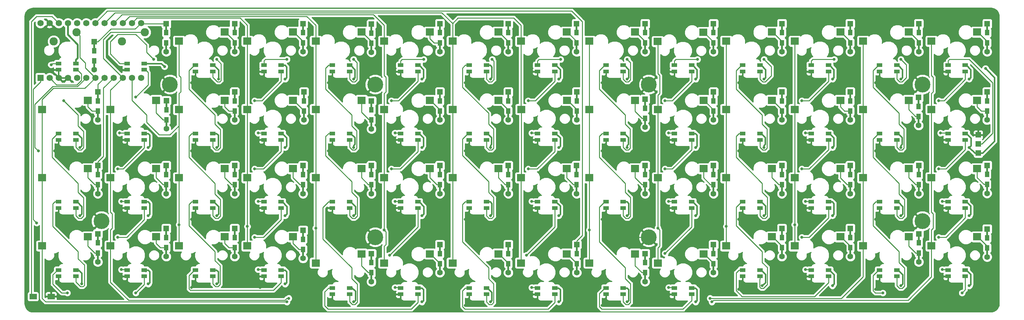
<source format=gbl>
G04 #@! TF.GenerationSoftware,KiCad,Pcbnew,(5.0.2-4-g3082e92af)*
G04 #@! TF.CreationDate,2019-03-04T22:38:36+01:00*
G04 #@! TF.ProjectId,ortho56,6f727468-6f35-4362-9e6b-696361645f70,rev?*
G04 #@! TF.SameCoordinates,Original*
G04 #@! TF.FileFunction,Copper,L2,Bot*
G04 #@! TF.FilePolarity,Positive*
%FSLAX46Y46*%
G04 Gerber Fmt 4.6, Leading zero omitted, Abs format (unit mm)*
G04 Created by KiCad (PCBNEW (5.0.2-4-g3082e92af)) date 2019 March 04, Monday 22:38:36*
%MOMM*%
%LPD*%
G01*
G04 APERTURE LIST*
G04 #@! TA.AperFunction,ComponentPad*
%ADD10C,4.400000*%
G04 #@! TD*
G04 #@! TA.AperFunction,ComponentPad*
%ADD11C,2.286000*%
G04 #@! TD*
G04 #@! TA.AperFunction,SMDPad,CuDef*
%ADD12R,1.600000X1.000000*%
G04 #@! TD*
G04 #@! TA.AperFunction,ComponentPad*
%ADD13R,1.600000X1.600000*%
G04 #@! TD*
G04 #@! TA.AperFunction,ComponentPad*
%ADD14C,1.600000*%
G04 #@! TD*
G04 #@! TA.AperFunction,Conductor*
%ADD15R,0.500000X2.900000*%
G04 #@! TD*
G04 #@! TA.AperFunction,SMDPad,CuDef*
%ADD16R,1.200000X1.600000*%
G04 #@! TD*
G04 #@! TA.AperFunction,SMDPad,CuDef*
%ADD17R,2.000000X1.500000*%
G04 #@! TD*
G04 #@! TA.AperFunction,SMDPad,CuDef*
%ADD18R,1.524000X1.524000*%
G04 #@! TD*
G04 #@! TA.AperFunction,ComponentPad*
%ADD19C,1.752600*%
G04 #@! TD*
G04 #@! TA.AperFunction,ComponentPad*
%ADD20R,1.752600X1.752600*%
G04 #@! TD*
G04 #@! TA.AperFunction,SMDPad,CuDef*
%ADD21R,2.300000X2.000000*%
G04 #@! TD*
G04 #@! TA.AperFunction,ViaPad*
%ADD22C,0.800000*%
G04 #@! TD*
G04 #@! TA.AperFunction,Conductor*
%ADD23C,0.250000*%
G04 #@! TD*
G04 #@! TA.AperFunction,Conductor*
%ADD24C,0.400000*%
G04 #@! TD*
G04 #@! TA.AperFunction,Conductor*
%ADD25C,0.500000*%
G04 #@! TD*
G04 #@! TA.AperFunction,Conductor*
%ADD26C,0.254000*%
G04 #@! TD*
G04 APERTURE END LIST*
D10*
G04 #@! TO.P,H6,1*
G04 #@! TO.N,GND*
X262832500Y-77771250D03*
G04 #@! TD*
G04 #@! TO.P,H7,1*
G04 #@! TO.N,GND*
X262832500Y-39771250D03*
G04 #@! TD*
G04 #@! TO.P,H8,1*
G04 #@! TO.N,GND*
X34832500Y-77771250D03*
G04 #@! TD*
G04 #@! TO.P,H4,1*
G04 #@! TO.N,GND*
X53832500Y-39771250D03*
G04 #@! TD*
G04 #@! TO.P,H3,1*
G04 #@! TO.N,GND*
X186832500Y-39771250D03*
G04 #@! TD*
G04 #@! TO.P,H2,1*
G04 #@! TO.N,GND*
X186832500Y-82271250D03*
G04 #@! TD*
G04 #@! TO.P,H1,1*
G04 #@! TO.N,GND*
X110832500Y-82271250D03*
G04 #@! TD*
G04 #@! TO.P,H5,1*
G04 #@! TO.N,GND*
X110832500Y-39771250D03*
G04 #@! TD*
D11*
G04 #@! TO.P,SW1,2*
G04 #@! TO.N,Net-(D1-Pad2)*
X21522500Y-27731250D03*
G04 #@! TO.P,SW1,1*
G04 #@! TO.N,col0*
X27872500Y-25191250D03*
G04 #@! TD*
G04 #@! TO.P,SW2,2*
G04 #@! TO.N,Net-(D2-Pad2)*
X40522500Y-27731250D03*
G04 #@! TO.P,SW2,1*
G04 #@! TO.N,col1*
X46872500Y-25191250D03*
G04 #@! TD*
D12*
G04 #@! TO.P,L25,2*
G04 #@! TO.N,GND*
X136932500Y-36146250D03*
G04 #@! TO.P,L25,1*
G04 #@! TO.N,Net-(L25-Pad1)*
X136932500Y-34396250D03*
G04 #@! TO.P,L25,4*
G04 #@! TO.N,VCC*
X141732500Y-34396250D03*
G04 #@! TO.P,L25,3*
G04 #@! TO.N,Net-(L21-Pad1)*
X141732500Y-36146250D03*
G04 #@! TD*
G04 #@! TO.P,L1,2*
G04 #@! TO.N,GND*
X22932500Y-35646250D03*
G04 #@! TO.P,L1,1*
G04 #@! TO.N,Net-(L1-Pad1)*
X22932500Y-33896250D03*
G04 #@! TO.P,L1,4*
G04 #@! TO.N,VCC*
X27732500Y-33896250D03*
G04 #@! TO.P,L1,3*
G04 #@! TO.N,LED*
X27732500Y-35646250D03*
G04 #@! TD*
G04 #@! TO.P,L2,2*
G04 #@! TO.N,GND*
X22932500Y-55146250D03*
G04 #@! TO.P,L2,1*
G04 #@! TO.N,Net-(L2-Pad1)*
X22932500Y-53396250D03*
G04 #@! TO.P,L2,4*
G04 #@! TO.N,VCC*
X27732500Y-53396250D03*
G04 #@! TO.P,L2,3*
G04 #@! TO.N,Net-(L1-Pad1)*
X27732500Y-55146250D03*
G04 #@! TD*
G04 #@! TO.P,L3,2*
G04 #@! TO.N,GND*
X22932500Y-74146250D03*
G04 #@! TO.P,L3,1*
G04 #@! TO.N,Net-(L3-Pad1)*
X22932500Y-72396250D03*
G04 #@! TO.P,L3,4*
G04 #@! TO.N,VCC*
X27732500Y-72396250D03*
G04 #@! TO.P,L3,3*
G04 #@! TO.N,Net-(L2-Pad1)*
X27732500Y-74146250D03*
G04 #@! TD*
G04 #@! TO.P,L4,2*
G04 #@! TO.N,GND*
X22932500Y-93146250D03*
G04 #@! TO.P,L4,1*
G04 #@! TO.N,Net-(L4-Pad1)*
X22932500Y-91396250D03*
G04 #@! TO.P,L4,4*
G04 #@! TO.N,VCC*
X27732500Y-91396250D03*
G04 #@! TO.P,L4,3*
G04 #@! TO.N,Net-(L3-Pad1)*
X27732500Y-93146250D03*
G04 #@! TD*
G04 #@! TO.P,L5,2*
G04 #@! TO.N,GND*
X41932500Y-35646250D03*
G04 #@! TO.P,L5,1*
G04 #@! TO.N,Net-(L5-Pad1)*
X41932500Y-33896250D03*
G04 #@! TO.P,L5,4*
G04 #@! TO.N,VCC*
X46732500Y-33896250D03*
G04 #@! TO.P,L5,3*
G04 #@! TO.N,Net-(L5-Pad3)*
X46732500Y-35646250D03*
G04 #@! TD*
G04 #@! TO.P,L6,2*
G04 #@! TO.N,GND*
X41932500Y-55146250D03*
G04 #@! TO.P,L6,1*
G04 #@! TO.N,Net-(L5-Pad3)*
X41932500Y-53396250D03*
G04 #@! TO.P,L6,4*
G04 #@! TO.N,VCC*
X46732500Y-53396250D03*
G04 #@! TO.P,L6,3*
G04 #@! TO.N,Net-(L6-Pad3)*
X46732500Y-55146250D03*
G04 #@! TD*
G04 #@! TO.P,L7,2*
G04 #@! TO.N,GND*
X41932500Y-74146250D03*
G04 #@! TO.P,L7,1*
G04 #@! TO.N,Net-(L6-Pad3)*
X41932500Y-72396250D03*
G04 #@! TO.P,L7,4*
G04 #@! TO.N,VCC*
X46732500Y-72396250D03*
G04 #@! TO.P,L7,3*
G04 #@! TO.N,Net-(L7-Pad3)*
X46732500Y-74146250D03*
G04 #@! TD*
G04 #@! TO.P,L8,2*
G04 #@! TO.N,GND*
X41932500Y-93146250D03*
G04 #@! TO.P,L8,1*
G04 #@! TO.N,Net-(L7-Pad3)*
X41932500Y-91396250D03*
G04 #@! TO.P,L8,4*
G04 #@! TO.N,VCC*
X46732500Y-91396250D03*
G04 #@! TO.P,L8,3*
G04 #@! TO.N,Net-(L4-Pad1)*
X46732500Y-93146250D03*
G04 #@! TD*
G04 #@! TO.P,L9,2*
G04 #@! TO.N,GND*
X60932500Y-36146250D03*
G04 #@! TO.P,L9,1*
G04 #@! TO.N,Net-(L10-Pad3)*
X60932500Y-34396250D03*
G04 #@! TO.P,L9,4*
G04 #@! TO.N,VCC*
X65732500Y-34396250D03*
G04 #@! TO.P,L9,3*
G04 #@! TO.N,Net-(L5-Pad1)*
X65732500Y-36146250D03*
G04 #@! TD*
G04 #@! TO.P,L10,2*
G04 #@! TO.N,GND*
X60932500Y-55146250D03*
G04 #@! TO.P,L10,1*
G04 #@! TO.N,Net-(L10-Pad1)*
X60932500Y-53396250D03*
G04 #@! TO.P,L10,4*
G04 #@! TO.N,VCC*
X65732500Y-53396250D03*
G04 #@! TO.P,L10,3*
G04 #@! TO.N,Net-(L10-Pad3)*
X65732500Y-55146250D03*
G04 #@! TD*
G04 #@! TO.P,L11,2*
G04 #@! TO.N,GND*
X60932500Y-74146250D03*
G04 #@! TO.P,L11,1*
G04 #@! TO.N,Net-(L11-Pad1)*
X60932500Y-72396250D03*
G04 #@! TO.P,L11,4*
G04 #@! TO.N,VCC*
X65732500Y-72396250D03*
G04 #@! TO.P,L11,3*
G04 #@! TO.N,Net-(L10-Pad1)*
X65732500Y-74146250D03*
G04 #@! TD*
G04 #@! TO.P,L12,2*
G04 #@! TO.N,GND*
X60932500Y-93146250D03*
G04 #@! TO.P,L12,1*
G04 #@! TO.N,Net-(L12-Pad1)*
X60932500Y-91396250D03*
G04 #@! TO.P,L12,4*
G04 #@! TO.N,VCC*
X65732500Y-91396250D03*
G04 #@! TO.P,L12,3*
G04 #@! TO.N,Net-(L11-Pad1)*
X65732500Y-93146250D03*
G04 #@! TD*
G04 #@! TO.P,L13,2*
G04 #@! TO.N,GND*
X79932500Y-36146250D03*
G04 #@! TO.P,L13,1*
G04 #@! TO.N,Net-(L13-Pad1)*
X79932500Y-34396250D03*
G04 #@! TO.P,L13,4*
G04 #@! TO.N,VCC*
X84732500Y-34396250D03*
G04 #@! TO.P,L13,3*
G04 #@! TO.N,Net-(L13-Pad3)*
X84732500Y-36146250D03*
G04 #@! TD*
G04 #@! TO.P,L14,2*
G04 #@! TO.N,GND*
X79932500Y-55146250D03*
G04 #@! TO.P,L14,1*
G04 #@! TO.N,Net-(L13-Pad3)*
X79932500Y-53396250D03*
G04 #@! TO.P,L14,4*
G04 #@! TO.N,VCC*
X84732500Y-53396250D03*
G04 #@! TO.P,L14,3*
G04 #@! TO.N,Net-(L14-Pad3)*
X84732500Y-55146250D03*
G04 #@! TD*
G04 #@! TO.P,L15,2*
G04 #@! TO.N,GND*
X79932500Y-74146250D03*
G04 #@! TO.P,L15,1*
G04 #@! TO.N,Net-(L14-Pad3)*
X79932500Y-72396250D03*
G04 #@! TO.P,L15,4*
G04 #@! TO.N,VCC*
X84732500Y-72396250D03*
G04 #@! TO.P,L15,3*
G04 #@! TO.N,Net-(L15-Pad3)*
X84732500Y-74146250D03*
G04 #@! TD*
G04 #@! TO.P,L16,2*
G04 #@! TO.N,GND*
X79932500Y-93146250D03*
G04 #@! TO.P,L16,1*
G04 #@! TO.N,Net-(L15-Pad3)*
X79932500Y-91396250D03*
G04 #@! TO.P,L16,4*
G04 #@! TO.N,VCC*
X84732500Y-91396250D03*
G04 #@! TO.P,L16,3*
G04 #@! TO.N,Net-(L12-Pad1)*
X84732500Y-93146250D03*
G04 #@! TD*
G04 #@! TO.P,L17,2*
G04 #@! TO.N,GND*
X98932500Y-36146250D03*
G04 #@! TO.P,L17,1*
G04 #@! TO.N,Net-(L17-Pad1)*
X98932500Y-34396250D03*
G04 #@! TO.P,L17,4*
G04 #@! TO.N,VCC*
X103732500Y-34396250D03*
G04 #@! TO.P,L17,3*
G04 #@! TO.N,Net-(L13-Pad1)*
X103732500Y-36146250D03*
G04 #@! TD*
G04 #@! TO.P,L18,2*
G04 #@! TO.N,GND*
X98932500Y-55146250D03*
G04 #@! TO.P,L18,1*
G04 #@! TO.N,Net-(L18-Pad1)*
X98932500Y-53396250D03*
G04 #@! TO.P,L18,4*
G04 #@! TO.N,VCC*
X103732500Y-53396250D03*
G04 #@! TO.P,L18,3*
G04 #@! TO.N,Net-(L17-Pad1)*
X103732500Y-55146250D03*
G04 #@! TD*
G04 #@! TO.P,L19,2*
G04 #@! TO.N,GND*
X98932500Y-74146250D03*
G04 #@! TO.P,L19,1*
G04 #@! TO.N,Net-(L19-Pad1)*
X98932500Y-72396250D03*
G04 #@! TO.P,L19,4*
G04 #@! TO.N,VCC*
X103732500Y-72396250D03*
G04 #@! TO.P,L19,3*
G04 #@! TO.N,Net-(L18-Pad1)*
X103732500Y-74146250D03*
G04 #@! TD*
G04 #@! TO.P,L20,2*
G04 #@! TO.N,GND*
X98932500Y-98146250D03*
G04 #@! TO.P,L20,1*
G04 #@! TO.N,Net-(L20-Pad1)*
X98932500Y-96396250D03*
G04 #@! TO.P,L20,4*
G04 #@! TO.N,VCC*
X103732500Y-96396250D03*
G04 #@! TO.P,L20,3*
G04 #@! TO.N,Net-(L19-Pad1)*
X103732500Y-98146250D03*
G04 #@! TD*
G04 #@! TO.P,L21,2*
G04 #@! TO.N,GND*
X117932500Y-36146250D03*
G04 #@! TO.P,L21,1*
G04 #@! TO.N,Net-(L21-Pad1)*
X117932500Y-34396250D03*
G04 #@! TO.P,L21,4*
G04 #@! TO.N,VCC*
X122732500Y-34396250D03*
G04 #@! TO.P,L21,3*
G04 #@! TO.N,Net-(L21-Pad3)*
X122732500Y-36146250D03*
G04 #@! TD*
G04 #@! TO.P,L22,2*
G04 #@! TO.N,GND*
X117932500Y-55146250D03*
G04 #@! TO.P,L22,1*
G04 #@! TO.N,Net-(L21-Pad3)*
X117932500Y-53396250D03*
G04 #@! TO.P,L22,4*
G04 #@! TO.N,VCC*
X122732500Y-53396250D03*
G04 #@! TO.P,L22,3*
G04 #@! TO.N,Net-(L22-Pad3)*
X122732500Y-55146250D03*
G04 #@! TD*
G04 #@! TO.P,L23,2*
G04 #@! TO.N,GND*
X117932500Y-74146250D03*
G04 #@! TO.P,L23,1*
G04 #@! TO.N,Net-(L22-Pad3)*
X117932500Y-72396250D03*
G04 #@! TO.P,L23,4*
G04 #@! TO.N,VCC*
X122732500Y-72396250D03*
G04 #@! TO.P,L23,3*
G04 #@! TO.N,Net-(L23-Pad3)*
X122732500Y-74146250D03*
G04 #@! TD*
G04 #@! TO.P,L24,2*
G04 #@! TO.N,GND*
X117932500Y-98146250D03*
G04 #@! TO.P,L24,1*
G04 #@! TO.N,Net-(L23-Pad3)*
X117932500Y-96396250D03*
G04 #@! TO.P,L24,4*
G04 #@! TO.N,VCC*
X122732500Y-96396250D03*
G04 #@! TO.P,L24,3*
G04 #@! TO.N,Net-(L20-Pad1)*
X122732500Y-98146250D03*
G04 #@! TD*
G04 #@! TO.P,L26,2*
G04 #@! TO.N,GND*
X136932500Y-55146250D03*
G04 #@! TO.P,L26,1*
G04 #@! TO.N,Net-(L26-Pad1)*
X136932500Y-53396250D03*
G04 #@! TO.P,L26,4*
G04 #@! TO.N,VCC*
X141732500Y-53396250D03*
G04 #@! TO.P,L26,3*
G04 #@! TO.N,Net-(L25-Pad1)*
X141732500Y-55146250D03*
G04 #@! TD*
G04 #@! TO.P,L27,2*
G04 #@! TO.N,GND*
X136932500Y-74146250D03*
G04 #@! TO.P,L27,1*
G04 #@! TO.N,Net-(L27-Pad1)*
X136932500Y-72396250D03*
G04 #@! TO.P,L27,4*
G04 #@! TO.N,VCC*
X141732500Y-72396250D03*
G04 #@! TO.P,L27,3*
G04 #@! TO.N,Net-(L26-Pad1)*
X141732500Y-74146250D03*
G04 #@! TD*
G04 #@! TO.P,L28,2*
G04 #@! TO.N,GND*
X136932500Y-98146250D03*
G04 #@! TO.P,L28,1*
G04 #@! TO.N,Net-(L28-Pad1)*
X136932500Y-96396250D03*
G04 #@! TO.P,L28,4*
G04 #@! TO.N,VCC*
X141732500Y-96396250D03*
G04 #@! TO.P,L28,3*
G04 #@! TO.N,Net-(L27-Pad1)*
X141732500Y-98146250D03*
G04 #@! TD*
G04 #@! TO.P,L29,2*
G04 #@! TO.N,GND*
X155932500Y-36146250D03*
G04 #@! TO.P,L29,1*
G04 #@! TO.N,Net-(L29-Pad1)*
X155932500Y-34396250D03*
G04 #@! TO.P,L29,4*
G04 #@! TO.N,VCC*
X160732500Y-34396250D03*
G04 #@! TO.P,L29,3*
G04 #@! TO.N,Net-(L29-Pad3)*
X160732500Y-36146250D03*
G04 #@! TD*
G04 #@! TO.P,L30,2*
G04 #@! TO.N,GND*
X155932500Y-55146250D03*
G04 #@! TO.P,L30,1*
G04 #@! TO.N,Net-(L29-Pad3)*
X155932500Y-53396250D03*
G04 #@! TO.P,L30,4*
G04 #@! TO.N,VCC*
X160732500Y-53396250D03*
G04 #@! TO.P,L30,3*
G04 #@! TO.N,Net-(L30-Pad3)*
X160732500Y-55146250D03*
G04 #@! TD*
G04 #@! TO.P,L31,2*
G04 #@! TO.N,GND*
X155932500Y-74146250D03*
G04 #@! TO.P,L31,1*
G04 #@! TO.N,Net-(L30-Pad3)*
X155932500Y-72396250D03*
G04 #@! TO.P,L31,4*
G04 #@! TO.N,VCC*
X160732500Y-72396250D03*
G04 #@! TO.P,L31,3*
G04 #@! TO.N,Net-(L31-Pad3)*
X160732500Y-74146250D03*
G04 #@! TD*
G04 #@! TO.P,L32,2*
G04 #@! TO.N,GND*
X155932500Y-98146250D03*
G04 #@! TO.P,L32,1*
G04 #@! TO.N,Net-(L31-Pad3)*
X155932500Y-96396250D03*
G04 #@! TO.P,L32,4*
G04 #@! TO.N,VCC*
X160732500Y-96396250D03*
G04 #@! TO.P,L32,3*
G04 #@! TO.N,Net-(L28-Pad1)*
X160732500Y-98146250D03*
G04 #@! TD*
G04 #@! TO.P,L33,2*
G04 #@! TO.N,GND*
X174932500Y-36146250D03*
G04 #@! TO.P,L33,1*
G04 #@! TO.N,Net-(L33-Pad1)*
X174932500Y-34396250D03*
G04 #@! TO.P,L33,4*
G04 #@! TO.N,VCC*
X179732500Y-34396250D03*
G04 #@! TO.P,L33,3*
G04 #@! TO.N,Net-(L29-Pad1)*
X179732500Y-36146250D03*
G04 #@! TD*
G04 #@! TO.P,L34,2*
G04 #@! TO.N,GND*
X174932500Y-55146250D03*
G04 #@! TO.P,L34,1*
G04 #@! TO.N,Net-(L34-Pad1)*
X174932500Y-53396250D03*
G04 #@! TO.P,L34,4*
G04 #@! TO.N,VCC*
X179732500Y-53396250D03*
G04 #@! TO.P,L34,3*
G04 #@! TO.N,Net-(L33-Pad1)*
X179732500Y-55146250D03*
G04 #@! TD*
G04 #@! TO.P,L35,2*
G04 #@! TO.N,GND*
X174932500Y-74146250D03*
G04 #@! TO.P,L35,1*
G04 #@! TO.N,Net-(L35-Pad1)*
X174932500Y-72396250D03*
G04 #@! TO.P,L35,4*
G04 #@! TO.N,VCC*
X179732500Y-72396250D03*
G04 #@! TO.P,L35,3*
G04 #@! TO.N,Net-(L34-Pad1)*
X179732500Y-74146250D03*
G04 #@! TD*
G04 #@! TO.P,L36,2*
G04 #@! TO.N,GND*
X174932500Y-98146250D03*
G04 #@! TO.P,L36,1*
G04 #@! TO.N,Net-(L36-Pad1)*
X174932500Y-96396250D03*
G04 #@! TO.P,L36,4*
G04 #@! TO.N,VCC*
X179732500Y-96396250D03*
G04 #@! TO.P,L36,3*
G04 #@! TO.N,Net-(L35-Pad1)*
X179732500Y-98146250D03*
G04 #@! TD*
G04 #@! TO.P,L37,2*
G04 #@! TO.N,GND*
X193932500Y-36146250D03*
G04 #@! TO.P,L37,1*
G04 #@! TO.N,Net-(L37-Pad1)*
X193932500Y-34396250D03*
G04 #@! TO.P,L37,4*
G04 #@! TO.N,VCC*
X198732500Y-34396250D03*
G04 #@! TO.P,L37,3*
G04 #@! TO.N,Net-(L37-Pad3)*
X198732500Y-36146250D03*
G04 #@! TD*
G04 #@! TO.P,L38,2*
G04 #@! TO.N,GND*
X193932500Y-55146250D03*
G04 #@! TO.P,L38,1*
G04 #@! TO.N,Net-(L37-Pad3)*
X193932500Y-53396250D03*
G04 #@! TO.P,L38,4*
G04 #@! TO.N,VCC*
X198732500Y-53396250D03*
G04 #@! TO.P,L38,3*
G04 #@! TO.N,Net-(L38-Pad3)*
X198732500Y-55146250D03*
G04 #@! TD*
G04 #@! TO.P,L39,2*
G04 #@! TO.N,GND*
X193932500Y-74146250D03*
G04 #@! TO.P,L39,1*
G04 #@! TO.N,Net-(L38-Pad3)*
X193932500Y-72396250D03*
G04 #@! TO.P,L39,4*
G04 #@! TO.N,VCC*
X198732500Y-72396250D03*
G04 #@! TO.P,L39,3*
G04 #@! TO.N,Net-(L39-Pad3)*
X198732500Y-74146250D03*
G04 #@! TD*
G04 #@! TO.P,L40,2*
G04 #@! TO.N,GND*
X193932500Y-98146250D03*
G04 #@! TO.P,L40,1*
G04 #@! TO.N,Net-(L39-Pad3)*
X193932500Y-96396250D03*
G04 #@! TO.P,L40,4*
G04 #@! TO.N,VCC*
X198732500Y-96396250D03*
G04 #@! TO.P,L40,3*
G04 #@! TO.N,Net-(L36-Pad1)*
X198732500Y-98146250D03*
G04 #@! TD*
G04 #@! TO.P,L41,2*
G04 #@! TO.N,GND*
X212932500Y-36146250D03*
G04 #@! TO.P,L41,1*
G04 #@! TO.N,Net-(L41-Pad1)*
X212932500Y-34396250D03*
G04 #@! TO.P,L41,4*
G04 #@! TO.N,VCC*
X217732500Y-34396250D03*
G04 #@! TO.P,L41,3*
G04 #@! TO.N,Net-(L37-Pad1)*
X217732500Y-36146250D03*
G04 #@! TD*
G04 #@! TO.P,L42,2*
G04 #@! TO.N,GND*
X212932500Y-55146250D03*
G04 #@! TO.P,L42,1*
G04 #@! TO.N,Net-(L42-Pad1)*
X212932500Y-53396250D03*
G04 #@! TO.P,L42,4*
G04 #@! TO.N,VCC*
X217732500Y-53396250D03*
G04 #@! TO.P,L42,3*
G04 #@! TO.N,Net-(L41-Pad1)*
X217732500Y-55146250D03*
G04 #@! TD*
G04 #@! TO.P,L43,2*
G04 #@! TO.N,GND*
X212932500Y-74146250D03*
G04 #@! TO.P,L43,1*
G04 #@! TO.N,Net-(L43-Pad1)*
X212932500Y-72396250D03*
G04 #@! TO.P,L43,4*
G04 #@! TO.N,VCC*
X217732500Y-72396250D03*
G04 #@! TO.P,L43,3*
G04 #@! TO.N,Net-(L42-Pad1)*
X217732500Y-74146250D03*
G04 #@! TD*
G04 #@! TO.P,L44,2*
G04 #@! TO.N,GND*
X212932500Y-93146250D03*
G04 #@! TO.P,L44,1*
G04 #@! TO.N,Net-(L44-Pad1)*
X212932500Y-91396250D03*
G04 #@! TO.P,L44,4*
G04 #@! TO.N,VCC*
X217732500Y-91396250D03*
G04 #@! TO.P,L44,3*
G04 #@! TO.N,Net-(L43-Pad1)*
X217732500Y-93146250D03*
G04 #@! TD*
G04 #@! TO.P,L45,2*
G04 #@! TO.N,GND*
X231932500Y-36146250D03*
G04 #@! TO.P,L45,1*
G04 #@! TO.N,Net-(L45-Pad1)*
X231932500Y-34396250D03*
G04 #@! TO.P,L45,4*
G04 #@! TO.N,VCC*
X236732500Y-34396250D03*
G04 #@! TO.P,L45,3*
G04 #@! TO.N,Net-(L45-Pad3)*
X236732500Y-36146250D03*
G04 #@! TD*
G04 #@! TO.P,L46,2*
G04 #@! TO.N,GND*
X231932500Y-55146250D03*
G04 #@! TO.P,L46,1*
G04 #@! TO.N,Net-(L45-Pad3)*
X231932500Y-53396250D03*
G04 #@! TO.P,L46,4*
G04 #@! TO.N,VCC*
X236732500Y-53396250D03*
G04 #@! TO.P,L46,3*
G04 #@! TO.N,Net-(L46-Pad3)*
X236732500Y-55146250D03*
G04 #@! TD*
G04 #@! TO.P,L47,2*
G04 #@! TO.N,GND*
X231932500Y-74146250D03*
G04 #@! TO.P,L47,1*
G04 #@! TO.N,Net-(L46-Pad3)*
X231932500Y-72396250D03*
G04 #@! TO.P,L47,4*
G04 #@! TO.N,VCC*
X236732500Y-72396250D03*
G04 #@! TO.P,L47,3*
G04 #@! TO.N,Net-(L47-Pad3)*
X236732500Y-74146250D03*
G04 #@! TD*
G04 #@! TO.P,L48,2*
G04 #@! TO.N,GND*
X231932500Y-93146250D03*
G04 #@! TO.P,L48,1*
G04 #@! TO.N,Net-(L47-Pad3)*
X231932500Y-91396250D03*
G04 #@! TO.P,L48,4*
G04 #@! TO.N,VCC*
X236732500Y-91396250D03*
G04 #@! TO.P,L48,3*
G04 #@! TO.N,Net-(L44-Pad1)*
X236732500Y-93146250D03*
G04 #@! TD*
G04 #@! TO.P,L49,2*
G04 #@! TO.N,GND*
X250932500Y-36146250D03*
G04 #@! TO.P,L49,1*
G04 #@! TO.N,Net-(L49-Pad1)*
X250932500Y-34396250D03*
G04 #@! TO.P,L49,4*
G04 #@! TO.N,VCC*
X255732500Y-34396250D03*
G04 #@! TO.P,L49,3*
G04 #@! TO.N,Net-(L45-Pad1)*
X255732500Y-36146250D03*
G04 #@! TD*
G04 #@! TO.P,L50,2*
G04 #@! TO.N,GND*
X250932500Y-55146250D03*
G04 #@! TO.P,L50,1*
G04 #@! TO.N,Net-(L50-Pad1)*
X250932500Y-53396250D03*
G04 #@! TO.P,L50,4*
G04 #@! TO.N,VCC*
X255732500Y-53396250D03*
G04 #@! TO.P,L50,3*
G04 #@! TO.N,Net-(L49-Pad1)*
X255732500Y-55146250D03*
G04 #@! TD*
G04 #@! TO.P,L51,2*
G04 #@! TO.N,GND*
X250932500Y-74146250D03*
G04 #@! TO.P,L51,1*
G04 #@! TO.N,Net-(L51-Pad1)*
X250932500Y-72396250D03*
G04 #@! TO.P,L51,4*
G04 #@! TO.N,VCC*
X255732500Y-72396250D03*
G04 #@! TO.P,L51,3*
G04 #@! TO.N,Net-(L50-Pad1)*
X255732500Y-74146250D03*
G04 #@! TD*
G04 #@! TO.P,L52,2*
G04 #@! TO.N,GND*
X250932500Y-93146250D03*
G04 #@! TO.P,L52,1*
G04 #@! TO.N,Net-(L52-Pad1)*
X250932500Y-91396250D03*
G04 #@! TO.P,L52,4*
G04 #@! TO.N,VCC*
X255732500Y-91396250D03*
G04 #@! TO.P,L52,3*
G04 #@! TO.N,Net-(L51-Pad1)*
X255732500Y-93146250D03*
G04 #@! TD*
G04 #@! TO.P,L53,2*
G04 #@! TO.N,GND*
X269932500Y-36146250D03*
G04 #@! TO.P,L53,1*
G04 #@! TO.N,Net-(J1-Pad2)*
X269932500Y-34396250D03*
G04 #@! TO.P,L53,4*
G04 #@! TO.N,VCC*
X274732500Y-34396250D03*
G04 #@! TO.P,L53,3*
G04 #@! TO.N,Net-(L53-Pad3)*
X274732500Y-36146250D03*
G04 #@! TD*
G04 #@! TO.P,L54,2*
G04 #@! TO.N,GND*
X269932500Y-55146250D03*
G04 #@! TO.P,L54,1*
G04 #@! TO.N,Net-(L53-Pad3)*
X269932500Y-53396250D03*
G04 #@! TO.P,L54,4*
G04 #@! TO.N,VCC*
X274732500Y-53396250D03*
G04 #@! TO.P,L54,3*
G04 #@! TO.N,Net-(L54-Pad3)*
X274732500Y-55146250D03*
G04 #@! TD*
G04 #@! TO.P,L55,2*
G04 #@! TO.N,GND*
X269932500Y-74146250D03*
G04 #@! TO.P,L55,1*
G04 #@! TO.N,Net-(L54-Pad3)*
X269932500Y-72396250D03*
G04 #@! TO.P,L55,4*
G04 #@! TO.N,VCC*
X274732500Y-72396250D03*
G04 #@! TO.P,L55,3*
G04 #@! TO.N,Net-(L55-Pad3)*
X274732500Y-74146250D03*
G04 #@! TD*
G04 #@! TO.P,L56,2*
G04 #@! TO.N,GND*
X269932500Y-93146250D03*
G04 #@! TO.P,L56,1*
G04 #@! TO.N,Net-(L55-Pad3)*
X269932500Y-91396250D03*
G04 #@! TO.P,L56,4*
G04 #@! TO.N,VCC*
X274732500Y-91396250D03*
G04 #@! TO.P,L56,3*
G04 #@! TO.N,Net-(L52-Pad1)*
X274732500Y-93146250D03*
G04 #@! TD*
D13*
G04 #@! TO.P,D56,1*
G04 #@! TO.N,row7*
X166772746Y-22840903D03*
D14*
G04 #@! TO.P,D56,2*
G04 #@! TO.N,Net-(D56-Pad2)*
X166772746Y-30640903D03*
D15*
G04 #@! TD*
G04 #@! TO.N,row7*
G04 #@! TO.C,D56*
X166772746Y-24240903D03*
D16*
G04 #@! TO.P,D56,1*
G04 #@! TO.N,row7*
X166772746Y-25340903D03*
G04 #@! TO.P,D56,2*
G04 #@! TO.N,Net-(D56-Pad2)*
X166772746Y-28140903D03*
D15*
G04 #@! TD*
G04 #@! TO.N,Net-(D56-Pad2)*
G04 #@! TO.C,D56*
X166772746Y-29240903D03*
D17*
G04 #@! TO.P,SW57,1*
G04 #@! TO.N,reset*
X15832500Y-98771250D03*
G04 #@! TO.P,SW57,2*
G04 #@! TO.N,GND*
X20832500Y-98771250D03*
G04 #@! TD*
D18*
G04 #@! TO.P,J1,3*
G04 #@! TO.N,GND*
X278332500Y-53771250D03*
G04 #@! TO.P,J1,2*
G04 #@! TO.N,Net-(J1-Pad2)*
X278332500Y-56311250D03*
G04 #@! TO.P,J1,1*
G04 #@! TO.N,VCC*
X278332500Y-58851250D03*
G04 #@! TD*
D19*
G04 #@! TO.P,U1,24*
G04 #@! TO.N,Net-(U1-Pad24)*
X17862500Y-22651250D03*
G04 #@! TO.P,U1,12*
G04 #@! TO.N,row6*
X45802500Y-37891250D03*
G04 #@! TO.P,U1,23*
G04 #@! TO.N,GND*
X20402500Y-22651250D03*
G04 #@! TO.P,U1,22*
G04 #@! TO.N,reset*
X22942500Y-22651250D03*
G04 #@! TO.P,U1,21*
G04 #@! TO.N,VCC*
X25482500Y-22651250D03*
G04 #@! TO.P,U1,20*
G04 #@! TO.N,Net-(U1-Pad20)*
X28022500Y-22651250D03*
G04 #@! TO.P,U1,19*
G04 #@! TO.N,row7*
X30562500Y-22651250D03*
G04 #@! TO.P,U1,18*
G04 #@! TO.N,row4*
X33102500Y-22651250D03*
G04 #@! TO.P,U1,17*
G04 #@! TO.N,col6*
X35642500Y-22651250D03*
G04 #@! TO.P,U1,16*
G04 #@! TO.N,col5*
X38182500Y-22651250D03*
G04 #@! TO.P,U1,15*
G04 #@! TO.N,col4*
X40722500Y-22651250D03*
G04 #@! TO.P,U1,14*
G04 #@! TO.N,col3*
X43262500Y-22651250D03*
G04 #@! TO.P,U1,13*
G04 #@! TO.N,row0*
X45802500Y-22651250D03*
G04 #@! TO.P,U1,11*
G04 #@! TO.N,col2*
X43262500Y-37891250D03*
G04 #@! TO.P,U1,10*
G04 #@! TO.N,col1*
X40722500Y-37891250D03*
G04 #@! TO.P,U1,9*
G04 #@! TO.N,row2*
X38182500Y-37891250D03*
G04 #@! TO.P,U1,8*
G04 #@! TO.N,row1*
X35642500Y-37891250D03*
G04 #@! TO.P,U1,7*
G04 #@! TO.N,col0*
X33102500Y-37891250D03*
G04 #@! TO.P,U1,6*
G04 #@! TO.N,row5*
X30562500Y-37891250D03*
G04 #@! TO.P,U1,5*
G04 #@! TO.N,Net-(U1-Pad5)*
X28022500Y-37891250D03*
G04 #@! TO.P,U1,4*
G04 #@! TO.N,GND*
X25482500Y-37891250D03*
G04 #@! TO.P,U1,3*
X22942500Y-37891250D03*
G04 #@! TO.P,U1,2*
G04 #@! TO.N,LED*
X20402500Y-37891250D03*
D20*
G04 #@! TO.P,U1,1*
G04 #@! TO.N,row3*
X17862500Y-37891250D03*
G04 #@! TD*
D21*
G04 #@! TO.P,SW56,2*
G04 #@! TO.N,Net-(D56-Pad2)*
X164032500Y-25151250D03*
G04 #@! TO.P,SW56,1*
G04 #@! TO.N,col6*
X151332500Y-27691250D03*
G04 #@! TD*
G04 #@! TO.P,SW55,2*
G04 #@! TO.N,Net-(D55-Pad2)*
X183032500Y-25151250D03*
G04 #@! TO.P,SW55,1*
G04 #@! TO.N,col5*
X170332500Y-27691250D03*
G04 #@! TD*
G04 #@! TO.P,SW54,2*
G04 #@! TO.N,Net-(D54-Pad2)*
X201992500Y-25231250D03*
G04 #@! TO.P,SW54,1*
G04 #@! TO.N,col4*
X189292500Y-27771250D03*
G04 #@! TD*
G04 #@! TO.P,SW53,2*
G04 #@! TO.N,Net-(D53-Pad2)*
X221032500Y-25151250D03*
G04 #@! TO.P,SW53,1*
G04 #@! TO.N,col3*
X208332500Y-27691250D03*
G04 #@! TD*
G04 #@! TO.P,SW52,2*
G04 #@! TO.N,Net-(D52-Pad2)*
X240032500Y-25151250D03*
G04 #@! TO.P,SW52,1*
G04 #@! TO.N,col2*
X227332500Y-27691250D03*
G04 #@! TD*
G04 #@! TO.P,SW51,2*
G04 #@! TO.N,Net-(D51-Pad2)*
X259032500Y-25151250D03*
G04 #@! TO.P,SW51,1*
G04 #@! TO.N,col1*
X246332500Y-27691250D03*
G04 #@! TD*
G04 #@! TO.P,SW50,2*
G04 #@! TO.N,Net-(D50-Pad2)*
X278032500Y-25151250D03*
G04 #@! TO.P,SW50,1*
G04 #@! TO.N,col0*
X265332500Y-27691250D03*
G04 #@! TD*
G04 #@! TO.P,SW49,2*
G04 #@! TO.N,Net-(D49-Pad2)*
X164112500Y-44151250D03*
G04 #@! TO.P,SW49,1*
G04 #@! TO.N,col6*
X151412500Y-46691250D03*
G04 #@! TD*
G04 #@! TO.P,SW48,2*
G04 #@! TO.N,Net-(D48-Pad2)*
X183032500Y-44151250D03*
G04 #@! TO.P,SW48,1*
G04 #@! TO.N,col5*
X170332500Y-46691250D03*
G04 #@! TD*
G04 #@! TO.P,SW47,2*
G04 #@! TO.N,Net-(D47-Pad2)*
X202032500Y-44151250D03*
G04 #@! TO.P,SW47,1*
G04 #@! TO.N,col4*
X189332500Y-46691250D03*
G04 #@! TD*
G04 #@! TO.P,SW46,2*
G04 #@! TO.N,Net-(D46-Pad2)*
X221032500Y-44151250D03*
G04 #@! TO.P,SW46,1*
G04 #@! TO.N,col3*
X208332500Y-46691250D03*
G04 #@! TD*
G04 #@! TO.P,SW45,2*
G04 #@! TO.N,Net-(D45-Pad2)*
X240032500Y-44151250D03*
G04 #@! TO.P,SW45,1*
G04 #@! TO.N,col2*
X227332500Y-46691250D03*
G04 #@! TD*
G04 #@! TO.P,SW44,2*
G04 #@! TO.N,Net-(D44-Pad2)*
X259032500Y-44151250D03*
G04 #@! TO.P,SW44,1*
G04 #@! TO.N,col1*
X246332500Y-46691250D03*
G04 #@! TD*
G04 #@! TO.P,SW43,2*
G04 #@! TO.N,Net-(D43-Pad2)*
X278032500Y-44151250D03*
G04 #@! TO.P,SW43,1*
G04 #@! TO.N,col0*
X265332500Y-46691250D03*
G04 #@! TD*
G04 #@! TO.P,SW42,2*
G04 #@! TO.N,Net-(D42-Pad2)*
X164032500Y-63151250D03*
G04 #@! TO.P,SW42,1*
G04 #@! TO.N,col6*
X151332500Y-65691250D03*
G04 #@! TD*
G04 #@! TO.P,SW41,2*
G04 #@! TO.N,Net-(D41-Pad2)*
X183032500Y-63151250D03*
G04 #@! TO.P,SW41,1*
G04 #@! TO.N,col5*
X170332500Y-65691250D03*
G04 #@! TD*
G04 #@! TO.P,SW40,2*
G04 #@! TO.N,Net-(D40-Pad2)*
X202032500Y-63151250D03*
G04 #@! TO.P,SW40,1*
G04 #@! TO.N,col4*
X189332500Y-65691250D03*
G04 #@! TD*
G04 #@! TO.P,SW39,2*
G04 #@! TO.N,Net-(D39-Pad2)*
X221032500Y-63151250D03*
G04 #@! TO.P,SW39,1*
G04 #@! TO.N,col3*
X208332500Y-65691250D03*
G04 #@! TD*
G04 #@! TO.P,SW38,2*
G04 #@! TO.N,Net-(D38-Pad2)*
X240032500Y-63151250D03*
G04 #@! TO.P,SW38,1*
G04 #@! TO.N,col2*
X227332500Y-65691250D03*
G04 #@! TD*
G04 #@! TO.P,SW37,2*
G04 #@! TO.N,Net-(D37-Pad2)*
X259032500Y-63151250D03*
G04 #@! TO.P,SW37,1*
G04 #@! TO.N,col1*
X246332500Y-65691250D03*
G04 #@! TD*
G04 #@! TO.P,SW36,2*
G04 #@! TO.N,Net-(D36-Pad2)*
X278032500Y-63151250D03*
G04 #@! TO.P,SW36,1*
G04 #@! TO.N,col0*
X265332500Y-65691250D03*
G04 #@! TD*
G04 #@! TO.P,SW35,2*
G04 #@! TO.N,Net-(D35-Pad2)*
X164032500Y-86901250D03*
G04 #@! TO.P,SW35,1*
G04 #@! TO.N,col6*
X151332500Y-89441250D03*
G04 #@! TD*
G04 #@! TO.P,SW34,2*
G04 #@! TO.N,Net-(D34-Pad2)*
X183032500Y-86901250D03*
G04 #@! TO.P,SW34,1*
G04 #@! TO.N,col5*
X170332500Y-89441250D03*
G04 #@! TD*
G04 #@! TO.P,SW33,2*
G04 #@! TO.N,Net-(D33-Pad2)*
X202032500Y-86901250D03*
G04 #@! TO.P,SW33,1*
G04 #@! TO.N,col4*
X189332500Y-89441250D03*
G04 #@! TD*
G04 #@! TO.P,SW32,2*
G04 #@! TO.N,Net-(D32-Pad2)*
X221032500Y-82151250D03*
G04 #@! TO.P,SW32,1*
G04 #@! TO.N,col3*
X208332500Y-84691250D03*
G04 #@! TD*
G04 #@! TO.P,SW31,2*
G04 #@! TO.N,Net-(D31-Pad2)*
X240032500Y-82151250D03*
G04 #@! TO.P,SW31,1*
G04 #@! TO.N,col2*
X227332500Y-84691250D03*
G04 #@! TD*
G04 #@! TO.P,SW30,2*
G04 #@! TO.N,Net-(D30-Pad2)*
X259032500Y-82151250D03*
G04 #@! TO.P,SW30,1*
G04 #@! TO.N,col1*
X246332500Y-84691250D03*
G04 #@! TD*
G04 #@! TO.P,SW29,2*
G04 #@! TO.N,Net-(D29-Pad2)*
X278032500Y-82151250D03*
G04 #@! TO.P,SW29,1*
G04 #@! TO.N,col0*
X265332500Y-84691250D03*
G04 #@! TD*
G04 #@! TO.P,SW28,2*
G04 #@! TO.N,Net-(D28-Pad2)*
X145032500Y-86901250D03*
G04 #@! TO.P,SW28,1*
G04 #@! TO.N,col6*
X132332500Y-89441250D03*
G04 #@! TD*
G04 #@! TO.P,SW27,2*
G04 #@! TO.N,Net-(D27-Pad2)*
X126032500Y-86901250D03*
G04 #@! TO.P,SW27,1*
G04 #@! TO.N,col5*
X113332500Y-89441250D03*
G04 #@! TD*
G04 #@! TO.P,SW26,2*
G04 #@! TO.N,Net-(D26-Pad2)*
X107032500Y-86901250D03*
G04 #@! TO.P,SW26,1*
G04 #@! TO.N,col4*
X94332500Y-89441250D03*
G04 #@! TD*
G04 #@! TO.P,SW25,2*
G04 #@! TO.N,Net-(D25-Pad2)*
X88032500Y-82151250D03*
G04 #@! TO.P,SW25,1*
G04 #@! TO.N,col3*
X75332500Y-84691250D03*
G04 #@! TD*
G04 #@! TO.P,SW24,2*
G04 #@! TO.N,Net-(D24-Pad2)*
X69032500Y-82151250D03*
G04 #@! TO.P,SW24,1*
G04 #@! TO.N,col2*
X56332500Y-84691250D03*
G04 #@! TD*
G04 #@! TO.P,SW23,2*
G04 #@! TO.N,Net-(D23-Pad2)*
X50032500Y-82151250D03*
G04 #@! TO.P,SW23,1*
G04 #@! TO.N,col1*
X37332500Y-84691250D03*
G04 #@! TD*
G04 #@! TO.P,SW22,2*
G04 #@! TO.N,Net-(D22-Pad2)*
X31032500Y-82151250D03*
G04 #@! TO.P,SW22,1*
G04 #@! TO.N,col0*
X18332500Y-84691250D03*
G04 #@! TD*
G04 #@! TO.P,SW21,2*
G04 #@! TO.N,Net-(D21-Pad2)*
X145032500Y-63151250D03*
G04 #@! TO.P,SW21,1*
G04 #@! TO.N,col6*
X132332500Y-65691250D03*
G04 #@! TD*
G04 #@! TO.P,SW20,2*
G04 #@! TO.N,Net-(D20-Pad2)*
X126032500Y-63151250D03*
G04 #@! TO.P,SW20,1*
G04 #@! TO.N,col5*
X113332500Y-65691250D03*
G04 #@! TD*
G04 #@! TO.P,SW19,2*
G04 #@! TO.N,Net-(D19-Pad2)*
X107032500Y-63151250D03*
G04 #@! TO.P,SW19,1*
G04 #@! TO.N,col4*
X94332500Y-65691250D03*
G04 #@! TD*
G04 #@! TO.P,SW18,2*
G04 #@! TO.N,Net-(D18-Pad2)*
X88032500Y-63151250D03*
G04 #@! TO.P,SW18,1*
G04 #@! TO.N,col3*
X75332500Y-65691250D03*
G04 #@! TD*
G04 #@! TO.P,SW17,2*
G04 #@! TO.N,Net-(D17-Pad2)*
X69032500Y-63151250D03*
G04 #@! TO.P,SW17,1*
G04 #@! TO.N,col2*
X56332500Y-65691250D03*
G04 #@! TD*
G04 #@! TO.P,SW16,2*
G04 #@! TO.N,Net-(D16-Pad2)*
X50032500Y-63151250D03*
G04 #@! TO.P,SW16,1*
G04 #@! TO.N,col1*
X37332500Y-65691250D03*
G04 #@! TD*
G04 #@! TO.P,SW15,2*
G04 #@! TO.N,Net-(D15-Pad2)*
X31032500Y-63151250D03*
G04 #@! TO.P,SW15,1*
G04 #@! TO.N,col0*
X18332500Y-65691250D03*
G04 #@! TD*
G04 #@! TO.P,SW14,2*
G04 #@! TO.N,Net-(D14-Pad2)*
X145032500Y-44151250D03*
G04 #@! TO.P,SW14,1*
G04 #@! TO.N,col6*
X132332500Y-46691250D03*
G04 #@! TD*
G04 #@! TO.P,SW13,2*
G04 #@! TO.N,Net-(D13-Pad2)*
X126032500Y-44151250D03*
G04 #@! TO.P,SW13,1*
G04 #@! TO.N,col5*
X113332500Y-46691250D03*
G04 #@! TD*
G04 #@! TO.P,SW12,2*
G04 #@! TO.N,Net-(D12-Pad2)*
X107032500Y-44151250D03*
G04 #@! TO.P,SW12,1*
G04 #@! TO.N,col4*
X94332500Y-46691250D03*
G04 #@! TD*
G04 #@! TO.P,SW11,2*
G04 #@! TO.N,Net-(D11-Pad2)*
X88032500Y-44151250D03*
G04 #@! TO.P,SW11,1*
G04 #@! TO.N,col3*
X75332500Y-46691250D03*
G04 #@! TD*
G04 #@! TO.P,SW10,2*
G04 #@! TO.N,Net-(D10-Pad2)*
X69032500Y-44151250D03*
G04 #@! TO.P,SW10,1*
G04 #@! TO.N,col2*
X56332500Y-46691250D03*
G04 #@! TD*
G04 #@! TO.P,SW9,2*
G04 #@! TO.N,Net-(D9-Pad2)*
X50032500Y-44151250D03*
G04 #@! TO.P,SW9,1*
G04 #@! TO.N,col1*
X37332500Y-46691250D03*
G04 #@! TD*
G04 #@! TO.P,SW8,2*
G04 #@! TO.N,Net-(D8-Pad2)*
X31032500Y-44151250D03*
G04 #@! TO.P,SW8,1*
G04 #@! TO.N,col0*
X18332500Y-46691250D03*
G04 #@! TD*
G04 #@! TO.P,SW7,2*
G04 #@! TO.N,Net-(D7-Pad2)*
X145032500Y-25151250D03*
G04 #@! TO.P,SW7,1*
G04 #@! TO.N,col6*
X132332500Y-27691250D03*
G04 #@! TD*
G04 #@! TO.P,SW6,2*
G04 #@! TO.N,Net-(D6-Pad2)*
X126032500Y-25151250D03*
G04 #@! TO.P,SW6,1*
G04 #@! TO.N,col5*
X113332500Y-27691250D03*
G04 #@! TD*
G04 #@! TO.P,SW5,2*
G04 #@! TO.N,Net-(D5-Pad2)*
X107032500Y-25151250D03*
G04 #@! TO.P,SW5,1*
G04 #@! TO.N,col4*
X94332500Y-27691250D03*
G04 #@! TD*
G04 #@! TO.P,SW4,2*
G04 #@! TO.N,Net-(D4-Pad2)*
X88032500Y-25151250D03*
G04 #@! TO.P,SW4,1*
G04 #@! TO.N,col3*
X75332500Y-27691250D03*
G04 #@! TD*
G04 #@! TO.P,SW3,2*
G04 #@! TO.N,Net-(D3-Pad2)*
X69032500Y-25151250D03*
G04 #@! TO.P,SW3,1*
G04 #@! TO.N,col2*
X56332500Y-27691250D03*
G04 #@! TD*
D13*
G04 #@! TO.P,D55,1*
G04 #@! TO.N,row7*
X185802623Y-22840903D03*
D14*
G04 #@! TO.P,D55,2*
G04 #@! TO.N,Net-(D55-Pad2)*
X185802623Y-30640903D03*
D15*
G04 #@! TD*
G04 #@! TO.N,row7*
G04 #@! TO.C,D55*
X185802623Y-24240903D03*
D16*
G04 #@! TO.P,D55,1*
G04 #@! TO.N,row7*
X185802623Y-25340903D03*
G04 #@! TO.P,D55,2*
G04 #@! TO.N,Net-(D55-Pad2)*
X185802623Y-28140903D03*
D15*
G04 #@! TD*
G04 #@! TO.N,Net-(D55-Pad2)*
G04 #@! TO.C,D55*
X185802623Y-29240903D03*
D13*
G04 #@! TO.P,D54,1*
G04 #@! TO.N,row7*
X204802623Y-22840903D03*
D14*
G04 #@! TO.P,D54,2*
G04 #@! TO.N,Net-(D54-Pad2)*
X204802623Y-30640903D03*
D15*
G04 #@! TD*
G04 #@! TO.N,row7*
G04 #@! TO.C,D54*
X204802623Y-24240903D03*
D16*
G04 #@! TO.P,D54,1*
G04 #@! TO.N,row7*
X204802623Y-25340903D03*
G04 #@! TO.P,D54,2*
G04 #@! TO.N,Net-(D54-Pad2)*
X204802623Y-28140903D03*
D15*
G04 #@! TD*
G04 #@! TO.N,Net-(D54-Pad2)*
G04 #@! TO.C,D54*
X204802623Y-29240903D03*
D13*
G04 #@! TO.P,D53,1*
G04 #@! TO.N,row7*
X223802623Y-22840903D03*
D14*
G04 #@! TO.P,D53,2*
G04 #@! TO.N,Net-(D53-Pad2)*
X223802623Y-30640903D03*
D15*
G04 #@! TD*
G04 #@! TO.N,row7*
G04 #@! TO.C,D53*
X223802623Y-24240903D03*
D16*
G04 #@! TO.P,D53,1*
G04 #@! TO.N,row7*
X223802623Y-25340903D03*
G04 #@! TO.P,D53,2*
G04 #@! TO.N,Net-(D53-Pad2)*
X223802623Y-28140903D03*
D15*
G04 #@! TD*
G04 #@! TO.N,Net-(D53-Pad2)*
G04 #@! TO.C,D53*
X223802623Y-29240903D03*
D13*
G04 #@! TO.P,D52,1*
G04 #@! TO.N,row7*
X242772746Y-22840903D03*
D14*
G04 #@! TO.P,D52,2*
G04 #@! TO.N,Net-(D52-Pad2)*
X242772746Y-30640903D03*
D15*
G04 #@! TD*
G04 #@! TO.N,row7*
G04 #@! TO.C,D52*
X242772746Y-24240903D03*
D16*
G04 #@! TO.P,D52,1*
G04 #@! TO.N,row7*
X242772746Y-25340903D03*
G04 #@! TO.P,D52,2*
G04 #@! TO.N,Net-(D52-Pad2)*
X242772746Y-28140903D03*
D15*
G04 #@! TD*
G04 #@! TO.N,Net-(D52-Pad2)*
G04 #@! TO.C,D52*
X242772746Y-29240903D03*
D13*
G04 #@! TO.P,D51,1*
G04 #@! TO.N,row7*
X261802623Y-22840903D03*
D14*
G04 #@! TO.P,D51,2*
G04 #@! TO.N,Net-(D51-Pad2)*
X261802623Y-30640903D03*
D15*
G04 #@! TD*
G04 #@! TO.N,row7*
G04 #@! TO.C,D51*
X261802623Y-24240903D03*
D16*
G04 #@! TO.P,D51,1*
G04 #@! TO.N,row7*
X261802623Y-25340903D03*
G04 #@! TO.P,D51,2*
G04 #@! TO.N,Net-(D51-Pad2)*
X261802623Y-28140903D03*
D15*
G04 #@! TD*
G04 #@! TO.N,Net-(D51-Pad2)*
G04 #@! TO.C,D51*
X261802623Y-29240903D03*
D13*
G04 #@! TO.P,D50,1*
G04 #@! TO.N,row7*
X280802623Y-22840903D03*
D14*
G04 #@! TO.P,D50,2*
G04 #@! TO.N,Net-(D50-Pad2)*
X280802623Y-30640903D03*
D15*
G04 #@! TD*
G04 #@! TO.N,row7*
G04 #@! TO.C,D50*
X280802623Y-24240903D03*
D16*
G04 #@! TO.P,D50,1*
G04 #@! TO.N,row7*
X280802623Y-25340903D03*
G04 #@! TO.P,D50,2*
G04 #@! TO.N,Net-(D50-Pad2)*
X280802623Y-28140903D03*
D15*
G04 #@! TD*
G04 #@! TO.N,Net-(D50-Pad2)*
G04 #@! TO.C,D50*
X280802623Y-29240903D03*
D13*
G04 #@! TO.P,D49,1*
G04 #@! TO.N,row6*
X166802623Y-41840903D03*
D14*
G04 #@! TO.P,D49,2*
G04 #@! TO.N,Net-(D49-Pad2)*
X166802623Y-49640903D03*
D15*
G04 #@! TD*
G04 #@! TO.N,row6*
G04 #@! TO.C,D49*
X166802623Y-43240903D03*
D16*
G04 #@! TO.P,D49,1*
G04 #@! TO.N,row6*
X166802623Y-44340903D03*
G04 #@! TO.P,D49,2*
G04 #@! TO.N,Net-(D49-Pad2)*
X166802623Y-47140903D03*
D15*
G04 #@! TD*
G04 #@! TO.N,Net-(D49-Pad2)*
G04 #@! TO.C,D49*
X166802623Y-48240903D03*
D13*
G04 #@! TO.P,D48,1*
G04 #@! TO.N,row6*
X185802623Y-43840903D03*
D14*
G04 #@! TO.P,D48,2*
G04 #@! TO.N,Net-(D48-Pad2)*
X185802623Y-51640903D03*
D15*
G04 #@! TD*
G04 #@! TO.N,row6*
G04 #@! TO.C,D48*
X185802623Y-45240903D03*
D16*
G04 #@! TO.P,D48,1*
G04 #@! TO.N,row6*
X185802623Y-46340903D03*
G04 #@! TO.P,D48,2*
G04 #@! TO.N,Net-(D48-Pad2)*
X185802623Y-49140903D03*
D15*
G04 #@! TD*
G04 #@! TO.N,Net-(D48-Pad2)*
G04 #@! TO.C,D48*
X185802623Y-50240903D03*
D13*
G04 #@! TO.P,D47,1*
G04 #@! TO.N,row6*
X204802623Y-41840903D03*
D14*
G04 #@! TO.P,D47,2*
G04 #@! TO.N,Net-(D47-Pad2)*
X204802623Y-49640903D03*
D15*
G04 #@! TD*
G04 #@! TO.N,row6*
G04 #@! TO.C,D47*
X204802623Y-43240903D03*
D16*
G04 #@! TO.P,D47,1*
G04 #@! TO.N,row6*
X204802623Y-44340903D03*
G04 #@! TO.P,D47,2*
G04 #@! TO.N,Net-(D47-Pad2)*
X204802623Y-47140903D03*
D15*
G04 #@! TD*
G04 #@! TO.N,Net-(D47-Pad2)*
G04 #@! TO.C,D47*
X204802623Y-48240903D03*
D13*
G04 #@! TO.P,D46,1*
G04 #@! TO.N,row6*
X223802623Y-41840903D03*
D14*
G04 #@! TO.P,D46,2*
G04 #@! TO.N,Net-(D46-Pad2)*
X223802623Y-49640903D03*
D15*
G04 #@! TD*
G04 #@! TO.N,row6*
G04 #@! TO.C,D46*
X223802623Y-43240903D03*
D16*
G04 #@! TO.P,D46,1*
G04 #@! TO.N,row6*
X223802623Y-44340903D03*
G04 #@! TO.P,D46,2*
G04 #@! TO.N,Net-(D46-Pad2)*
X223802623Y-47140903D03*
D15*
G04 #@! TD*
G04 #@! TO.N,Net-(D46-Pad2)*
G04 #@! TO.C,D46*
X223802623Y-48240903D03*
D13*
G04 #@! TO.P,D45,1*
G04 #@! TO.N,row6*
X242802623Y-41840903D03*
D14*
G04 #@! TO.P,D45,2*
G04 #@! TO.N,Net-(D45-Pad2)*
X242802623Y-49640903D03*
D15*
G04 #@! TD*
G04 #@! TO.N,row6*
G04 #@! TO.C,D45*
X242802623Y-43240903D03*
D16*
G04 #@! TO.P,D45,1*
G04 #@! TO.N,row6*
X242802623Y-44340903D03*
G04 #@! TO.P,D45,2*
G04 #@! TO.N,Net-(D45-Pad2)*
X242802623Y-47140903D03*
D15*
G04 #@! TD*
G04 #@! TO.N,Net-(D45-Pad2)*
G04 #@! TO.C,D45*
X242802623Y-48240903D03*
D13*
G04 #@! TO.P,D44,1*
G04 #@! TO.N,row6*
X261772746Y-43340903D03*
D14*
G04 #@! TO.P,D44,2*
G04 #@! TO.N,Net-(D44-Pad2)*
X261772746Y-51140903D03*
D15*
G04 #@! TD*
G04 #@! TO.N,row6*
G04 #@! TO.C,D44*
X261772746Y-44740903D03*
D16*
G04 #@! TO.P,D44,1*
G04 #@! TO.N,row6*
X261772746Y-45840903D03*
G04 #@! TO.P,D44,2*
G04 #@! TO.N,Net-(D44-Pad2)*
X261772746Y-48640903D03*
D15*
G04 #@! TD*
G04 #@! TO.N,Net-(D44-Pad2)*
G04 #@! TO.C,D44*
X261772746Y-49740903D03*
D13*
G04 #@! TO.P,D43,1*
G04 #@! TO.N,row6*
X280772746Y-41840903D03*
D14*
G04 #@! TO.P,D43,2*
G04 #@! TO.N,Net-(D43-Pad2)*
X280772746Y-49640903D03*
D15*
G04 #@! TD*
G04 #@! TO.N,row6*
G04 #@! TO.C,D43*
X280772746Y-43240903D03*
D16*
G04 #@! TO.P,D43,1*
G04 #@! TO.N,row6*
X280772746Y-44340903D03*
G04 #@! TO.P,D43,2*
G04 #@! TO.N,Net-(D43-Pad2)*
X280772746Y-47140903D03*
D15*
G04 #@! TD*
G04 #@! TO.N,Net-(D43-Pad2)*
G04 #@! TO.C,D43*
X280772746Y-48240903D03*
D13*
G04 #@! TO.P,D42,1*
G04 #@! TO.N,row5*
X166772746Y-62340903D03*
D14*
G04 #@! TO.P,D42,2*
G04 #@! TO.N,Net-(D42-Pad2)*
X166772746Y-70140903D03*
D15*
G04 #@! TD*
G04 #@! TO.N,row5*
G04 #@! TO.C,D42*
X166772746Y-63740903D03*
D16*
G04 #@! TO.P,D42,1*
G04 #@! TO.N,row5*
X166772746Y-64840903D03*
G04 #@! TO.P,D42,2*
G04 #@! TO.N,Net-(D42-Pad2)*
X166772746Y-67640903D03*
D15*
G04 #@! TD*
G04 #@! TO.N,Net-(D42-Pad2)*
G04 #@! TO.C,D42*
X166772746Y-68740903D03*
D13*
G04 #@! TO.P,D41,1*
G04 #@! TO.N,row5*
X185802623Y-62340903D03*
D14*
G04 #@! TO.P,D41,2*
G04 #@! TO.N,Net-(D41-Pad2)*
X185802623Y-70140903D03*
D15*
G04 #@! TD*
G04 #@! TO.N,row5*
G04 #@! TO.C,D41*
X185802623Y-63740903D03*
D16*
G04 #@! TO.P,D41,1*
G04 #@! TO.N,row5*
X185802623Y-64840903D03*
G04 #@! TO.P,D41,2*
G04 #@! TO.N,Net-(D41-Pad2)*
X185802623Y-67640903D03*
D15*
G04 #@! TD*
G04 #@! TO.N,Net-(D41-Pad2)*
G04 #@! TO.C,D41*
X185802623Y-68740903D03*
D13*
G04 #@! TO.P,D40,1*
G04 #@! TO.N,row5*
X204802623Y-62340903D03*
D14*
G04 #@! TO.P,D40,2*
G04 #@! TO.N,Net-(D40-Pad2)*
X204802623Y-70140903D03*
D15*
G04 #@! TD*
G04 #@! TO.N,row5*
G04 #@! TO.C,D40*
X204802623Y-63740903D03*
D16*
G04 #@! TO.P,D40,1*
G04 #@! TO.N,row5*
X204802623Y-64840903D03*
G04 #@! TO.P,D40,2*
G04 #@! TO.N,Net-(D40-Pad2)*
X204802623Y-67640903D03*
D15*
G04 #@! TD*
G04 #@! TO.N,Net-(D40-Pad2)*
G04 #@! TO.C,D40*
X204802623Y-68740903D03*
D13*
G04 #@! TO.P,D39,1*
G04 #@! TO.N,row5*
X223802623Y-62340903D03*
D14*
G04 #@! TO.P,D39,2*
G04 #@! TO.N,Net-(D39-Pad2)*
X223802623Y-70140903D03*
D15*
G04 #@! TD*
G04 #@! TO.N,row5*
G04 #@! TO.C,D39*
X223802623Y-63740903D03*
D16*
G04 #@! TO.P,D39,1*
G04 #@! TO.N,row5*
X223802623Y-64840903D03*
G04 #@! TO.P,D39,2*
G04 #@! TO.N,Net-(D39-Pad2)*
X223802623Y-67640903D03*
D15*
G04 #@! TD*
G04 #@! TO.N,Net-(D39-Pad2)*
G04 #@! TO.C,D39*
X223802623Y-68740903D03*
D13*
G04 #@! TO.P,D38,1*
G04 #@! TO.N,row5*
X242772746Y-62340903D03*
D14*
G04 #@! TO.P,D38,2*
G04 #@! TO.N,Net-(D38-Pad2)*
X242772746Y-70140903D03*
D15*
G04 #@! TD*
G04 #@! TO.N,row5*
G04 #@! TO.C,D38*
X242772746Y-63740903D03*
D16*
G04 #@! TO.P,D38,1*
G04 #@! TO.N,row5*
X242772746Y-64840903D03*
G04 #@! TO.P,D38,2*
G04 #@! TO.N,Net-(D38-Pad2)*
X242772746Y-67640903D03*
D15*
G04 #@! TD*
G04 #@! TO.N,Net-(D38-Pad2)*
G04 #@! TO.C,D38*
X242772746Y-68740903D03*
D13*
G04 #@! TO.P,D37,1*
G04 #@! TO.N,row5*
X261802623Y-62340903D03*
D14*
G04 #@! TO.P,D37,2*
G04 #@! TO.N,Net-(D37-Pad2)*
X261802623Y-70140903D03*
D15*
G04 #@! TD*
G04 #@! TO.N,row5*
G04 #@! TO.C,D37*
X261802623Y-63740903D03*
D16*
G04 #@! TO.P,D37,1*
G04 #@! TO.N,row5*
X261802623Y-64840903D03*
G04 #@! TO.P,D37,2*
G04 #@! TO.N,Net-(D37-Pad2)*
X261802623Y-67640903D03*
D15*
G04 #@! TD*
G04 #@! TO.N,Net-(D37-Pad2)*
G04 #@! TO.C,D37*
X261802623Y-68740903D03*
D13*
G04 #@! TO.P,D36,1*
G04 #@! TO.N,row5*
X280772746Y-62271250D03*
D14*
G04 #@! TO.P,D36,2*
G04 #@! TO.N,Net-(D36-Pad2)*
X280772746Y-70071250D03*
D15*
G04 #@! TD*
G04 #@! TO.N,row5*
G04 #@! TO.C,D36*
X280772746Y-63671250D03*
D16*
G04 #@! TO.P,D36,1*
G04 #@! TO.N,row5*
X280772746Y-64771250D03*
G04 #@! TO.P,D36,2*
G04 #@! TO.N,Net-(D36-Pad2)*
X280772746Y-67571250D03*
D15*
G04 #@! TD*
G04 #@! TO.N,Net-(D36-Pad2)*
G04 #@! TO.C,D36*
X280772746Y-68671250D03*
D13*
G04 #@! TO.P,D35,1*
G04 #@! TO.N,row4*
X166802623Y-84340903D03*
D14*
G04 #@! TO.P,D35,2*
G04 #@! TO.N,Net-(D35-Pad2)*
X166802623Y-92140903D03*
D15*
G04 #@! TD*
G04 #@! TO.N,row4*
G04 #@! TO.C,D35*
X166802623Y-85740903D03*
D16*
G04 #@! TO.P,D35,1*
G04 #@! TO.N,row4*
X166802623Y-86840903D03*
G04 #@! TO.P,D35,2*
G04 #@! TO.N,Net-(D35-Pad2)*
X166802623Y-89640903D03*
D15*
G04 #@! TD*
G04 #@! TO.N,Net-(D35-Pad2)*
G04 #@! TO.C,D35*
X166802623Y-90740903D03*
D13*
G04 #@! TO.P,D34,1*
G04 #@! TO.N,row4*
X185802623Y-86840903D03*
D14*
G04 #@! TO.P,D34,2*
G04 #@! TO.N,Net-(D34-Pad2)*
X185802623Y-94640903D03*
D15*
G04 #@! TD*
G04 #@! TO.N,row4*
G04 #@! TO.C,D34*
X185802623Y-88240903D03*
D16*
G04 #@! TO.P,D34,1*
G04 #@! TO.N,row4*
X185802623Y-89340903D03*
G04 #@! TO.P,D34,2*
G04 #@! TO.N,Net-(D34-Pad2)*
X185802623Y-92140903D03*
D15*
G04 #@! TD*
G04 #@! TO.N,Net-(D34-Pad2)*
G04 #@! TO.C,D34*
X185802623Y-93240903D03*
D13*
G04 #@! TO.P,D33,1*
G04 #@! TO.N,row4*
X204802623Y-84340903D03*
D14*
G04 #@! TO.P,D33,2*
G04 #@! TO.N,Net-(D33-Pad2)*
X204802623Y-92140903D03*
D15*
G04 #@! TD*
G04 #@! TO.N,row4*
G04 #@! TO.C,D33*
X204802623Y-85740903D03*
D16*
G04 #@! TO.P,D33,1*
G04 #@! TO.N,row4*
X204802623Y-86840903D03*
G04 #@! TO.P,D33,2*
G04 #@! TO.N,Net-(D33-Pad2)*
X204802623Y-89640903D03*
D15*
G04 #@! TD*
G04 #@! TO.N,Net-(D33-Pad2)*
G04 #@! TO.C,D33*
X204802623Y-90740903D03*
D13*
G04 #@! TO.P,D32,1*
G04 #@! TO.N,row4*
X223802623Y-79840903D03*
D14*
G04 #@! TO.P,D32,2*
G04 #@! TO.N,Net-(D32-Pad2)*
X223802623Y-87640903D03*
D15*
G04 #@! TD*
G04 #@! TO.N,row4*
G04 #@! TO.C,D32*
X223802623Y-81240903D03*
D16*
G04 #@! TO.P,D32,1*
G04 #@! TO.N,row4*
X223802623Y-82340903D03*
G04 #@! TO.P,D32,2*
G04 #@! TO.N,Net-(D32-Pad2)*
X223802623Y-85140903D03*
D15*
G04 #@! TD*
G04 #@! TO.N,Net-(D32-Pad2)*
G04 #@! TO.C,D32*
X223802623Y-86240903D03*
D13*
G04 #@! TO.P,D31,1*
G04 #@! TO.N,row4*
X242802623Y-79840903D03*
D14*
G04 #@! TO.P,D31,2*
G04 #@! TO.N,Net-(D31-Pad2)*
X242802623Y-87640903D03*
D15*
G04 #@! TD*
G04 #@! TO.N,row4*
G04 #@! TO.C,D31*
X242802623Y-81240903D03*
D16*
G04 #@! TO.P,D31,1*
G04 #@! TO.N,row4*
X242802623Y-82340903D03*
G04 #@! TO.P,D31,2*
G04 #@! TO.N,Net-(D31-Pad2)*
X242802623Y-85140903D03*
D15*
G04 #@! TD*
G04 #@! TO.N,Net-(D31-Pad2)*
G04 #@! TO.C,D31*
X242802623Y-86240903D03*
D13*
G04 #@! TO.P,D30,1*
G04 #@! TO.N,row4*
X261802623Y-81340903D03*
D14*
G04 #@! TO.P,D30,2*
G04 #@! TO.N,Net-(D30-Pad2)*
X261802623Y-89140903D03*
D15*
G04 #@! TD*
G04 #@! TO.N,row4*
G04 #@! TO.C,D30*
X261802623Y-82740903D03*
D16*
G04 #@! TO.P,D30,1*
G04 #@! TO.N,row4*
X261802623Y-83840903D03*
G04 #@! TO.P,D30,2*
G04 #@! TO.N,Net-(D30-Pad2)*
X261802623Y-86640903D03*
D15*
G04 #@! TD*
G04 #@! TO.N,Net-(D30-Pad2)*
G04 #@! TO.C,D30*
X261802623Y-87740903D03*
D13*
G04 #@! TO.P,D29,1*
G04 #@! TO.N,row4*
X280802623Y-79971250D03*
D14*
G04 #@! TO.P,D29,2*
G04 #@! TO.N,Net-(D29-Pad2)*
X280802623Y-87771250D03*
D15*
G04 #@! TD*
G04 #@! TO.N,row4*
G04 #@! TO.C,D29*
X280802623Y-81371250D03*
D16*
G04 #@! TO.P,D29,1*
G04 #@! TO.N,row4*
X280802623Y-82471250D03*
G04 #@! TO.P,D29,2*
G04 #@! TO.N,Net-(D29-Pad2)*
X280802623Y-85271250D03*
D15*
G04 #@! TD*
G04 #@! TO.N,Net-(D29-Pad2)*
G04 #@! TO.C,D29*
X280802623Y-86371250D03*
D13*
G04 #@! TO.P,D28,1*
G04 #@! TO.N,row3*
X147802623Y-84340903D03*
D14*
G04 #@! TO.P,D28,2*
G04 #@! TO.N,Net-(D28-Pad2)*
X147802623Y-92140903D03*
D15*
G04 #@! TD*
G04 #@! TO.N,row3*
G04 #@! TO.C,D28*
X147802623Y-85740903D03*
D16*
G04 #@! TO.P,D28,1*
G04 #@! TO.N,row3*
X147802623Y-86840903D03*
G04 #@! TO.P,D28,2*
G04 #@! TO.N,Net-(D28-Pad2)*
X147802623Y-89640903D03*
D15*
G04 #@! TD*
G04 #@! TO.N,Net-(D28-Pad2)*
G04 #@! TO.C,D28*
X147802623Y-90740903D03*
D13*
G04 #@! TO.P,D27,1*
G04 #@! TO.N,row3*
X128802623Y-84340903D03*
D14*
G04 #@! TO.P,D27,2*
G04 #@! TO.N,Net-(D27-Pad2)*
X128802623Y-92140903D03*
D15*
G04 #@! TD*
G04 #@! TO.N,row3*
G04 #@! TO.C,D27*
X128802623Y-85740903D03*
D16*
G04 #@! TO.P,D27,1*
G04 #@! TO.N,row3*
X128802623Y-86840903D03*
G04 #@! TO.P,D27,2*
G04 #@! TO.N,Net-(D27-Pad2)*
X128802623Y-89640903D03*
D15*
G04 #@! TD*
G04 #@! TO.N,Net-(D27-Pad2)*
G04 #@! TO.C,D27*
X128802623Y-90740903D03*
D13*
G04 #@! TO.P,D26,1*
G04 #@! TO.N,row3*
X109802623Y-86840903D03*
D14*
G04 #@! TO.P,D26,2*
G04 #@! TO.N,Net-(D26-Pad2)*
X109802623Y-94640903D03*
D15*
G04 #@! TD*
G04 #@! TO.N,row3*
G04 #@! TO.C,D26*
X109802623Y-88240903D03*
D16*
G04 #@! TO.P,D26,1*
G04 #@! TO.N,row3*
X109802623Y-89340903D03*
G04 #@! TO.P,D26,2*
G04 #@! TO.N,Net-(D26-Pad2)*
X109802623Y-92140903D03*
D15*
G04 #@! TD*
G04 #@! TO.N,Net-(D26-Pad2)*
G04 #@! TO.C,D26*
X109802623Y-93240903D03*
D13*
G04 #@! TO.P,D25,1*
G04 #@! TO.N,row3*
X90802623Y-80340903D03*
D14*
G04 #@! TO.P,D25,2*
G04 #@! TO.N,Net-(D25-Pad2)*
X90802623Y-88140903D03*
D15*
G04 #@! TD*
G04 #@! TO.N,row3*
G04 #@! TO.C,D25*
X90802623Y-81740903D03*
D16*
G04 #@! TO.P,D25,1*
G04 #@! TO.N,row3*
X90802623Y-82840903D03*
G04 #@! TO.P,D25,2*
G04 #@! TO.N,Net-(D25-Pad2)*
X90802623Y-85640903D03*
D15*
G04 #@! TD*
G04 #@! TO.N,Net-(D25-Pad2)*
G04 #@! TO.C,D25*
X90802623Y-86740903D03*
D13*
G04 #@! TO.P,D24,1*
G04 #@! TO.N,row3*
X71802623Y-79840903D03*
D14*
G04 #@! TO.P,D24,2*
G04 #@! TO.N,Net-(D24-Pad2)*
X71802623Y-87640903D03*
D15*
G04 #@! TD*
G04 #@! TO.N,row3*
G04 #@! TO.C,D24*
X71802623Y-81240903D03*
D16*
G04 #@! TO.P,D24,1*
G04 #@! TO.N,row3*
X71802623Y-82340903D03*
G04 #@! TO.P,D24,2*
G04 #@! TO.N,Net-(D24-Pad2)*
X71802623Y-85140903D03*
D15*
G04 #@! TD*
G04 #@! TO.N,Net-(D24-Pad2)*
G04 #@! TO.C,D24*
X71802623Y-86240903D03*
D13*
G04 #@! TO.P,D23,1*
G04 #@! TO.N,row3*
X52802623Y-79840903D03*
D14*
G04 #@! TO.P,D23,2*
G04 #@! TO.N,Net-(D23-Pad2)*
X52802623Y-87640903D03*
D15*
G04 #@! TD*
G04 #@! TO.N,row3*
G04 #@! TO.C,D23*
X52802623Y-81240903D03*
D16*
G04 #@! TO.P,D23,1*
G04 #@! TO.N,row3*
X52802623Y-82340903D03*
G04 #@! TO.P,D23,2*
G04 #@! TO.N,Net-(D23-Pad2)*
X52802623Y-85140903D03*
D15*
G04 #@! TD*
G04 #@! TO.N,Net-(D23-Pad2)*
G04 #@! TO.C,D23*
X52802623Y-86240903D03*
D13*
G04 #@! TO.P,D22,1*
G04 #@! TO.N,row3*
X33802623Y-81340903D03*
D14*
G04 #@! TO.P,D22,2*
G04 #@! TO.N,Net-(D22-Pad2)*
X33802623Y-89140903D03*
D15*
G04 #@! TD*
G04 #@! TO.N,row3*
G04 #@! TO.C,D22*
X33802623Y-82740903D03*
D16*
G04 #@! TO.P,D22,1*
G04 #@! TO.N,row3*
X33802623Y-83840903D03*
G04 #@! TO.P,D22,2*
G04 #@! TO.N,Net-(D22-Pad2)*
X33802623Y-86640903D03*
D15*
G04 #@! TD*
G04 #@! TO.N,Net-(D22-Pad2)*
G04 #@! TO.C,D22*
X33802623Y-87740903D03*
D13*
G04 #@! TO.P,D21,1*
G04 #@! TO.N,row2*
X147802623Y-62340903D03*
D14*
G04 #@! TO.P,D21,2*
G04 #@! TO.N,Net-(D21-Pad2)*
X147802623Y-70140903D03*
D15*
G04 #@! TD*
G04 #@! TO.N,row2*
G04 #@! TO.C,D21*
X147802623Y-63740903D03*
D16*
G04 #@! TO.P,D21,1*
G04 #@! TO.N,row2*
X147802623Y-64840903D03*
G04 #@! TO.P,D21,2*
G04 #@! TO.N,Net-(D21-Pad2)*
X147802623Y-67640903D03*
D15*
G04 #@! TD*
G04 #@! TO.N,Net-(D21-Pad2)*
G04 #@! TO.C,D21*
X147802623Y-68740903D03*
D13*
G04 #@! TO.P,D20,1*
G04 #@! TO.N,row2*
X128802623Y-62340903D03*
D14*
G04 #@! TO.P,D20,2*
G04 #@! TO.N,Net-(D20-Pad2)*
X128802623Y-70140903D03*
D15*
G04 #@! TD*
G04 #@! TO.N,row2*
G04 #@! TO.C,D20*
X128802623Y-63740903D03*
D16*
G04 #@! TO.P,D20,1*
G04 #@! TO.N,row2*
X128802623Y-64840903D03*
G04 #@! TO.P,D20,2*
G04 #@! TO.N,Net-(D20-Pad2)*
X128802623Y-67640903D03*
D15*
G04 #@! TD*
G04 #@! TO.N,Net-(D20-Pad2)*
G04 #@! TO.C,D20*
X128802623Y-68740903D03*
D13*
G04 #@! TO.P,D19,1*
G04 #@! TO.N,row2*
X109802623Y-62340903D03*
D14*
G04 #@! TO.P,D19,2*
G04 #@! TO.N,Net-(D19-Pad2)*
X109802623Y-70140903D03*
D15*
G04 #@! TD*
G04 #@! TO.N,row2*
G04 #@! TO.C,D19*
X109802623Y-63740903D03*
D16*
G04 #@! TO.P,D19,1*
G04 #@! TO.N,row2*
X109802623Y-64840903D03*
G04 #@! TO.P,D19,2*
G04 #@! TO.N,Net-(D19-Pad2)*
X109802623Y-67640903D03*
D15*
G04 #@! TD*
G04 #@! TO.N,Net-(D19-Pad2)*
G04 #@! TO.C,D19*
X109802623Y-68740903D03*
D13*
G04 #@! TO.P,D18,1*
G04 #@! TO.N,row2*
X90802623Y-62340903D03*
D14*
G04 #@! TO.P,D18,2*
G04 #@! TO.N,Net-(D18-Pad2)*
X90802623Y-70140903D03*
D15*
G04 #@! TD*
G04 #@! TO.N,row2*
G04 #@! TO.C,D18*
X90802623Y-63740903D03*
D16*
G04 #@! TO.P,D18,1*
G04 #@! TO.N,row2*
X90802623Y-64840903D03*
G04 #@! TO.P,D18,2*
G04 #@! TO.N,Net-(D18-Pad2)*
X90802623Y-67640903D03*
D15*
G04 #@! TD*
G04 #@! TO.N,Net-(D18-Pad2)*
G04 #@! TO.C,D18*
X90802623Y-68740903D03*
D13*
G04 #@! TO.P,D17,1*
G04 #@! TO.N,row2*
X71802623Y-62340903D03*
D14*
G04 #@! TO.P,D17,2*
G04 #@! TO.N,Net-(D17-Pad2)*
X71802623Y-70140903D03*
D15*
G04 #@! TD*
G04 #@! TO.N,row2*
G04 #@! TO.C,D17*
X71802623Y-63740903D03*
D16*
G04 #@! TO.P,D17,1*
G04 #@! TO.N,row2*
X71802623Y-64840903D03*
G04 #@! TO.P,D17,2*
G04 #@! TO.N,Net-(D17-Pad2)*
X71802623Y-67640903D03*
D15*
G04 #@! TD*
G04 #@! TO.N,Net-(D17-Pad2)*
G04 #@! TO.C,D17*
X71802623Y-68740903D03*
D13*
G04 #@! TO.P,D16,1*
G04 #@! TO.N,row2*
X52802623Y-62340903D03*
D14*
G04 #@! TO.P,D16,2*
G04 #@! TO.N,Net-(D16-Pad2)*
X52802623Y-70140903D03*
D15*
G04 #@! TD*
G04 #@! TO.N,row2*
G04 #@! TO.C,D16*
X52802623Y-63740903D03*
D16*
G04 #@! TO.P,D16,1*
G04 #@! TO.N,row2*
X52802623Y-64840903D03*
G04 #@! TO.P,D16,2*
G04 #@! TO.N,Net-(D16-Pad2)*
X52802623Y-67640903D03*
D15*
G04 #@! TD*
G04 #@! TO.N,Net-(D16-Pad2)*
G04 #@! TO.C,D16*
X52802623Y-68740903D03*
D13*
G04 #@! TO.P,D15,1*
G04 #@! TO.N,row2*
X33802623Y-62340903D03*
D14*
G04 #@! TO.P,D15,2*
G04 #@! TO.N,Net-(D15-Pad2)*
X33802623Y-70140903D03*
D15*
G04 #@! TD*
G04 #@! TO.N,row2*
G04 #@! TO.C,D15*
X33802623Y-63740903D03*
D16*
G04 #@! TO.P,D15,1*
G04 #@! TO.N,row2*
X33802623Y-64840903D03*
G04 #@! TO.P,D15,2*
G04 #@! TO.N,Net-(D15-Pad2)*
X33802623Y-67640903D03*
D15*
G04 #@! TD*
G04 #@! TO.N,Net-(D15-Pad2)*
G04 #@! TO.C,D15*
X33802623Y-68740903D03*
D13*
G04 #@! TO.P,D14,1*
G04 #@! TO.N,row1*
X147802623Y-41840903D03*
D14*
G04 #@! TO.P,D14,2*
G04 #@! TO.N,Net-(D14-Pad2)*
X147802623Y-49640903D03*
D15*
G04 #@! TD*
G04 #@! TO.N,row1*
G04 #@! TO.C,D14*
X147802623Y-43240903D03*
D16*
G04 #@! TO.P,D14,1*
G04 #@! TO.N,row1*
X147802623Y-44340903D03*
G04 #@! TO.P,D14,2*
G04 #@! TO.N,Net-(D14-Pad2)*
X147802623Y-47140903D03*
D15*
G04 #@! TD*
G04 #@! TO.N,Net-(D14-Pad2)*
G04 #@! TO.C,D14*
X147802623Y-48240903D03*
D13*
G04 #@! TO.P,D13,1*
G04 #@! TO.N,row1*
X128802623Y-41840903D03*
D14*
G04 #@! TO.P,D13,2*
G04 #@! TO.N,Net-(D13-Pad2)*
X128802623Y-49640903D03*
D15*
G04 #@! TD*
G04 #@! TO.N,row1*
G04 #@! TO.C,D13*
X128802623Y-43240903D03*
D16*
G04 #@! TO.P,D13,1*
G04 #@! TO.N,row1*
X128802623Y-44340903D03*
G04 #@! TO.P,D13,2*
G04 #@! TO.N,Net-(D13-Pad2)*
X128802623Y-47140903D03*
D15*
G04 #@! TD*
G04 #@! TO.N,Net-(D13-Pad2)*
G04 #@! TO.C,D13*
X128802623Y-48240903D03*
D13*
G04 #@! TO.P,D12,1*
G04 #@! TO.N,row1*
X109802623Y-44340903D03*
D14*
G04 #@! TO.P,D12,2*
G04 #@! TO.N,Net-(D12-Pad2)*
X109802623Y-52140903D03*
D15*
G04 #@! TD*
G04 #@! TO.N,row1*
G04 #@! TO.C,D12*
X109802623Y-45740903D03*
D16*
G04 #@! TO.P,D12,1*
G04 #@! TO.N,row1*
X109802623Y-46840903D03*
G04 #@! TO.P,D12,2*
G04 #@! TO.N,Net-(D12-Pad2)*
X109802623Y-49640903D03*
D15*
G04 #@! TD*
G04 #@! TO.N,Net-(D12-Pad2)*
G04 #@! TO.C,D12*
X109802623Y-50740903D03*
D13*
G04 #@! TO.P,D11,1*
G04 #@! TO.N,row1*
X91052623Y-41840903D03*
D14*
G04 #@! TO.P,D11,2*
G04 #@! TO.N,Net-(D11-Pad2)*
X91052623Y-49640903D03*
D15*
G04 #@! TD*
G04 #@! TO.N,row1*
G04 #@! TO.C,D11*
X91052623Y-43240903D03*
D16*
G04 #@! TO.P,D11,1*
G04 #@! TO.N,row1*
X91052623Y-44340903D03*
G04 #@! TO.P,D11,2*
G04 #@! TO.N,Net-(D11-Pad2)*
X91052623Y-47140903D03*
D15*
G04 #@! TD*
G04 #@! TO.N,Net-(D11-Pad2)*
G04 #@! TO.C,D11*
X91052623Y-48240903D03*
D13*
G04 #@! TO.P,D10,1*
G04 #@! TO.N,row1*
X71802623Y-41840903D03*
D14*
G04 #@! TO.P,D10,2*
G04 #@! TO.N,Net-(D10-Pad2)*
X71802623Y-49640903D03*
D15*
G04 #@! TD*
G04 #@! TO.N,row1*
G04 #@! TO.C,D10*
X71802623Y-43240903D03*
D16*
G04 #@! TO.P,D10,1*
G04 #@! TO.N,row1*
X71802623Y-44340903D03*
G04 #@! TO.P,D10,2*
G04 #@! TO.N,Net-(D10-Pad2)*
X71802623Y-47140903D03*
D15*
G04 #@! TD*
G04 #@! TO.N,Net-(D10-Pad2)*
G04 #@! TO.C,D10*
X71802623Y-48240903D03*
D13*
G04 #@! TO.P,D9,1*
G04 #@! TO.N,row1*
X52832500Y-44271250D03*
D14*
G04 #@! TO.P,D9,2*
G04 #@! TO.N,Net-(D9-Pad2)*
X52832500Y-52071250D03*
D15*
G04 #@! TD*
G04 #@! TO.N,row1*
G04 #@! TO.C,D9*
X52832500Y-45671250D03*
D16*
G04 #@! TO.P,D9,1*
G04 #@! TO.N,row1*
X52832500Y-46771250D03*
G04 #@! TO.P,D9,2*
G04 #@! TO.N,Net-(D9-Pad2)*
X52832500Y-49571250D03*
D15*
G04 #@! TD*
G04 #@! TO.N,Net-(D9-Pad2)*
G04 #@! TO.C,D9*
X52832500Y-50671250D03*
D13*
G04 #@! TO.P,D8,1*
G04 #@! TO.N,row1*
X33802623Y-41840903D03*
D14*
G04 #@! TO.P,D8,2*
G04 #@! TO.N,Net-(D8-Pad2)*
X33802623Y-49640903D03*
D15*
G04 #@! TD*
G04 #@! TO.N,row1*
G04 #@! TO.C,D8*
X33802623Y-43240903D03*
D16*
G04 #@! TO.P,D8,1*
G04 #@! TO.N,row1*
X33802623Y-44340903D03*
G04 #@! TO.P,D8,2*
G04 #@! TO.N,Net-(D8-Pad2)*
X33802623Y-47140903D03*
D15*
G04 #@! TD*
G04 #@! TO.N,Net-(D8-Pad2)*
G04 #@! TO.C,D8*
X33802623Y-48240903D03*
D13*
G04 #@! TO.P,D7,1*
G04 #@! TO.N,row0*
X147802623Y-22840903D03*
D14*
G04 #@! TO.P,D7,2*
G04 #@! TO.N,Net-(D7-Pad2)*
X147802623Y-30640903D03*
D15*
G04 #@! TD*
G04 #@! TO.N,row0*
G04 #@! TO.C,D7*
X147802623Y-24240903D03*
D16*
G04 #@! TO.P,D7,1*
G04 #@! TO.N,row0*
X147802623Y-25340903D03*
G04 #@! TO.P,D7,2*
G04 #@! TO.N,Net-(D7-Pad2)*
X147802623Y-28140903D03*
D15*
G04 #@! TD*
G04 #@! TO.N,Net-(D7-Pad2)*
G04 #@! TO.C,D7*
X147802623Y-29240903D03*
D13*
G04 #@! TO.P,D6,1*
G04 #@! TO.N,row0*
X128802623Y-22840903D03*
D14*
G04 #@! TO.P,D6,2*
G04 #@! TO.N,Net-(D6-Pad2)*
X128802623Y-30640903D03*
D15*
G04 #@! TD*
G04 #@! TO.N,row0*
G04 #@! TO.C,D6*
X128802623Y-24240903D03*
D16*
G04 #@! TO.P,D6,1*
G04 #@! TO.N,row0*
X128802623Y-25340903D03*
G04 #@! TO.P,D6,2*
G04 #@! TO.N,Net-(D6-Pad2)*
X128802623Y-28140903D03*
D15*
G04 #@! TD*
G04 #@! TO.N,Net-(D6-Pad2)*
G04 #@! TO.C,D6*
X128802623Y-29240903D03*
D13*
G04 #@! TO.P,D5,1*
G04 #@! TO.N,row0*
X109802623Y-22971250D03*
D14*
G04 #@! TO.P,D5,2*
G04 #@! TO.N,Net-(D5-Pad2)*
X109802623Y-30771250D03*
D15*
G04 #@! TD*
G04 #@! TO.N,row0*
G04 #@! TO.C,D5*
X109802623Y-24371250D03*
D16*
G04 #@! TO.P,D5,1*
G04 #@! TO.N,row0*
X109802623Y-25471250D03*
G04 #@! TO.P,D5,2*
G04 #@! TO.N,Net-(D5-Pad2)*
X109802623Y-28271250D03*
D15*
G04 #@! TD*
G04 #@! TO.N,Net-(D5-Pad2)*
G04 #@! TO.C,D5*
X109802623Y-29371250D03*
D13*
G04 #@! TO.P,D4,1*
G04 #@! TO.N,row0*
X90802623Y-22840903D03*
D14*
G04 #@! TO.P,D4,2*
G04 #@! TO.N,Net-(D4-Pad2)*
X90802623Y-30640903D03*
D15*
G04 #@! TD*
G04 #@! TO.N,row0*
G04 #@! TO.C,D4*
X90802623Y-24240903D03*
D16*
G04 #@! TO.P,D4,1*
G04 #@! TO.N,row0*
X90802623Y-25340903D03*
G04 #@! TO.P,D4,2*
G04 #@! TO.N,Net-(D4-Pad2)*
X90802623Y-28140903D03*
D15*
G04 #@! TD*
G04 #@! TO.N,Net-(D4-Pad2)*
G04 #@! TO.C,D4*
X90802623Y-29240903D03*
D13*
G04 #@! TO.P,D3,1*
G04 #@! TO.N,row0*
X71802623Y-22840903D03*
D14*
G04 #@! TO.P,D3,2*
G04 #@! TO.N,Net-(D3-Pad2)*
X71802623Y-30640903D03*
D15*
G04 #@! TD*
G04 #@! TO.N,row0*
G04 #@! TO.C,D3*
X71802623Y-24240903D03*
D16*
G04 #@! TO.P,D3,1*
G04 #@! TO.N,row0*
X71802623Y-25340903D03*
G04 #@! TO.P,D3,2*
G04 #@! TO.N,Net-(D3-Pad2)*
X71802623Y-28140903D03*
D15*
G04 #@! TD*
G04 #@! TO.N,Net-(D3-Pad2)*
G04 #@! TO.C,D3*
X71802623Y-29240903D03*
D13*
G04 #@! TO.P,D2,1*
G04 #@! TO.N,row0*
X52802623Y-22840903D03*
D14*
G04 #@! TO.P,D2,2*
G04 #@! TO.N,Net-(D2-Pad2)*
X52802623Y-30640903D03*
D15*
G04 #@! TD*
G04 #@! TO.N,row0*
G04 #@! TO.C,D2*
X52802623Y-24240903D03*
D16*
G04 #@! TO.P,D2,1*
G04 #@! TO.N,row0*
X52802623Y-25340903D03*
G04 #@! TO.P,D2,2*
G04 #@! TO.N,Net-(D2-Pad2)*
X52802623Y-28140903D03*
D15*
G04 #@! TD*
G04 #@! TO.N,Net-(D2-Pad2)*
G04 #@! TO.C,D2*
X52802623Y-29240903D03*
D13*
G04 #@! TO.P,D1,1*
G04 #@! TO.N,row0*
X32802623Y-27840903D03*
D14*
G04 #@! TO.P,D1,2*
G04 #@! TO.N,Net-(D1-Pad2)*
X32802623Y-35640903D03*
D15*
G04 #@! TD*
G04 #@! TO.N,row0*
G04 #@! TO.C,D1*
X32802623Y-29240903D03*
D16*
G04 #@! TO.P,D1,1*
G04 #@! TO.N,row0*
X32802623Y-30340903D03*
G04 #@! TO.P,D1,2*
G04 #@! TO.N,Net-(D1-Pad2)*
X32802623Y-33140903D03*
D15*
G04 #@! TD*
G04 #@! TO.N,Net-(D1-Pad2)*
G04 #@! TO.C,D1*
X32802623Y-34240903D03*
D22*
G04 #@! TO.N,row3*
X16832500Y-78271250D03*
G04 #@! TO.N,row5*
X17332500Y-58271254D03*
G04 #@! TO.N,VCC*
X47832500Y-76271250D03*
X85832500Y-76271250D03*
X66832492Y-76271250D03*
X104832500Y-76271250D03*
X123832500Y-76271250D03*
X85832500Y-95271250D03*
X66832500Y-95271250D03*
X47832500Y-95271250D03*
X218332500Y-95771250D03*
X237832500Y-95771250D03*
X256832500Y-95771250D03*
X275832500Y-95771250D03*
X29332500Y-95271250D03*
X256832500Y-76271250D03*
X275832500Y-76271250D03*
X142832500Y-76271250D03*
X161832500Y-76271250D03*
X180832500Y-76271250D03*
X199832500Y-76271250D03*
X218832500Y-76271250D03*
X237832500Y-76271250D03*
X275832500Y-57271250D03*
X28832500Y-57271250D03*
X67332500Y-38271250D03*
X256832500Y-38271250D03*
X237832500Y-38271250D03*
X199832500Y-38271250D03*
X218832500Y-38271250D03*
X180832500Y-38271250D03*
X161832500Y-38271250D03*
X142832500Y-38271250D03*
X123832500Y-38271250D03*
X104832500Y-38271250D03*
X85832500Y-38271250D03*
X47832500Y-57271250D03*
X66832500Y-57271250D03*
X85832500Y-57271250D03*
X104832500Y-57271250D03*
X123832500Y-57271250D03*
X142832500Y-57271250D03*
X161832500Y-57271250D03*
X180832500Y-57271250D03*
X199832500Y-57271250D03*
X218832500Y-57271250D03*
X237832500Y-57271250D03*
X256832500Y-57271250D03*
X28832500Y-76271258D03*
X275803308Y-38242058D03*
X180832500Y-100271250D03*
X199832500Y-100271250D03*
X123832500Y-100271250D03*
X161832500Y-100271250D03*
X142832500Y-100271250D03*
X104832500Y-100271250D03*
X52332500Y-34771250D03*
X280332500Y-35271250D03*
G04 #@! TO.N,col0*
X204332500Y-100271250D03*
X86332513Y-100271255D03*
G04 #@! TO.N,col1*
X203832500Y-99271250D03*
X86832500Y-99271250D03*
G04 #@! TO.N,col2*
X56332500Y-78771258D03*
X227332500Y-78771250D03*
G04 #@! TO.N,col3*
X75332500Y-79271250D03*
X208332500Y-79271250D03*
G04 #@! TO.N,col4*
X189332500Y-79771250D03*
X94332500Y-79771250D03*
G04 #@! TO.N,col5*
X113332500Y-80271250D03*
X170332500Y-80271250D03*
G04 #@! TO.N,GND*
X40332500Y-77271250D03*
X59832500Y-77271250D03*
X78832500Y-77271250D03*
X97832500Y-77271250D03*
X116832500Y-77271250D03*
X40832500Y-96271238D03*
X78832500Y-96271250D03*
X59832500Y-96271238D03*
X211832500Y-96771250D03*
X268832500Y-96771250D03*
X249832500Y-96771250D03*
X230832500Y-96771250D03*
X23832494Y-96271250D03*
X249832500Y-77271250D03*
X268832500Y-77271250D03*
X135832500Y-77271250D03*
X154832500Y-77271250D03*
X173832500Y-77271250D03*
X192832500Y-77271250D03*
X211832500Y-77271250D03*
X230832500Y-77271250D03*
X21832500Y-58271250D03*
X268832500Y-58271250D03*
X59832500Y-39271250D03*
X268832500Y-39271250D03*
X249832500Y-39271250D03*
X230832500Y-39271250D03*
X192832500Y-39271250D03*
X211832500Y-39271250D03*
X173832500Y-39271250D03*
X154832500Y-39271250D03*
X135832500Y-39271250D03*
X116832500Y-39271250D03*
X97832500Y-39271250D03*
X78832500Y-39271250D03*
X40832500Y-58271250D03*
X59832500Y-58271250D03*
X78832500Y-58271250D03*
X97832500Y-58271250D03*
X116832500Y-58271250D03*
X135832500Y-58271250D03*
X154832500Y-58271250D03*
X173832500Y-58271250D03*
X192832500Y-58271250D03*
X211832500Y-58271250D03*
X230832500Y-58271250D03*
X249832500Y-58271250D03*
X23832497Y-77271253D03*
X22832500Y-99271250D03*
X280332500Y-53771250D03*
X155332500Y-81771250D03*
X158332500Y-83771250D03*
X118332500Y-81771250D03*
X120832500Y-82771250D03*
X116832500Y-101271250D03*
X135832500Y-101271250D03*
X192832500Y-101271250D03*
X154832500Y-101271250D03*
X97832500Y-101271250D03*
X173832500Y-101271250D03*
X24332500Y-26271250D03*
X39832500Y-35271250D03*
G04 #@! TO.N,Net-(L52-Pad1)*
X251832500Y-97771250D03*
X273832500Y-97771250D03*
G04 #@! TO.N,Net-(L45-Pad1)*
X238332500Y-32771250D03*
X256832500Y-32771250D03*
G04 #@! TO.N,Net-(L37-Pad1)*
X200332500Y-32771250D03*
X218832500Y-32771250D03*
G04 #@! TO.N,Net-(L29-Pad1)*
X162332500Y-32771250D03*
X180832500Y-32771250D03*
G04 #@! TO.N,Net-(L21-Pad1)*
X124332500Y-32771250D03*
X143332500Y-32771250D03*
G04 #@! TO.N,Net-(L13-Pad1)*
X86332500Y-32771250D03*
X104832500Y-32771250D03*
G04 #@! TO.N,Net-(L5-Pad1)*
X66832500Y-32771250D03*
X49332500Y-32771250D03*
G04 #@! TO.N,Net-(L4-Pad1)*
X25332500Y-97771250D03*
X44332500Y-97771250D03*
G04 #@! TO.N,Net-(L1-Pad1)*
X20832495Y-34271245D03*
X24332500Y-44271264D03*
G04 #@! TO.N,Net-(L55-Pad3)*
X267332500Y-82271250D03*
X268332500Y-91271250D03*
G04 #@! TO.N,Net-(L54-Pad3)*
X267332500Y-63271250D03*
X268332500Y-72271250D03*
G04 #@! TO.N,Net-(L53-Pad3)*
X267832500Y-53271250D03*
X267332500Y-44271250D03*
G04 #@! TO.N,Net-(L47-Pad3)*
X229332500Y-82271250D03*
X230332500Y-91271250D03*
G04 #@! TO.N,Net-(L46-Pad3)*
X229332500Y-63271250D03*
X230332500Y-72271250D03*
G04 #@! TO.N,Net-(L45-Pad3)*
X229332500Y-44271250D03*
X230332500Y-53271250D03*
G04 #@! TO.N,Net-(L39-Pad3)*
X191332500Y-86771250D03*
X192332500Y-96271250D03*
G04 #@! TO.N,Net-(L38-Pad3)*
X191332500Y-63271250D03*
X192332500Y-72271250D03*
G04 #@! TO.N,Net-(L37-Pad3)*
X191332500Y-44271250D03*
X192332500Y-53271250D03*
G04 #@! TO.N,Net-(L31-Pad3)*
X152832500Y-87271250D03*
X154332500Y-96271250D03*
G04 #@! TO.N,Net-(L30-Pad3)*
X153332500Y-63271250D03*
X154332500Y-72271250D03*
G04 #@! TO.N,Net-(L29-Pad3)*
X153332500Y-44271250D03*
X154332500Y-53271250D03*
G04 #@! TO.N,Net-(L23-Pad3)*
X114832500Y-87271250D03*
X116332500Y-96271250D03*
G04 #@! TO.N,Net-(L22-Pad3)*
X115332500Y-63271250D03*
X116332500Y-72271250D03*
G04 #@! TO.N,Net-(L21-Pad3)*
X115332500Y-44271250D03*
X116332500Y-53271250D03*
G04 #@! TO.N,Net-(L15-Pad3)*
X77332500Y-82271250D03*
X78332500Y-91271250D03*
G04 #@! TO.N,Net-(L14-Pad3)*
X77332500Y-63271250D03*
X78332500Y-72271250D03*
G04 #@! TO.N,Net-(L13-Pad3)*
X77332500Y-44271250D03*
X78332500Y-53271250D03*
G04 #@! TO.N,Net-(L7-Pad3)*
X39332500Y-82271250D03*
X40332500Y-91271250D03*
G04 #@! TO.N,Net-(L6-Pad3)*
X39332500Y-63271250D03*
X40332500Y-72271250D03*
G04 #@! TO.N,Net-(L5-Pad3)*
X44332500Y-43271250D03*
X39832500Y-53271250D03*
G04 #@! TD*
D23*
G04 #@! TO.N,row0*
X45992153Y-22840903D02*
X45802500Y-22651250D01*
X52802623Y-22840903D02*
X45992153Y-22840903D01*
X33852623Y-27840903D02*
X32802623Y-27840903D01*
X37422276Y-24271250D02*
X33852623Y-27840903D01*
X44182500Y-24271250D02*
X37422276Y-24271250D01*
X45802500Y-22651250D02*
X44182500Y-24271250D01*
G04 #@! TO.N,Net-(D3-Pad2)*
X71802623Y-27771373D02*
X71802623Y-28140903D01*
X69182500Y-25151250D02*
X71802623Y-27771373D01*
X69032500Y-25151250D02*
X69182500Y-25151250D01*
G04 #@! TO.N,Net-(D4-Pad2)*
X90802623Y-27771373D02*
X90802623Y-28140903D01*
X88182500Y-25151250D02*
X90802623Y-27771373D01*
X88032500Y-25151250D02*
X88182500Y-25151250D01*
G04 #@! TO.N,Net-(D5-Pad2)*
X109802623Y-27771373D02*
X109802623Y-28271250D01*
X107182500Y-25151250D02*
X109802623Y-27771373D01*
X107032500Y-25151250D02*
X107182500Y-25151250D01*
G04 #@! TO.N,Net-(D6-Pad2)*
X127202623Y-28140903D02*
X127952623Y-28140903D01*
X127952623Y-28140903D02*
X128802623Y-28140903D01*
X126032500Y-26970780D02*
X127202623Y-28140903D01*
X126032500Y-25151250D02*
X126032500Y-26970780D01*
G04 #@! TO.N,Net-(D7-Pad2)*
X147802623Y-27771373D02*
X147802623Y-28140903D01*
X145182500Y-25151250D02*
X147802623Y-27771373D01*
X145032500Y-25151250D02*
X145182500Y-25151250D01*
G04 #@! TO.N,row1*
X33802623Y-39731127D02*
X33802623Y-41840903D01*
X35642500Y-37891250D02*
X33802623Y-39731127D01*
G04 #@! TO.N,Net-(D8-Pad2)*
X32952623Y-47140903D02*
X33802623Y-47140903D01*
X32202623Y-47140903D02*
X32952623Y-47140903D01*
X31032500Y-45970780D02*
X32202623Y-47140903D01*
X31032500Y-44151250D02*
X31032500Y-45970780D01*
G04 #@! TO.N,Net-(D9-Pad2)*
X50032500Y-47621250D02*
X51982500Y-49571250D01*
X51982500Y-49571250D02*
X52832500Y-49571250D01*
X50032500Y-44151250D02*
X50032500Y-47621250D01*
G04 #@! TO.N,Net-(D10-Pad2)*
X70952623Y-47140903D02*
X71802623Y-47140903D01*
X70202623Y-47140903D02*
X70952623Y-47140903D01*
X69032500Y-45970780D02*
X70202623Y-47140903D01*
X69032500Y-44151250D02*
X69032500Y-45970780D01*
G04 #@! TO.N,Net-(D11-Pad2)*
X88182500Y-44151250D02*
X91052623Y-47021373D01*
X91052623Y-47021373D02*
X91052623Y-47140903D01*
X88032500Y-44151250D02*
X88182500Y-44151250D01*
G04 #@! TO.N,Net-(D12-Pad2)*
X109802623Y-49241373D02*
X109802623Y-50271250D01*
X109202153Y-49640903D02*
X109802623Y-49640903D01*
X107032500Y-47471250D02*
X109202153Y-49640903D01*
X107032500Y-44151250D02*
X107032500Y-47471250D01*
G04 #@! TO.N,Net-(D13-Pad2)*
X128802623Y-46771373D02*
X128802623Y-47140903D01*
X126182500Y-44151250D02*
X128802623Y-46771373D01*
X126032500Y-44151250D02*
X126182500Y-44151250D01*
G04 #@! TO.N,Net-(D14-Pad2)*
X147802623Y-46771373D02*
X147802623Y-47140903D01*
X145182500Y-44151250D02*
X147802623Y-46771373D01*
X145032500Y-44151250D02*
X145182500Y-44151250D01*
G04 #@! TO.N,Net-(D15-Pad2)*
X32952623Y-67640903D02*
X33802623Y-67640903D01*
X31032500Y-65720780D02*
X32952623Y-67640903D01*
X31032500Y-63151250D02*
X31032500Y-65720780D01*
G04 #@! TO.N,row2*
X33802623Y-61290903D02*
X33802623Y-62340903D01*
X35332500Y-59761026D02*
X33802623Y-61290903D01*
X35332500Y-40741250D02*
X35332500Y-59761026D01*
X38182500Y-37891250D02*
X35332500Y-40741250D01*
G04 #@! TO.N,Net-(D16-Pad2)*
X51952623Y-67640903D02*
X52802623Y-67640903D01*
X50032500Y-65720780D02*
X51952623Y-67640903D01*
X50032500Y-63151250D02*
X50032500Y-65720780D01*
G04 #@! TO.N,Net-(D17-Pad2)*
X69032500Y-65720780D02*
X70952623Y-67640903D01*
X70952623Y-67640903D02*
X71802623Y-67640903D01*
X69032500Y-63151250D02*
X69032500Y-65720780D01*
G04 #@! TO.N,Net-(D18-Pad2)*
X88032500Y-65720780D02*
X89952623Y-67640903D01*
X89952623Y-67640903D02*
X90802623Y-67640903D01*
X88032500Y-63151250D02*
X88032500Y-65720780D01*
G04 #@! TO.N,Net-(D19-Pad2)*
X108952623Y-67640903D02*
X109802623Y-67640903D01*
X107032500Y-65720780D02*
X108952623Y-67640903D01*
X107032500Y-63151250D02*
X107032500Y-65720780D01*
G04 #@! TO.N,Net-(D20-Pad2)*
X127952623Y-67640903D02*
X128802623Y-67640903D01*
X126032500Y-65720780D02*
X127952623Y-67640903D01*
X126032500Y-63151250D02*
X126032500Y-65720780D01*
G04 #@! TO.N,Net-(D21-Pad2)*
X145032500Y-65720780D02*
X146952623Y-67640903D01*
X146952623Y-67640903D02*
X147802623Y-67640903D01*
X145032500Y-63151250D02*
X145032500Y-65720780D01*
G04 #@! TO.N,row3*
X15832500Y-77271250D02*
X16332500Y-77771250D01*
X15832500Y-41047550D02*
X15832500Y-77271250D01*
X16332500Y-77771250D02*
X16832500Y-78271250D01*
X17862500Y-39017550D02*
X15832500Y-41047550D01*
X17862500Y-37891250D02*
X17862500Y-39017550D01*
G04 #@! TO.N,Net-(D22-Pad2)*
X32952623Y-86640903D02*
X33802623Y-86640903D01*
X31032500Y-84720780D02*
X32952623Y-86640903D01*
X31032500Y-82151250D02*
X31032500Y-84720780D01*
G04 #@! TO.N,Net-(D23-Pad2)*
X51202623Y-85140903D02*
X52802623Y-85140903D01*
X50032500Y-83970780D02*
X51202623Y-85140903D01*
X50032500Y-82151250D02*
X50032500Y-83970780D01*
G04 #@! TO.N,Net-(D24-Pad2)*
X70202623Y-85140903D02*
X71802623Y-85140903D01*
X69032500Y-83970780D02*
X70202623Y-85140903D01*
X69032500Y-82151250D02*
X69032500Y-83970780D01*
G04 #@! TO.N,Net-(D25-Pad2)*
X89702153Y-85640903D02*
X90802623Y-85640903D01*
X88032500Y-83971250D02*
X89702153Y-85640903D01*
X88032500Y-82151250D02*
X88032500Y-83971250D01*
G04 #@! TO.N,Net-(D26-Pad2)*
X108952623Y-92140903D02*
X109802623Y-92140903D01*
X107032500Y-90220780D02*
X108952623Y-92140903D01*
X107032500Y-86901250D02*
X107032500Y-90220780D01*
G04 #@! TO.N,Net-(D27-Pad2)*
X128802623Y-89521373D02*
X128802623Y-89640903D01*
X126182500Y-86901250D02*
X128802623Y-89521373D01*
X126032500Y-86901250D02*
X126182500Y-86901250D01*
G04 #@! TO.N,Net-(D28-Pad2)*
X147802623Y-89440903D02*
X147802623Y-89640903D01*
X145262970Y-86901250D02*
X147802623Y-89440903D01*
X145032500Y-86901250D02*
X145262970Y-86901250D01*
G04 #@! TO.N,Net-(D29-Pad2)*
X278182500Y-82151250D02*
X280802623Y-84771373D01*
X280802623Y-84771373D02*
X280802623Y-85271250D01*
X278032500Y-82151250D02*
X278182500Y-82151250D01*
G04 #@! TO.N,row4*
X36482500Y-19271250D02*
X33102500Y-22651250D01*
X166802623Y-84340903D02*
X166802623Y-83290903D01*
X165388095Y-19271250D02*
X36482500Y-19271250D01*
X168332500Y-22215655D02*
X165388095Y-19271250D01*
X166802623Y-83290903D02*
X168332500Y-81761026D01*
X168332500Y-81761026D02*
X168332500Y-22215655D01*
G04 #@! TO.N,Net-(D30-Pad2)*
X260952623Y-86640903D02*
X261802623Y-86640903D01*
X259032500Y-84720780D02*
X260952623Y-86640903D01*
X259032500Y-82151250D02*
X259032500Y-84720780D01*
G04 #@! TO.N,Net-(D31-Pad2)*
X242802623Y-84771373D02*
X242802623Y-85140903D01*
X240182500Y-82151250D02*
X242802623Y-84771373D01*
X240032500Y-82151250D02*
X240182500Y-82151250D01*
G04 #@! TO.N,Net-(D32-Pad2)*
X223802623Y-84771373D02*
X223802623Y-85140903D01*
X221182500Y-82151250D02*
X223802623Y-84771373D01*
X221032500Y-82151250D02*
X221182500Y-82151250D01*
G04 #@! TO.N,Net-(D33-Pad2)*
X204802623Y-89440903D02*
X204802623Y-89640903D01*
X202262970Y-86901250D02*
X204802623Y-89440903D01*
X202032500Y-86901250D02*
X202262970Y-86901250D01*
G04 #@! TO.N,Net-(D34-Pad2)*
X184952623Y-92140903D02*
X185802623Y-92140903D01*
X183032500Y-90220780D02*
X184952623Y-92140903D01*
X183032500Y-86901250D02*
X183032500Y-90220780D01*
G04 #@! TO.N,Net-(D35-Pad2)*
X164182500Y-86901250D02*
X166802623Y-89521373D01*
X166802623Y-89521373D02*
X166802623Y-90740903D01*
X164032500Y-86901250D02*
X164182500Y-86901250D01*
G04 #@! TO.N,row5*
X16932501Y-57871255D02*
X17332500Y-58271254D01*
X16332500Y-57271254D02*
X16932501Y-57871255D01*
X21332500Y-40271250D02*
X16332500Y-45271250D01*
X30562500Y-37891250D02*
X28182500Y-40271250D01*
X16332500Y-45271250D02*
X16332500Y-57271254D01*
X28182500Y-40271250D02*
X21332500Y-40271250D01*
G04 #@! TO.N,Net-(D36-Pad2)*
X279922746Y-67571250D02*
X280772746Y-67571250D01*
X278032500Y-65681004D02*
X279922746Y-67571250D01*
X278032500Y-63151250D02*
X278032500Y-65681004D01*
G04 #@! TO.N,Net-(D37-Pad2)*
X260952623Y-67640903D02*
X261802623Y-67640903D01*
X259032500Y-65720780D02*
X260952623Y-67640903D01*
X259032500Y-63151250D02*
X259032500Y-65720780D01*
G04 #@! TO.N,Net-(D38-Pad2)*
X241922746Y-67640903D02*
X242772746Y-67640903D01*
X240032500Y-65750657D02*
X241922746Y-67640903D01*
X240032500Y-63151250D02*
X240032500Y-65750657D01*
G04 #@! TO.N,Net-(D39-Pad2)*
X222952623Y-67640903D02*
X223802623Y-67640903D01*
X221032500Y-65720780D02*
X222952623Y-67640903D01*
X221032500Y-63151250D02*
X221032500Y-65720780D01*
G04 #@! TO.N,Net-(D40-Pad2)*
X203952623Y-67640903D02*
X204802623Y-67640903D01*
X202032500Y-65720780D02*
X203952623Y-67640903D01*
X202032500Y-63151250D02*
X202032500Y-65720780D01*
G04 #@! TO.N,Net-(D41-Pad2)*
X184952623Y-67640903D02*
X185802623Y-67640903D01*
X183032500Y-65720780D02*
X184952623Y-67640903D01*
X183032500Y-63151250D02*
X183032500Y-65720780D01*
G04 #@! TO.N,Net-(D42-Pad2)*
X165922746Y-67640903D02*
X166772746Y-67640903D01*
X164032500Y-65750657D02*
X165922746Y-67640903D01*
X164032500Y-63151250D02*
X164032500Y-65750657D01*
G04 #@! TO.N,Net-(D43-Pad2)*
X279922746Y-47140903D02*
X280772746Y-47140903D01*
X278032500Y-46000657D02*
X279172746Y-47140903D01*
X279172746Y-47140903D02*
X279922746Y-47140903D01*
X278032500Y-44151250D02*
X278032500Y-46000657D01*
G04 #@! TO.N,Net-(D44-Pad2)*
X260922746Y-48640903D02*
X261772746Y-48640903D01*
X259032500Y-46750657D02*
X260922746Y-48640903D01*
X259032500Y-44151250D02*
X259032500Y-46750657D01*
G04 #@! TO.N,Net-(D45-Pad2)*
X241952623Y-47140903D02*
X242802623Y-47140903D01*
X240032500Y-45970780D02*
X241202623Y-47140903D01*
X241202623Y-47140903D02*
X241952623Y-47140903D01*
X240032500Y-44151250D02*
X240032500Y-45970780D01*
G04 #@! TO.N,Net-(D46-Pad2)*
X223802623Y-46771373D02*
X223802623Y-47140903D01*
X221182500Y-44151250D02*
X223802623Y-46771373D01*
X221032500Y-44151250D02*
X221182500Y-44151250D01*
G04 #@! TO.N,Net-(D47-Pad2)*
X204802623Y-46771373D02*
X204802623Y-47140903D01*
X202182500Y-44151250D02*
X204802623Y-46771373D01*
X202032500Y-44151250D02*
X202182500Y-44151250D01*
G04 #@! TO.N,Net-(D48-Pad2)*
X184952623Y-49140903D02*
X185802623Y-49140903D01*
X183032500Y-47220780D02*
X184952623Y-49140903D01*
X183032500Y-44151250D02*
X183032500Y-47220780D01*
G04 #@! TO.N,Net-(D49-Pad2)*
X166802623Y-46691373D02*
X166802623Y-47140903D01*
X164262500Y-44151250D02*
X166802623Y-46691373D01*
X164112500Y-44151250D02*
X164262500Y-44151250D01*
G04 #@! TO.N,Net-(D50-Pad2)*
X280802623Y-27771373D02*
X280802623Y-28140903D01*
X278182500Y-25151250D02*
X280802623Y-27771373D01*
X278032500Y-25151250D02*
X278182500Y-25151250D01*
G04 #@! TO.N,Net-(D51-Pad2)*
X259182500Y-25151250D02*
X261802623Y-27771373D01*
X261802623Y-27771373D02*
X261802623Y-28140903D01*
X259032500Y-25151250D02*
X259182500Y-25151250D01*
G04 #@! TO.N,Net-(D52-Pad2)*
X242772746Y-27741496D02*
X242772746Y-28140903D01*
X240182500Y-25151250D02*
X242772746Y-27741496D01*
X240032500Y-25151250D02*
X240182500Y-25151250D01*
G04 #@! TO.N,Net-(D53-Pad2)*
X223802623Y-27771373D02*
X223802623Y-28140903D01*
X221182500Y-25151250D02*
X223802623Y-27771373D01*
X221032500Y-25151250D02*
X221182500Y-25151250D01*
G04 #@! TO.N,Net-(D54-Pad2)*
X204802623Y-27891373D02*
X204802623Y-28140903D01*
X202142500Y-25231250D02*
X204802623Y-27891373D01*
X201992500Y-25231250D02*
X202142500Y-25231250D01*
G04 #@! TO.N,Net-(D55-Pad2)*
X185802623Y-27771373D02*
X185802623Y-28140903D01*
X183182500Y-25151250D02*
X185802623Y-27771373D01*
X183032500Y-25151250D02*
X183182500Y-25151250D01*
G04 #@! TO.N,Net-(D56-Pad2)*
X164182500Y-25151250D02*
X166772746Y-27741496D01*
X166772746Y-27741496D02*
X166772746Y-28140903D01*
X164032500Y-25151250D02*
X164182500Y-25151250D01*
G04 #@! TO.N,LED*
X29223801Y-38593539D02*
X27996101Y-39821239D01*
X27996101Y-39821239D02*
X22332489Y-39821239D01*
X27732500Y-35646250D02*
X28032500Y-35646250D01*
X22332489Y-39821239D02*
X21278799Y-38767549D01*
X29223801Y-36837551D02*
X29223801Y-38593539D01*
X28032500Y-35646250D02*
X29223801Y-36837551D01*
X21278799Y-38767549D02*
X20402500Y-37891250D01*
D24*
G04 #@! TO.N,VCC*
X47107500Y-91771250D02*
X46732500Y-91396250D01*
X48232499Y-75871251D02*
X47832500Y-76271250D01*
X47782500Y-72396250D02*
X48232499Y-72846249D01*
X48232499Y-72846249D02*
X48232499Y-75871251D01*
X46732500Y-72396250D02*
X47782500Y-72396250D01*
X85032500Y-72396250D02*
X84732500Y-72396250D01*
X86332500Y-73696250D02*
X85032500Y-72396250D01*
X86332500Y-75771250D02*
X86332500Y-73696250D01*
X85832500Y-76271250D02*
X86332500Y-75771250D01*
X67332500Y-75771242D02*
X66832492Y-76271250D01*
X67332500Y-73696250D02*
X67332500Y-75771242D01*
X66032500Y-72396250D02*
X67332500Y-73696250D01*
X65732500Y-72396250D02*
X66032500Y-72396250D01*
X104032500Y-72396250D02*
X103732500Y-72396250D01*
X105332500Y-73696250D02*
X104032500Y-72396250D01*
X105332500Y-75771250D02*
X105332500Y-73696250D01*
X104832500Y-76271250D02*
X105332500Y-75771250D01*
X124332500Y-73696250D02*
X123032500Y-72396250D01*
X124332500Y-75771250D02*
X124332500Y-73696250D01*
X123032500Y-72396250D02*
X122732500Y-72396250D01*
X123832500Y-76271250D02*
X124332500Y-75771250D01*
X48232499Y-94871251D02*
X47832500Y-95271250D01*
X48232499Y-91846249D02*
X48232499Y-94871251D01*
X47782500Y-91396250D02*
X48232499Y-91846249D01*
X46732500Y-91396250D02*
X47782500Y-91396250D01*
X67232499Y-94871251D02*
X66832500Y-95271250D01*
X67232499Y-91846249D02*
X67232499Y-94871251D01*
X66782500Y-91396250D02*
X67232499Y-91846249D01*
X65732500Y-91396250D02*
X66782500Y-91396250D01*
X86232499Y-91846249D02*
X86232499Y-94871251D01*
X85782500Y-91396250D02*
X86232499Y-91846249D01*
X86232499Y-94871251D02*
X85832500Y-95271250D01*
X84732500Y-91396250D02*
X85782500Y-91396250D01*
X218032500Y-91396250D02*
X219232499Y-92596249D01*
X219232499Y-94871251D02*
X218332500Y-95771250D01*
X217732500Y-91396250D02*
X218032500Y-91396250D01*
X219232499Y-92596249D02*
X219232499Y-94871251D01*
X237032500Y-91396250D02*
X236732500Y-91396250D01*
X238332500Y-92696250D02*
X237032500Y-91396250D01*
X238332500Y-95271250D02*
X238332500Y-92696250D01*
X237832500Y-95771250D02*
X238332500Y-95271250D01*
X256032500Y-91396250D02*
X255732500Y-91396250D01*
X257332500Y-92696250D02*
X256032500Y-91396250D01*
X257332500Y-95271250D02*
X257332500Y-92696250D01*
X256832500Y-95771250D02*
X257332500Y-95271250D01*
X276232499Y-92596249D02*
X275032500Y-91396250D01*
X275032500Y-91396250D02*
X274732500Y-91396250D01*
X276232499Y-95371251D02*
X276232499Y-92596249D01*
X275832500Y-95771250D02*
X276232499Y-95371251D01*
X29332500Y-92271250D02*
X29332500Y-95271250D01*
X28457500Y-91396250D02*
X29332500Y-92271250D01*
X27732500Y-91396250D02*
X28457500Y-91396250D01*
X256032500Y-72396250D02*
X255732500Y-72396250D01*
X257332500Y-73696250D02*
X256032500Y-72396250D01*
X257332500Y-75771250D02*
X257332500Y-73696250D01*
X256832500Y-76271250D02*
X257332500Y-75771250D01*
X275032500Y-72396250D02*
X274732500Y-72396250D01*
X276232499Y-73596249D02*
X275032500Y-72396250D01*
X276232499Y-75871251D02*
X276232499Y-73596249D01*
X275832500Y-76271250D02*
X276232499Y-75871251D01*
X238232499Y-72846249D02*
X238232499Y-75871251D01*
X238232499Y-75871251D02*
X237832500Y-76271250D01*
X237782500Y-72396250D02*
X238232499Y-72846249D01*
X236732500Y-72396250D02*
X237782500Y-72396250D01*
X219232499Y-75871251D02*
X218832500Y-76271250D01*
X219232499Y-73596249D02*
X219232499Y-75871251D01*
X218032500Y-72396250D02*
X219232499Y-73596249D01*
X217732500Y-72396250D02*
X218032500Y-72396250D01*
X200232499Y-75871251D02*
X199832500Y-76271250D01*
X199032500Y-72396250D02*
X200232499Y-73596249D01*
X200232499Y-73596249D02*
X200232499Y-75871251D01*
X198732500Y-72396250D02*
X199032500Y-72396250D01*
X181232499Y-75871251D02*
X180832500Y-76271250D01*
X181232499Y-72846249D02*
X181232499Y-75871251D01*
X180782500Y-72396250D02*
X181232499Y-72846249D01*
X179732500Y-72396250D02*
X180782500Y-72396250D01*
X162232499Y-75871251D02*
X161832500Y-76271250D01*
X162232499Y-73596249D02*
X162232499Y-75871251D01*
X161032500Y-72396250D02*
X162232499Y-73596249D01*
X160732500Y-72396250D02*
X161032500Y-72396250D01*
X143232499Y-72846249D02*
X143232499Y-75871251D01*
X142782500Y-72396250D02*
X143232499Y-72846249D01*
X143232499Y-75871251D02*
X142832500Y-76271250D01*
X141732500Y-72396250D02*
X142782500Y-72396250D01*
X274732500Y-53396250D02*
X275032500Y-53396250D01*
X275032500Y-53396250D02*
X276332500Y-54696250D01*
X276332500Y-54696250D02*
X276332500Y-56771250D01*
X276332500Y-56771250D02*
X276232499Y-56871251D01*
X276232499Y-56871251D02*
X275832500Y-57271250D01*
X28032500Y-53396250D02*
X27732500Y-53396250D01*
X29332500Y-54696250D02*
X28032500Y-53396250D01*
X29332500Y-56771250D02*
X29332500Y-54696250D01*
X28832500Y-57271250D02*
X29332500Y-56771250D01*
X67332500Y-35696250D02*
X67332500Y-38271250D01*
X66032500Y-34396250D02*
X67332500Y-35696250D01*
X65732500Y-34396250D02*
X66032500Y-34396250D01*
X277412500Y-58851250D02*
X278332500Y-58851250D01*
X275832500Y-57271250D02*
X277412500Y-58851250D01*
X29332500Y-75771258D02*
X29232499Y-75871259D01*
X28032500Y-72396250D02*
X29332500Y-73696250D01*
X29332500Y-73696250D02*
X29332500Y-75771258D01*
X27732500Y-72396250D02*
X28032500Y-72396250D01*
X29232499Y-75871259D02*
X28832500Y-76271258D01*
X276232499Y-37812867D02*
X276203307Y-37842059D01*
X275032500Y-34396250D02*
X276232499Y-35596249D01*
X276232499Y-35596249D02*
X276232499Y-37812867D01*
X274732500Y-34396250D02*
X275032500Y-34396250D01*
X276203307Y-37842059D02*
X275803308Y-38242058D01*
X48232499Y-56871251D02*
X47832500Y-57271250D01*
X48232499Y-53846249D02*
X48232499Y-56871251D01*
X47782500Y-53396250D02*
X48232499Y-53846249D01*
X46732500Y-53396250D02*
X47782500Y-53396250D01*
X67232499Y-56871251D02*
X66832500Y-57271250D01*
X67232499Y-53846249D02*
X67232499Y-56871251D01*
X66782500Y-53396250D02*
X67232499Y-53846249D01*
X65732500Y-53396250D02*
X66782500Y-53396250D01*
X86232499Y-56871251D02*
X85832500Y-57271250D01*
X86232499Y-54596249D02*
X86232499Y-56871251D01*
X85032500Y-53396250D02*
X86232499Y-54596249D01*
X84732500Y-53396250D02*
X85032500Y-53396250D01*
X86232499Y-34846249D02*
X86232499Y-37871251D01*
X86232499Y-37871251D02*
X85832500Y-38271250D01*
X85782500Y-34396250D02*
X86232499Y-34846249D01*
X84732500Y-34396250D02*
X85782500Y-34396250D01*
X104032500Y-34396250D02*
X105232499Y-35596249D01*
X105232499Y-37871251D02*
X104832500Y-38271250D01*
X105232499Y-35596249D02*
X105232499Y-37871251D01*
X103732500Y-34396250D02*
X104032500Y-34396250D01*
X124232499Y-56871251D02*
X123832500Y-57271250D01*
X124232499Y-54596249D02*
X124232499Y-56871251D01*
X123032500Y-53396250D02*
X124232499Y-54596249D01*
X122732500Y-53396250D02*
X123032500Y-53396250D01*
X124232499Y-35596249D02*
X124232499Y-37871251D01*
X123032500Y-34396250D02*
X124232499Y-35596249D01*
X124232499Y-37871251D02*
X123832500Y-38271250D01*
X122732500Y-34396250D02*
X123032500Y-34396250D01*
X143232499Y-37871251D02*
X142832500Y-38271250D01*
X143232499Y-34846249D02*
X143232499Y-37871251D01*
X142782500Y-34396250D02*
X143232499Y-34846249D01*
X141732500Y-34396250D02*
X142782500Y-34396250D01*
X162232499Y-35596249D02*
X162232499Y-37871251D01*
X161032500Y-34396250D02*
X162232499Y-35596249D01*
X162232499Y-37871251D02*
X161832500Y-38271250D01*
X160732500Y-34396250D02*
X161032500Y-34396250D01*
X181232499Y-37871251D02*
X180832500Y-38271250D01*
X181232499Y-35596249D02*
X181232499Y-37871251D01*
X180032500Y-34396250D02*
X181232499Y-35596249D01*
X179732500Y-34396250D02*
X180032500Y-34396250D01*
X162232499Y-56871251D02*
X161832500Y-57271250D01*
X162232499Y-54596249D02*
X162232499Y-56871251D01*
X161032500Y-53396250D02*
X162232499Y-54596249D01*
X160732500Y-53396250D02*
X161032500Y-53396250D01*
X200232499Y-37871251D02*
X199832500Y-38271250D01*
X200232499Y-35596249D02*
X200232499Y-37871251D01*
X199032500Y-34396250D02*
X200232499Y-35596249D01*
X198732500Y-34396250D02*
X199032500Y-34396250D01*
X200232499Y-53846249D02*
X200232499Y-56871251D01*
X200232499Y-56871251D02*
X199832500Y-57271250D01*
X199782500Y-53396250D02*
X200232499Y-53846249D01*
X198732500Y-53396250D02*
X199782500Y-53396250D01*
X219232499Y-37871251D02*
X218832500Y-38271250D01*
X219232499Y-35596249D02*
X219232499Y-37871251D01*
X218032500Y-34396250D02*
X219232499Y-35596249D01*
X217732500Y-34396250D02*
X218032500Y-34396250D01*
X238232499Y-37871251D02*
X237832500Y-38271250D01*
X238232499Y-35596249D02*
X238232499Y-37871251D01*
X237032500Y-34396250D02*
X238232499Y-35596249D01*
X236732500Y-34396250D02*
X237032500Y-34396250D01*
X257232499Y-37871251D02*
X256832500Y-38271250D01*
X256032500Y-34396250D02*
X257232499Y-35596249D01*
X257232499Y-35596249D02*
X257232499Y-37871251D01*
X255732500Y-34396250D02*
X256032500Y-34396250D01*
X238232499Y-56871251D02*
X237832500Y-57271250D01*
X238232499Y-54596249D02*
X238232499Y-56871251D01*
X237032500Y-53396250D02*
X238232499Y-54596249D01*
X236732500Y-53396250D02*
X237032500Y-53396250D01*
X257157497Y-54521247D02*
X257157497Y-56380568D01*
X256032500Y-53396250D02*
X257157497Y-54521247D01*
X257157497Y-56380568D02*
X256832500Y-56705565D01*
X256832500Y-56705565D02*
X256832500Y-57271250D01*
X255732500Y-53396250D02*
X256032500Y-53396250D01*
X218832500Y-56705565D02*
X218832500Y-57271250D01*
X218032500Y-53396250D02*
X219157498Y-54521248D01*
X219157498Y-54521248D02*
X219157498Y-56380567D01*
X217732500Y-53396250D02*
X218032500Y-53396250D01*
X219157498Y-56380567D02*
X218832500Y-56705565D01*
X179732500Y-53396250D02*
X180032500Y-53396250D01*
X181157498Y-56380567D02*
X180832500Y-56705565D01*
X181157498Y-54521248D02*
X181157498Y-56380567D01*
X180032500Y-53396250D02*
X181157498Y-54521248D01*
X180832500Y-56705565D02*
X180832500Y-57271250D01*
X142032500Y-53396250D02*
X143157498Y-54521248D01*
X142832500Y-56705565D02*
X142832500Y-57271250D01*
X143157498Y-54521248D02*
X143157498Y-56380567D01*
X143157498Y-56380567D02*
X142832500Y-56705565D01*
X141732500Y-53396250D02*
X142032500Y-53396250D01*
X104832500Y-56705565D02*
X104832500Y-57271250D01*
X104032500Y-53396250D02*
X105157498Y-54521248D01*
X103732500Y-53396250D02*
X104032500Y-53396250D01*
X105157498Y-54521248D02*
X105157498Y-56380567D01*
X105157498Y-56380567D02*
X104832500Y-56705565D01*
X199782500Y-96396250D02*
X200232499Y-96846249D01*
X200232499Y-99871251D02*
X199832500Y-100271250D01*
X162232499Y-99871251D02*
X161832500Y-100271250D01*
X181232499Y-96846249D02*
X181232499Y-99871251D01*
X161782500Y-96396250D02*
X162232499Y-96846249D01*
X180782500Y-96396250D02*
X181232499Y-96846249D01*
X122732500Y-96396250D02*
X123782500Y-96396250D01*
X143232499Y-97596249D02*
X143232499Y-99871251D01*
X123782500Y-96396250D02*
X124232499Y-96846249D01*
X160732500Y-96396250D02*
X161782500Y-96396250D01*
X179732500Y-96396250D02*
X180782500Y-96396250D01*
X124232499Y-96846249D02*
X124232499Y-99871251D01*
X198732500Y-96396250D02*
X199782500Y-96396250D01*
X105332500Y-99771250D02*
X104832500Y-100271250D01*
X143232499Y-99871251D02*
X142832500Y-100271250D01*
X105332500Y-97271250D02*
X105332500Y-99771250D01*
X103732500Y-96396250D02*
X104457500Y-96396250D01*
X200232499Y-96846249D02*
X200232499Y-99871251D01*
X181232499Y-99871251D02*
X180832500Y-100271250D01*
X104457500Y-96396250D02*
X105332500Y-97271250D01*
X124232499Y-99871251D02*
X123832500Y-100271250D01*
X141732500Y-96396250D02*
X142032500Y-96396250D01*
X162232499Y-96846249D02*
X162232499Y-99871251D01*
X142032500Y-96396250D02*
X143232499Y-97596249D01*
X51457500Y-33896250D02*
X52332500Y-34771250D01*
X46732500Y-33896250D02*
X51457500Y-33896250D01*
D25*
X28257489Y-28696239D02*
X28257489Y-32371261D01*
X25482500Y-22651250D02*
X25482500Y-25921250D01*
X25482500Y-25921250D02*
X28257489Y-28696239D01*
X28257489Y-32371261D02*
X27732500Y-32896250D01*
X27732500Y-32896250D02*
X27732500Y-33896250D01*
D24*
X282857511Y-55488239D02*
X282857511Y-37796261D01*
X278332500Y-58851250D02*
X279494500Y-58851250D01*
X279494500Y-58851250D02*
X282857511Y-55488239D01*
X282857511Y-37796261D02*
X280732499Y-35671249D01*
X280732499Y-35671249D02*
X280332500Y-35271250D01*
D23*
G04 #@! TO.N,col0*
X18332500Y-46691250D02*
X18332500Y-65691250D01*
X18332500Y-65691250D02*
X18332500Y-84691250D01*
X265332500Y-46691250D02*
X265332500Y-65691250D01*
X30222500Y-40771250D02*
X21468910Y-40771250D01*
X18332500Y-45441250D02*
X18332500Y-46691250D01*
X33102500Y-37891250D02*
X30222500Y-40771250D01*
X21468910Y-40771250D02*
X18332500Y-43907660D01*
X18332500Y-43907660D02*
X18332500Y-45441250D01*
X30332500Y-33771250D02*
X30332500Y-35121250D01*
X30332500Y-35121250D02*
X33102500Y-37891250D01*
X28832500Y-32271250D02*
X30332500Y-33771250D01*
X28832500Y-26151250D02*
X28832500Y-32271250D01*
X27872500Y-25191250D02*
X28832500Y-26151250D01*
X258832500Y-99771250D02*
X204832500Y-99771250D01*
X265332500Y-93271250D02*
X258832500Y-99771250D01*
X204832500Y-99771250D02*
X204332500Y-100271250D01*
X265332500Y-84691250D02*
X265332500Y-93271250D01*
X86332508Y-100271250D02*
X86332513Y-100271255D01*
X19332500Y-100271250D02*
X86332508Y-100271250D01*
X18332500Y-99271250D02*
X19332500Y-100271250D01*
X18332500Y-84691250D02*
X18332500Y-99271250D01*
X265332500Y-80271250D02*
X265332500Y-84691250D01*
X265832500Y-79771250D02*
X265332500Y-80271250D01*
X265832500Y-75771250D02*
X265832500Y-79771250D01*
X265332500Y-75271250D02*
X265832500Y-75771250D01*
X265332500Y-65691250D02*
X265332500Y-75271250D01*
X265832500Y-41771250D02*
X265332500Y-42271250D01*
X265332500Y-37271250D02*
X265832500Y-37771250D01*
X265332500Y-42271250D02*
X265332500Y-46691250D01*
X265832500Y-37771250D02*
X265832500Y-41771250D01*
X265332500Y-27691250D02*
X265332500Y-37271250D01*
G04 #@! TO.N,col1*
X37332500Y-46691250D02*
X37332500Y-65691250D01*
X246332500Y-65691250D02*
X246332500Y-84691250D01*
X246332500Y-46691250D02*
X246332500Y-65691250D01*
X246332500Y-27691250D02*
X246332500Y-46691250D01*
X204398185Y-99271250D02*
X203832500Y-99271250D01*
X240332500Y-99271250D02*
X204398185Y-99271250D01*
X246332500Y-93271250D02*
X240332500Y-99271250D01*
X246332500Y-84691250D02*
X246332500Y-93271250D01*
X37332500Y-41281250D02*
X37332500Y-46691250D01*
X40722500Y-37891250D02*
X37332500Y-41281250D01*
X37412500Y-25191250D02*
X46872500Y-25191250D01*
X35332500Y-32501250D02*
X35332500Y-27271250D01*
X35332500Y-27271250D02*
X37412500Y-25191250D01*
X40722500Y-37891250D02*
X35332500Y-32501250D01*
X86266815Y-99271250D02*
X86832500Y-99271250D01*
X42332500Y-99771250D02*
X85766815Y-99771250D01*
X85766815Y-99771250D02*
X86266815Y-99271250D01*
X37332500Y-94771250D02*
X42332500Y-99771250D01*
X37332500Y-84691250D02*
X37332500Y-94771250D01*
X37332500Y-80271250D02*
X37332500Y-84691250D01*
X37832500Y-79771250D02*
X37332500Y-80271250D01*
X37832500Y-75771250D02*
X37832500Y-79771250D01*
X37332500Y-75271250D02*
X37832500Y-75771250D01*
X37332500Y-65691250D02*
X37332500Y-75271250D01*
G04 #@! TO.N,col2*
X56332500Y-46691250D02*
X56332500Y-65691250D01*
X227332500Y-46691250D02*
X227332500Y-65691250D01*
X227332500Y-27691250D02*
X227332500Y-46691250D01*
X56332500Y-65691250D02*
X56332500Y-78771258D01*
X56332500Y-84691250D02*
X56332500Y-78771258D01*
X227332500Y-65691250D02*
X227332500Y-78771250D01*
X227332500Y-84691250D02*
X227332500Y-78771250D01*
X43262500Y-39130525D02*
X43262500Y-37891250D01*
X43262500Y-44201250D02*
X43262500Y-39130525D01*
X47332500Y-50271250D02*
X47332500Y-48271250D01*
X47332500Y-48271250D02*
X43262500Y-44201250D01*
X56332500Y-51271250D02*
X53832500Y-53771250D01*
X56332500Y-46691250D02*
X56332500Y-51271250D01*
X50832500Y-53771250D02*
X47332500Y-50271250D01*
X53832500Y-53771250D02*
X50832500Y-53771250D01*
X56332500Y-43771250D02*
X56332500Y-46691250D01*
X56332500Y-42271250D02*
X56332500Y-43771250D01*
X56332500Y-27691250D02*
X56332500Y-37271250D01*
X56832500Y-37771250D02*
X56832500Y-41771250D01*
X56832500Y-41771250D02*
X56332500Y-42271250D01*
X56332500Y-37271250D02*
X56832500Y-37771250D01*
G04 #@! TO.N,col3*
X75332500Y-65691250D02*
X75332500Y-79271250D01*
X208332500Y-46691250D02*
X208332500Y-65691250D01*
X75332500Y-46691250D02*
X75332500Y-65691250D01*
X75332500Y-27691250D02*
X75332500Y-46691250D01*
X208332500Y-27691250D02*
X208332500Y-46691250D01*
X75332500Y-79271250D02*
X75332500Y-84691250D01*
X208332500Y-84691250D02*
X208332500Y-79271250D01*
X208332500Y-65691250D02*
X208332500Y-79271250D01*
X44642500Y-21271250D02*
X43262500Y-22651250D01*
X73332500Y-21271250D02*
X44642500Y-21271250D01*
X75332500Y-23271250D02*
X73332500Y-21271250D01*
X75332500Y-27691250D02*
X75332500Y-23271250D01*
G04 #@! TO.N,col4*
X94332500Y-65691250D02*
X94332500Y-79771250D01*
X189332500Y-65691250D02*
X189332500Y-79771250D01*
X189332500Y-46691250D02*
X189332500Y-65691250D01*
X94332500Y-46691250D02*
X94332500Y-65691250D01*
X94332500Y-27691250D02*
X94332500Y-46691250D01*
X94332500Y-79771250D02*
X94332500Y-89441250D01*
X42602500Y-20771250D02*
X40722500Y-22651250D01*
X91832500Y-20771250D02*
X42602500Y-20771250D01*
X94332500Y-23271250D02*
X91832500Y-20771250D01*
X94332500Y-27691250D02*
X94332500Y-23271250D01*
X189332500Y-42771250D02*
X189332500Y-46691250D01*
X189332500Y-27811250D02*
X189332500Y-36771250D01*
X189832500Y-42271250D02*
X189332500Y-42771250D01*
X189832500Y-37271250D02*
X189832500Y-42271250D01*
X189332500Y-36771250D02*
X189832500Y-37271250D01*
X189292500Y-27771250D02*
X189332500Y-27811250D01*
X189332500Y-85271250D02*
X189332500Y-89441250D01*
X189832500Y-84771250D02*
X189332500Y-85271250D01*
X189832500Y-80271250D02*
X189832500Y-84771250D01*
X189332500Y-79771250D02*
X189832500Y-80271250D01*
G04 #@! TO.N,col5*
X113332500Y-65691250D02*
X113332500Y-80271250D01*
X170332500Y-65691250D02*
X170332500Y-80271250D01*
X170332500Y-46691250D02*
X170332500Y-65691250D01*
X113332500Y-46691250D02*
X113332500Y-65691250D01*
X170332500Y-27691250D02*
X170332500Y-46691250D01*
X170332500Y-80271250D02*
X170332500Y-89441250D01*
X40512509Y-20321241D02*
X38182500Y-22651250D01*
X110382491Y-20321241D02*
X40512509Y-20321241D01*
X113332500Y-23271250D02*
X110382491Y-20321241D01*
X113332500Y-27691250D02*
X113332500Y-23271250D01*
X113832500Y-41771250D02*
X113332500Y-42271250D01*
X113832500Y-37771250D02*
X113832500Y-41771250D01*
X113332500Y-37271250D02*
X113832500Y-37771250D01*
X113332500Y-42271250D02*
X113332500Y-46691250D01*
X113332500Y-27691250D02*
X113332500Y-37271250D01*
X113832500Y-84271250D02*
X113332500Y-84771250D01*
X113832500Y-80771250D02*
X113832500Y-84271250D01*
X113332500Y-84771250D02*
X113332500Y-89441250D01*
X113332500Y-80271250D02*
X113832500Y-80771250D01*
G04 #@! TO.N,col6*
X132332500Y-65691250D02*
X132332500Y-89441250D01*
X151332500Y-65691250D02*
X151332500Y-89441250D01*
X151412500Y-65611250D02*
X151332500Y-65691250D01*
X151412500Y-46691250D02*
X151412500Y-65611250D01*
X132332500Y-46691250D02*
X132332500Y-65691250D01*
X132332500Y-27691250D02*
X132332500Y-46691250D01*
X151332500Y-46611250D02*
X151412500Y-46691250D01*
X151332500Y-27691250D02*
X151332500Y-46611250D01*
X38522500Y-19771250D02*
X35642500Y-22651250D01*
X129332500Y-19771250D02*
X38522500Y-19771250D01*
X132332500Y-22771250D02*
X129332500Y-19771250D01*
X132332500Y-27691250D02*
X132332500Y-22771250D01*
X151332500Y-23271250D02*
X151332500Y-26441250D01*
X149332500Y-21271250D02*
X151332500Y-23271250D01*
X151332500Y-26441250D02*
X151332500Y-27691250D01*
X133832500Y-21271250D02*
X149332500Y-21271250D01*
X132332500Y-22771250D02*
X133832500Y-21271250D01*
D24*
G04 #@! TO.N,GND*
X60932500Y-93671250D02*
X60932500Y-93146250D01*
X41932500Y-74146250D02*
X41932500Y-75671250D01*
X41932500Y-75671250D02*
X40332500Y-77271250D01*
X60932500Y-76171250D02*
X60932500Y-74146250D01*
X59832500Y-77271250D02*
X60932500Y-76171250D01*
X79932500Y-76171250D02*
X79932500Y-74146250D01*
X78832500Y-77271250D02*
X79932500Y-76171250D01*
X117932500Y-76171250D02*
X117932500Y-74146250D01*
X116832500Y-77271250D02*
X117932500Y-76171250D01*
X41932500Y-95171238D02*
X40832500Y-96271238D01*
X41932500Y-93146250D02*
X41932500Y-95171238D01*
X79932500Y-95171250D02*
X78832500Y-96271250D01*
X79932500Y-93146250D02*
X79932500Y-95171250D01*
X60932500Y-95171238D02*
X59832500Y-96271238D01*
X60932500Y-93146250D02*
X60932500Y-95171238D01*
X212932500Y-95671250D02*
X212932500Y-93146250D01*
X211832500Y-96771250D02*
X212932500Y-95671250D01*
X269932500Y-95671250D02*
X268832500Y-96771250D01*
X269932500Y-93146250D02*
X269932500Y-95671250D01*
X231932500Y-95671250D02*
X230832500Y-96771250D01*
X231932500Y-93146250D02*
X231932500Y-95671250D01*
X250932500Y-95671250D02*
X249832500Y-96771250D01*
X250932500Y-93146250D02*
X250932500Y-95671250D01*
X98932500Y-76171250D02*
X98932500Y-74146250D01*
X97832500Y-77271250D02*
X98932500Y-76171250D01*
X22932500Y-95371256D02*
X23832494Y-96271250D01*
X22932500Y-93146250D02*
X22932500Y-95371256D01*
X250932500Y-76171250D02*
X250932500Y-74146250D01*
X249832500Y-77271250D02*
X250932500Y-76171250D01*
X269932500Y-76171250D02*
X269932500Y-74146250D01*
X268832500Y-77271250D02*
X269932500Y-76171250D01*
X231932500Y-76171250D02*
X230832500Y-77271250D01*
X231932500Y-74146250D02*
X231932500Y-76171250D01*
X212932500Y-76171250D02*
X211832500Y-77271250D01*
X212932500Y-74146250D02*
X212932500Y-76171250D01*
X193932500Y-76171250D02*
X192832500Y-77271250D01*
X193932500Y-74146250D02*
X193932500Y-76171250D01*
X174932500Y-76171250D02*
X173832500Y-77271250D01*
X174932500Y-74146250D02*
X174932500Y-76171250D01*
X155932500Y-76171250D02*
X154832500Y-77271250D01*
X155932500Y-74146250D02*
X155932500Y-76171250D01*
X136932500Y-76171250D02*
X135832500Y-77271250D01*
X136932500Y-74146250D02*
X136932500Y-76171250D01*
X22932500Y-57171250D02*
X21832500Y-58271250D01*
X22932500Y-55146250D02*
X22932500Y-57171250D01*
X269932500Y-57171250D02*
X269932500Y-55146250D01*
X268832500Y-58271250D02*
X269932500Y-57171250D01*
X60932500Y-38171250D02*
X59832500Y-39271250D01*
X60932500Y-36146250D02*
X60932500Y-38171250D01*
X269932500Y-38171250D02*
X269932500Y-36146250D01*
X268832500Y-39271250D02*
X269932500Y-38171250D01*
X22932500Y-74146250D02*
X22932500Y-76371256D01*
X22932500Y-76371256D02*
X23432498Y-76871254D01*
X23432498Y-76871254D02*
X23832497Y-77271253D01*
X22932500Y-37881250D02*
X22942500Y-37891250D01*
X22932500Y-35646250D02*
X22932500Y-37881250D01*
X22942500Y-37891250D02*
X25482500Y-37891250D01*
X41932500Y-57171250D02*
X40832500Y-58271250D01*
X41932500Y-55146250D02*
X41932500Y-57171250D01*
X60932500Y-57171250D02*
X59832500Y-58271250D01*
X60932500Y-55146250D02*
X60932500Y-57171250D01*
X79932500Y-57171250D02*
X78832500Y-58271250D01*
X79932500Y-55146250D02*
X79932500Y-57171250D01*
X98932500Y-57171250D02*
X97832500Y-58271250D01*
X98932500Y-55146250D02*
X98932500Y-57171250D01*
X79932500Y-38171250D02*
X78832500Y-39271250D01*
X79932500Y-36146250D02*
X79932500Y-38171250D01*
X98932500Y-38171250D02*
X97832500Y-39271250D01*
X98932500Y-36146250D02*
X98932500Y-38171250D01*
X117932500Y-57171250D02*
X116832500Y-58271250D01*
X117932500Y-55146250D02*
X117932500Y-57171250D01*
X117932500Y-38171250D02*
X116832500Y-39271250D01*
X117932500Y-36146250D02*
X117932500Y-38171250D01*
X136932500Y-38171250D02*
X135832500Y-39271250D01*
X136932500Y-36146250D02*
X136932500Y-38171250D01*
X136932500Y-57171250D02*
X135832500Y-58271250D01*
X136932500Y-55146250D02*
X136932500Y-57171250D01*
X155932500Y-38171250D02*
X154832500Y-39271250D01*
X155932500Y-36146250D02*
X155932500Y-38171250D01*
X174932500Y-38171250D02*
X173832500Y-39271250D01*
X174932500Y-36146250D02*
X174932500Y-38171250D01*
X174932500Y-57171250D02*
X173832500Y-58271250D01*
X174932500Y-55146250D02*
X174932500Y-57171250D01*
X155932500Y-57171250D02*
X154832500Y-58271250D01*
X155932500Y-55146250D02*
X155932500Y-57171250D01*
X193932500Y-38171250D02*
X192832500Y-39271250D01*
X193932500Y-36146250D02*
X193932500Y-38171250D01*
X193932500Y-57171250D02*
X192832500Y-58271250D01*
X193932500Y-55146250D02*
X193932500Y-57171250D01*
X212932500Y-38171250D02*
X211832500Y-39271250D01*
X212932500Y-36146250D02*
X212932500Y-38171250D01*
X212932500Y-57171250D02*
X211832500Y-58271250D01*
X212932500Y-55146250D02*
X212932500Y-57171250D01*
X231932500Y-38171250D02*
X230832500Y-39271250D01*
X231932500Y-36146250D02*
X231932500Y-38171250D01*
X250932500Y-38171250D02*
X249832500Y-39271250D01*
X250932500Y-36146250D02*
X250932500Y-38171250D01*
X18332500Y-33271250D02*
X20707500Y-35646250D01*
X20707500Y-35646250D02*
X22932500Y-35646250D01*
X18332500Y-24721250D02*
X18332500Y-33271250D01*
X20402500Y-22651250D02*
X18332500Y-24721250D01*
X250932500Y-57171250D02*
X249832500Y-58271250D01*
X250932500Y-55146250D02*
X250932500Y-57171250D01*
X231932500Y-57171250D02*
X230832500Y-58271250D01*
X231932500Y-55146250D02*
X231932500Y-57171250D01*
X278332500Y-53771250D02*
X280332500Y-53771250D01*
X117932500Y-100171250D02*
X117932500Y-98146250D01*
X116832500Y-101271250D02*
X117932500Y-100171250D01*
X98932500Y-100171250D02*
X98932500Y-98146250D01*
X155932500Y-98146250D02*
X155932500Y-100171250D01*
X174932500Y-98146250D02*
X174932500Y-100171250D01*
X97832500Y-101271250D02*
X98932500Y-100171250D01*
X136932500Y-100171250D02*
X135832500Y-101271250D01*
X174932500Y-100171250D02*
X173832500Y-101271250D01*
X193932500Y-98146250D02*
X193932500Y-100171250D01*
X136932500Y-98146250D02*
X136932500Y-100171250D01*
X155932500Y-100171250D02*
X154832500Y-101271250D01*
X193932500Y-100171250D02*
X192832500Y-101271250D01*
X116832500Y-80271250D02*
X118332500Y-81771250D01*
X116832500Y-77271250D02*
X116832500Y-80271250D01*
X154832500Y-81271250D02*
X155332500Y-81771250D01*
X154832500Y-77271250D02*
X154832500Y-81271250D01*
X39832500Y-35271250D02*
X40332500Y-35771250D01*
X41807500Y-35771250D02*
X41932500Y-35646250D01*
X40332500Y-35771250D02*
X41807500Y-35771250D01*
X20402500Y-22651250D02*
X24022500Y-26271250D01*
X24022500Y-26271250D02*
X24332500Y-26271250D01*
X22332500Y-98771250D02*
X20832500Y-98771250D01*
X22832500Y-99271250D02*
X22332500Y-98771250D01*
D23*
X178832500Y-82271250D02*
X186832500Y-82271250D01*
X173832500Y-77271250D02*
X178832500Y-82271250D01*
G04 #@! TO.N,reset*
X15582500Y-98771250D02*
X15832500Y-98771250D01*
X15332500Y-22271250D02*
X15332500Y-98521250D01*
X15332500Y-98521250D02*
X15582500Y-98771250D01*
X21062500Y-20771250D02*
X16832500Y-20771250D01*
X16832500Y-20771250D02*
X15332500Y-22271250D01*
X22942500Y-22651250D02*
X21062500Y-20771250D01*
G04 #@! TO.N,Net-(L52-Pad1)*
X249107499Y-92921251D02*
X249107499Y-97119251D01*
X249759498Y-97771250D02*
X251832500Y-97771250D01*
X250932500Y-91396250D02*
X250632500Y-91396250D01*
X249107499Y-97119251D02*
X249759498Y-97771250D01*
X250632500Y-91396250D02*
X249107499Y-92921251D01*
X274732500Y-96871250D02*
X274732500Y-93146250D01*
X273832500Y-97771250D02*
X274732500Y-96871250D01*
G04 #@! TO.N,Net-(L51-Pad1)*
X255732500Y-93896250D02*
X255732500Y-93146250D01*
X255732500Y-95744252D02*
X255732500Y-93896250D01*
X257857510Y-90796260D02*
X257857510Y-95819242D01*
X256484499Y-96496251D02*
X255732500Y-95744252D01*
X257857510Y-95819242D02*
X257180501Y-96496251D01*
X250932500Y-72396250D02*
X249882500Y-72396250D01*
X249107499Y-79046249D02*
X256332500Y-86271250D01*
X249107499Y-73171251D02*
X249107499Y-79046249D01*
X256332500Y-89271250D02*
X257857510Y-90796260D01*
X256332500Y-86271250D02*
X256332500Y-89271250D01*
X257180501Y-96496251D02*
X256484499Y-96496251D01*
X249882500Y-72396250D02*
X249107499Y-73171251D01*
G04 #@! TO.N,Net-(L50-Pad1)*
X255732500Y-74896250D02*
X255732500Y-74146250D01*
X257180501Y-76996251D02*
X256484499Y-76996251D01*
X255732500Y-76244252D02*
X255732500Y-74896250D01*
X257857510Y-76319242D02*
X257180501Y-76996251D01*
X249107499Y-54921251D02*
X249107499Y-60046249D01*
X257857510Y-71796260D02*
X257857510Y-76319242D01*
X256484499Y-76996251D02*
X255732500Y-76244252D01*
X256332500Y-70271250D02*
X257857510Y-71796260D01*
X250932500Y-53396250D02*
X250632500Y-53396250D01*
X256332500Y-67271250D02*
X256332500Y-70271250D01*
X250632500Y-53396250D02*
X249107499Y-54921251D01*
X249107499Y-60046249D02*
X256332500Y-67271250D01*
G04 #@! TO.N,Net-(L49-Pad1)*
X250632500Y-34396250D02*
X250932500Y-34396250D01*
X249107499Y-35921251D02*
X250632500Y-34396250D01*
X256332500Y-47771250D02*
X249107499Y-40546249D01*
X257682508Y-57494244D02*
X257682508Y-52121258D01*
X249107499Y-40546249D02*
X249107499Y-35921251D01*
X257180501Y-57996251D02*
X257682508Y-57494244D01*
X257682508Y-52121258D02*
X256332500Y-50771250D01*
X256484499Y-57996251D02*
X257180501Y-57996251D01*
X256332500Y-50771250D02*
X256332500Y-47771250D01*
X255732500Y-57244252D02*
X256484499Y-57996251D01*
X255732500Y-55146250D02*
X255732500Y-57244252D01*
G04 #@! TO.N,Net-(L45-Pad1)*
X255732500Y-36896250D02*
X255732500Y-36146250D01*
X256484499Y-38996251D02*
X255732500Y-38244252D01*
X258332500Y-37844252D02*
X257180501Y-38996251D01*
X257180501Y-38996251D02*
X256484499Y-38996251D01*
X258332500Y-34271250D02*
X258332500Y-37844252D01*
X255732500Y-38244252D02*
X255732500Y-36896250D01*
X256832500Y-32771250D02*
X258332500Y-34271250D01*
X232332500Y-32771250D02*
X238332500Y-32771250D01*
X231932500Y-33171250D02*
X232332500Y-32771250D01*
X231932500Y-34396250D02*
X231932500Y-33171250D01*
G04 #@! TO.N,Net-(L44-Pad1)*
X232832500Y-98771250D02*
X236732500Y-94871250D01*
X212759498Y-98771250D02*
X232832500Y-98771250D01*
X211107499Y-97119251D02*
X212759498Y-98771250D01*
X236732500Y-94871250D02*
X236732500Y-93146250D01*
X211107499Y-92171251D02*
X211107499Y-97119251D01*
X211882500Y-91396250D02*
X211107499Y-92171251D01*
X212932500Y-91396250D02*
X211882500Y-91396250D01*
G04 #@! TO.N,Net-(L43-Pad1)*
X217607499Y-94021251D02*
X217732500Y-93896250D01*
X217607499Y-96119251D02*
X217607499Y-94021251D01*
X217984499Y-96496251D02*
X217607499Y-96119251D01*
X212932500Y-72396250D02*
X212632500Y-72396250D01*
X218680501Y-96496251D02*
X217984499Y-96496251D01*
X217732500Y-93896250D02*
X217732500Y-93146250D01*
X218332500Y-86271250D02*
X218332500Y-89271250D01*
X219757509Y-95419243D02*
X218680501Y-96496251D01*
X219757509Y-90696259D02*
X219757509Y-95419243D01*
X218332500Y-89271250D02*
X219757509Y-90696259D01*
X211107499Y-79046249D02*
X218332500Y-86271250D01*
X211107499Y-73921251D02*
X211107499Y-79046249D01*
X212632500Y-72396250D02*
X211107499Y-73921251D01*
G04 #@! TO.N,Net-(L42-Pad1)*
X217732500Y-74896250D02*
X217732500Y-74146250D01*
X217732500Y-76244252D02*
X217732500Y-74896250D01*
X219180501Y-76996251D02*
X218484499Y-76996251D01*
X218332500Y-69771250D02*
X219757509Y-71196259D01*
X218484499Y-76996251D02*
X217732500Y-76244252D01*
X219757509Y-76419243D02*
X219180501Y-76996251D01*
X219757509Y-71196259D02*
X219757509Y-76419243D01*
X211107499Y-60046249D02*
X218332500Y-67271250D01*
X218332500Y-67271250D02*
X218332500Y-69771250D01*
X211107499Y-54171251D02*
X211107499Y-60046249D01*
X211882500Y-53396250D02*
X211107499Y-54171251D01*
X212932500Y-53396250D02*
X211882500Y-53396250D01*
G04 #@! TO.N,Net-(L41-Pad1)*
X212632500Y-34396250D02*
X211107499Y-35921251D01*
X217732500Y-57244252D02*
X217732500Y-55896250D01*
X218484499Y-57996251D02*
X217732500Y-57244252D01*
X219180501Y-57996251D02*
X218484499Y-57996251D01*
X219682509Y-57494243D02*
X219180501Y-57996251D01*
X219682509Y-52121259D02*
X219682509Y-57494243D01*
X218332500Y-50771250D02*
X219682509Y-52121259D01*
X217732500Y-55896250D02*
X217732500Y-55146250D01*
X218332500Y-48271250D02*
X218332500Y-50771250D01*
X211107499Y-41046249D02*
X218332500Y-48271250D01*
X211107499Y-35921251D02*
X211107499Y-41046249D01*
X212932500Y-34396250D02*
X212632500Y-34396250D01*
G04 #@! TO.N,Net-(L37-Pad1)*
X217732500Y-36896250D02*
X217732500Y-36146250D01*
X217732500Y-38244252D02*
X217732500Y-36896250D01*
X218484499Y-38996251D02*
X217732500Y-38244252D01*
X219180501Y-38996251D02*
X218484499Y-38996251D01*
X220832500Y-37344252D02*
X219180501Y-38996251D01*
X220832500Y-34771250D02*
X220832500Y-37344252D01*
X218832500Y-32771250D02*
X220832500Y-34771250D01*
X194332500Y-32771250D02*
X200332500Y-32771250D01*
X193932500Y-33171250D02*
X194332500Y-32771250D01*
X193932500Y-34396250D02*
X193932500Y-33171250D01*
G04 #@! TO.N,Net-(L36-Pad1)*
X173107499Y-97921251D02*
X174632500Y-96396250D01*
X198732500Y-99871250D02*
X196332500Y-102271250D01*
X173107499Y-101619251D02*
X173107499Y-97921251D01*
X174632500Y-96396250D02*
X174932500Y-96396250D01*
X173759498Y-102271250D02*
X173107499Y-101619251D01*
X198732500Y-98146250D02*
X198732500Y-99871250D01*
X196332500Y-102271250D02*
X173759498Y-102271250D01*
G04 #@! TO.N,Net-(L35-Pad1)*
X180332500Y-93771250D02*
X181757509Y-95196259D01*
X174632500Y-72396250D02*
X173107499Y-73921251D01*
X179732500Y-98896250D02*
X179732500Y-98146250D01*
X174932500Y-72396250D02*
X174632500Y-72396250D01*
X173107499Y-83546249D02*
X180332500Y-90771250D01*
X173107499Y-73921251D02*
X173107499Y-83546249D01*
X181180501Y-100996251D02*
X180484499Y-100996251D01*
X180332500Y-90771250D02*
X180332500Y-93771250D01*
X181757509Y-100419243D02*
X181180501Y-100996251D01*
X181757509Y-95196259D02*
X181757509Y-100419243D01*
X179732500Y-100244252D02*
X179732500Y-98896250D01*
X180484499Y-100996251D02*
X179732500Y-100244252D01*
G04 #@! TO.N,Net-(L34-Pad1)*
X179732500Y-74896250D02*
X179732500Y-74146250D01*
X181757509Y-71196259D02*
X181757509Y-76419243D01*
X180484499Y-76996251D02*
X179732500Y-76244252D01*
X181180501Y-76996251D02*
X180484499Y-76996251D01*
X174932500Y-53396250D02*
X173882500Y-53396250D01*
X181757509Y-76419243D02*
X181180501Y-76996251D01*
X173107499Y-54171251D02*
X173107499Y-60046249D01*
X173107499Y-60046249D02*
X180332500Y-67271250D01*
X173882500Y-53396250D02*
X173107499Y-54171251D01*
X180332500Y-67271250D02*
X180332500Y-69771250D01*
X179732500Y-76244252D02*
X179732500Y-74896250D01*
X180332500Y-69771250D02*
X181757509Y-71196259D01*
G04 #@! TO.N,Net-(L33-Pad1)*
X179732500Y-55896250D02*
X179732500Y-55146250D01*
X173107499Y-35921251D02*
X173107499Y-41046249D01*
X180332500Y-50771250D02*
X181682509Y-52121259D01*
X181682509Y-52121259D02*
X181682509Y-57494243D01*
X179732500Y-57244252D02*
X179732500Y-55896250D01*
X180484499Y-57996251D02*
X179732500Y-57244252D01*
X181180501Y-57996251D02*
X180484499Y-57996251D01*
X180332500Y-48271250D02*
X180332500Y-50771250D01*
X174932500Y-34396250D02*
X174632500Y-34396250D01*
X174632500Y-34396250D02*
X173107499Y-35921251D01*
X173107499Y-41046249D02*
X180332500Y-48271250D01*
X181682509Y-57494243D02*
X181180501Y-57996251D01*
G04 #@! TO.N,Net-(L29-Pad1)*
X179732500Y-36896250D02*
X179732500Y-36146250D01*
X179732500Y-38244252D02*
X179732500Y-36896250D01*
X180484499Y-38996251D02*
X179732500Y-38244252D01*
X181757509Y-38419243D02*
X181180501Y-38996251D01*
X181180501Y-38996251D02*
X180484499Y-38996251D01*
X181757509Y-33696259D02*
X181757509Y-38419243D01*
X180832500Y-32771250D02*
X181757509Y-33696259D01*
X156332500Y-32771250D02*
X162332500Y-32771250D01*
X155932500Y-33171250D02*
X156332500Y-32771250D01*
X155932500Y-34396250D02*
X155932500Y-33171250D01*
G04 #@! TO.N,Net-(L28-Pad1)*
X136932500Y-96396250D02*
X135882500Y-96396250D01*
X158832500Y-102271250D02*
X160732500Y-100371250D01*
X135107499Y-97171251D02*
X135107499Y-101619251D01*
X135882500Y-96396250D02*
X135107499Y-97171251D01*
X135107499Y-101619251D02*
X135759498Y-102271250D01*
X135759498Y-102271250D02*
X158832500Y-102271250D01*
X160732500Y-100371250D02*
X160732500Y-98146250D01*
G04 #@! TO.N,Net-(L27-Pad1)*
X141732500Y-98896250D02*
X141732500Y-98146250D01*
X142484499Y-100996251D02*
X141732500Y-100244252D01*
X143180501Y-100996251D02*
X142484499Y-100996251D01*
X135107499Y-73171251D02*
X135107499Y-83546249D01*
X143757509Y-100419243D02*
X143180501Y-100996251D01*
X136932500Y-72396250D02*
X135882500Y-72396250D01*
X142332500Y-93771250D02*
X143757509Y-95196259D01*
X143757509Y-95196259D02*
X143757509Y-100419243D01*
X142332500Y-90771250D02*
X142332500Y-93771250D01*
X135882500Y-72396250D02*
X135107499Y-73171251D01*
X141732500Y-100244252D02*
X141732500Y-98896250D01*
X135107499Y-83546249D02*
X142332500Y-90771250D01*
G04 #@! TO.N,Net-(L26-Pad1)*
X141732500Y-76244252D02*
X141732500Y-74896250D01*
X142332500Y-66771250D02*
X142332500Y-69771250D01*
X143757509Y-76419243D02*
X143180501Y-76996251D01*
X143757509Y-71196259D02*
X143757509Y-76419243D01*
X141732500Y-74896250D02*
X141732500Y-74146250D01*
X142332500Y-69771250D02*
X143757509Y-71196259D01*
X136932500Y-53396250D02*
X136632500Y-53396250D01*
X135107499Y-54921251D02*
X135107499Y-59546249D01*
X135107499Y-59546249D02*
X142332500Y-66771250D01*
X143180501Y-76996251D02*
X142484499Y-76996251D01*
X136632500Y-53396250D02*
X135107499Y-54921251D01*
X142484499Y-76996251D02*
X141732500Y-76244252D01*
G04 #@! TO.N,Net-(L25-Pad1)*
X141732500Y-55896250D02*
X141732500Y-55146250D01*
X141732500Y-57244252D02*
X141732500Y-55896250D01*
X143180501Y-57996251D02*
X142484499Y-57996251D01*
X142332500Y-50771250D02*
X143682509Y-52121259D01*
X143682509Y-52121259D02*
X143682509Y-57494243D01*
X142484499Y-57996251D02*
X141732500Y-57244252D01*
X135882500Y-34396250D02*
X135107499Y-35171251D01*
X142332500Y-47771250D02*
X142332500Y-50771250D01*
X135107499Y-40546249D02*
X142332500Y-47771250D01*
X143682509Y-57494243D02*
X143180501Y-57996251D01*
X136932500Y-34396250D02*
X135882500Y-34396250D01*
X135107499Y-35171251D02*
X135107499Y-40546249D01*
G04 #@! TO.N,Net-(L21-Pad1)*
X143732499Y-33171249D02*
X143332500Y-32771250D01*
X143832500Y-33271250D02*
X143732499Y-33171249D01*
X141732500Y-36146250D02*
X141732500Y-38244252D01*
X143832500Y-38344252D02*
X143832500Y-33271250D01*
X142484499Y-38996251D02*
X143180501Y-38996251D01*
X143180501Y-38996251D02*
X143832500Y-38344252D01*
X141732500Y-38244252D02*
X142484499Y-38996251D01*
X118332500Y-32771250D02*
X124332500Y-32771250D01*
X117932500Y-33171250D02*
X118332500Y-32771250D01*
X117932500Y-34396250D02*
X117932500Y-33171250D01*
G04 #@! TO.N,Net-(L20-Pad1)*
X97882500Y-96396250D02*
X96832500Y-97446250D01*
X96832500Y-101344252D02*
X97759498Y-102271250D01*
X122732500Y-100371250D02*
X122732500Y-98146250D01*
X98932500Y-96396250D02*
X97882500Y-96396250D01*
X120832500Y-102271250D02*
X122732500Y-100371250D01*
X96832500Y-97446250D02*
X96832500Y-101344252D01*
X97759498Y-102271250D02*
X120832500Y-102271250D01*
G04 #@! TO.N,Net-(L19-Pad1)*
X105857510Y-95296260D02*
X105857510Y-100319242D01*
X97882500Y-72396250D02*
X96332500Y-73946250D01*
X104484499Y-100996251D02*
X103732500Y-100244252D01*
X96332500Y-73946250D02*
X96332500Y-82771250D01*
X96332500Y-82771250D02*
X104332500Y-90771250D01*
X103732500Y-100244252D02*
X103732500Y-98146250D01*
X104332500Y-93771250D02*
X105857510Y-95296260D01*
X105180501Y-100996251D02*
X104484499Y-100996251D01*
X104332500Y-90771250D02*
X104332500Y-93771250D01*
X105857510Y-100319242D02*
X105180501Y-100996251D01*
X98932500Y-72396250D02*
X97882500Y-72396250D01*
G04 #@! TO.N,Net-(L18-Pad1)*
X103732500Y-74896250D02*
X103732500Y-74146250D01*
X105180501Y-76996251D02*
X104484499Y-76996251D01*
X104484499Y-76996251D02*
X103732500Y-76244252D01*
X105857510Y-76319242D02*
X105180501Y-76996251D01*
X104332500Y-69771250D02*
X105857510Y-71296260D01*
X104332500Y-66828250D02*
X104332500Y-69771250D01*
X97107499Y-54171251D02*
X97107499Y-59603249D01*
X97882500Y-53396250D02*
X97107499Y-54171251D01*
X97107499Y-59603249D02*
X104332500Y-66828250D01*
X103732500Y-76244252D02*
X103732500Y-74896250D01*
X105857510Y-71296260D02*
X105857510Y-76319242D01*
X98932500Y-53396250D02*
X97882500Y-53396250D01*
G04 #@! TO.N,Net-(L17-Pad1)*
X104484499Y-57996251D02*
X103732500Y-57244252D01*
X105180501Y-57996251D02*
X104484499Y-57996251D01*
X103732500Y-55896250D02*
X103732500Y-55146250D01*
X103732500Y-57244252D02*
X103732500Y-55896250D01*
X104332500Y-51271250D02*
X105682509Y-52621259D01*
X105682509Y-52621259D02*
X105682509Y-57494243D01*
X97107499Y-41046249D02*
X104332500Y-48271250D01*
X105682509Y-57494243D02*
X105180501Y-57996251D01*
X97882500Y-34396250D02*
X97107499Y-35171251D01*
X104332500Y-48271250D02*
X104332500Y-51271250D01*
X97107499Y-35171251D02*
X97107499Y-41046249D01*
X98932500Y-34396250D02*
X97882500Y-34396250D01*
G04 #@! TO.N,Net-(L13-Pad1)*
X103732500Y-38244252D02*
X103732500Y-36896250D01*
X104484499Y-38996251D02*
X103732500Y-38244252D01*
X104832500Y-32771250D02*
X105757509Y-33696259D01*
X105180501Y-38996251D02*
X104484499Y-38996251D01*
X105757509Y-38419243D02*
X105180501Y-38996251D01*
X103732500Y-36896250D02*
X103732500Y-36146250D01*
X105757509Y-33696259D02*
X105757509Y-38419243D01*
X79932500Y-33171250D02*
X80332500Y-32771250D01*
X80332500Y-32771250D02*
X86332500Y-32771250D01*
X79932500Y-34396250D02*
X79932500Y-33171250D01*
G04 #@! TO.N,Net-(L12-Pad1)*
X60632500Y-91396250D02*
X60932500Y-91396250D01*
X59107499Y-92921251D02*
X60632500Y-91396250D01*
X59107499Y-96619239D02*
X59107499Y-92921251D01*
X84732500Y-94871250D02*
X82607499Y-96996251D01*
X59484511Y-96996251D02*
X59107499Y-96619239D01*
X82607499Y-96996251D02*
X59484511Y-96996251D01*
X84732500Y-93146250D02*
X84732500Y-94871250D01*
G04 #@! TO.N,Net-(L11-Pad1)*
X65732500Y-95244252D02*
X65732500Y-93146250D01*
X66484499Y-95996251D02*
X65732500Y-95244252D01*
X66332500Y-86271250D02*
X66332500Y-88771250D01*
X67757509Y-95419243D02*
X67180501Y-95996251D01*
X67757509Y-90196259D02*
X67757509Y-95419243D01*
X66332500Y-88771250D02*
X67757509Y-90196259D01*
X59107499Y-73171251D02*
X59107499Y-79046249D01*
X67180501Y-95996251D02*
X66484499Y-95996251D01*
X59107499Y-79046249D02*
X66332500Y-86271250D01*
X59882500Y-72396250D02*
X59107499Y-73171251D01*
X60932500Y-72396250D02*
X59882500Y-72396250D01*
G04 #@! TO.N,Net-(L10-Pad1)*
X59107499Y-60046249D02*
X66332500Y-67271250D01*
X67857510Y-76319234D02*
X67180493Y-76996251D01*
X67857510Y-71796260D02*
X67857510Y-76319234D01*
X65732500Y-74896250D02*
X65732500Y-74146250D01*
X66332500Y-70271250D02*
X67857510Y-71796260D01*
X65732500Y-76244260D02*
X65732500Y-74896250D01*
X66332500Y-67271250D02*
X66332500Y-70271250D01*
X67180493Y-76996251D02*
X66484491Y-76996251D01*
X66484491Y-76996251D02*
X65732500Y-76244260D01*
X60932500Y-53396250D02*
X59882500Y-53396250D01*
X59882500Y-53396250D02*
X59107499Y-54171251D01*
X59107499Y-54171251D02*
X59107499Y-60046249D01*
G04 #@! TO.N,Net-(L10-Pad3)*
X65732500Y-55896250D02*
X65732500Y-55146250D01*
X60632500Y-34396250D02*
X59107499Y-35921251D01*
X67180501Y-57996251D02*
X66484499Y-57996251D01*
X67832500Y-57344252D02*
X67180501Y-57996251D01*
X66484499Y-57996251D02*
X65732500Y-57244252D01*
X67832500Y-52271250D02*
X67832500Y-57344252D01*
X66332500Y-50771250D02*
X67832500Y-52271250D01*
X59107499Y-41046249D02*
X66332500Y-48271250D01*
X65732500Y-57244252D02*
X65732500Y-55896250D01*
X66332500Y-48271250D02*
X66332500Y-50771250D01*
X59107499Y-35921251D02*
X59107499Y-41046249D01*
X60932500Y-34396250D02*
X60632500Y-34396250D01*
G04 #@! TO.N,Net-(L5-Pad1)*
X68057501Y-33996251D02*
X66832500Y-32771250D01*
X67680501Y-38996251D02*
X68057501Y-38619251D01*
X66984499Y-38996251D02*
X67680501Y-38996251D01*
X65732500Y-37744252D02*
X66984499Y-38996251D01*
X68057501Y-38619251D02*
X68057501Y-33996251D01*
X65732500Y-36146250D02*
X65732500Y-37744252D01*
X66832500Y-32771250D02*
X66832500Y-32771250D01*
X39957500Y-33896250D02*
X41932500Y-33896250D01*
X47332500Y-28771250D02*
X44332500Y-25771250D01*
X47332500Y-30771250D02*
X47332500Y-28771250D01*
X49332500Y-32771250D02*
X47332500Y-30771250D01*
X37282511Y-31221261D02*
X39957500Y-33896250D01*
X39332500Y-25771250D02*
X37282511Y-27821239D01*
X37282511Y-27821239D02*
X37282511Y-31221261D01*
X44332500Y-25771250D02*
X39332500Y-25771250D01*
G04 #@! TO.N,Net-(L4-Pad1)*
X46732500Y-95371250D02*
X46732500Y-93146250D01*
X44332500Y-97771250D02*
X46732500Y-95371250D01*
X22932500Y-91396250D02*
X22632500Y-91396250D01*
X23759498Y-97771250D02*
X25332500Y-97771250D01*
X21332500Y-95344252D02*
X23759498Y-97771250D01*
X22632500Y-91396250D02*
X21332500Y-92696250D01*
X21332500Y-92696250D02*
X21332500Y-95344252D01*
G04 #@! TO.N,Net-(L3-Pad1)*
X27732500Y-94744252D02*
X27732500Y-93146250D01*
X21882500Y-72396250D02*
X21332500Y-72946250D01*
X28984499Y-95996251D02*
X27732500Y-94744252D01*
X29680501Y-95996251D02*
X28984499Y-95996251D01*
X30057501Y-89996251D02*
X30057501Y-95619251D01*
X28332500Y-88271250D02*
X30057501Y-89996251D01*
X30057501Y-95619251D02*
X29680501Y-95996251D01*
X28332500Y-86271250D02*
X28332500Y-88271250D01*
X21332500Y-79271250D02*
X28332500Y-86271250D01*
X21332500Y-72946250D02*
X21332500Y-79271250D01*
X22932500Y-72396250D02*
X21882500Y-72396250D01*
G04 #@! TO.N,Net-(L2-Pad1)*
X27732500Y-74896250D02*
X27732500Y-74146250D01*
X28484499Y-76996259D02*
X27732500Y-76244260D01*
X27732500Y-76244260D02*
X27732500Y-74896250D01*
X29857510Y-71296260D02*
X29857510Y-76319250D01*
X29857510Y-76319250D02*
X29180501Y-76996259D01*
X28332500Y-69771250D02*
X29857510Y-71296260D01*
X21107499Y-60046249D02*
X28332500Y-67271250D01*
X28332500Y-67271250D02*
X28332500Y-69771250D01*
X29180501Y-76996259D02*
X28484499Y-76996259D01*
X21107499Y-54921251D02*
X21107499Y-60046249D01*
X22632500Y-53396250D02*
X21107499Y-54921251D01*
X22932500Y-53396250D02*
X22632500Y-53396250D01*
G04 #@! TO.N,Net-(L1-Pad1)*
X22932500Y-33896250D02*
X21207490Y-33896250D01*
X21207490Y-33896250D02*
X20832495Y-34271245D01*
X27732500Y-57244252D02*
X28484499Y-57996251D01*
X28332500Y-51271250D02*
X28332500Y-48271264D01*
X29857510Y-57319242D02*
X29857510Y-52796260D01*
X27732500Y-55146250D02*
X27732500Y-57244252D01*
X28484499Y-57996251D02*
X29180501Y-57996251D01*
X29180501Y-57996251D02*
X29857510Y-57319242D01*
X28332500Y-48271264D02*
X24732499Y-44671263D01*
X29857510Y-52796260D02*
X28332500Y-51271250D01*
X24732499Y-44671263D02*
X24332500Y-44271264D01*
G04 #@! TO.N,Net-(L55-Pad3)*
X269807500Y-91271250D02*
X269932500Y-91396250D01*
X268332500Y-91271250D02*
X269807500Y-91271250D01*
X269332500Y-82271250D02*
X267332500Y-82271250D01*
X274732500Y-76871250D02*
X269332500Y-82271250D01*
X274732500Y-74146250D02*
X274732500Y-76871250D01*
G04 #@! TO.N,Net-(L54-Pad3)*
X269807500Y-72271250D02*
X269932500Y-72396250D01*
X268332500Y-72271250D02*
X269807500Y-72271250D01*
X269332500Y-63271250D02*
X267332500Y-63271250D01*
X274732500Y-57871250D02*
X269332500Y-63271250D01*
X274732500Y-55146250D02*
X274732500Y-57871250D01*
G04 #@! TO.N,Net-(L53-Pad3)*
X269807500Y-53271250D02*
X269932500Y-53396250D01*
X267832500Y-53271250D02*
X269807500Y-53271250D01*
X274732500Y-38371250D02*
X268832500Y-44271250D01*
X268832500Y-44271250D02*
X267332500Y-44271250D01*
X274732500Y-36146250D02*
X274732500Y-38371250D01*
G04 #@! TO.N,Net-(L47-Pad3)*
X231807500Y-91271250D02*
X231932500Y-91396250D01*
X230332500Y-91271250D02*
X231807500Y-91271250D01*
X231332500Y-82271250D02*
X229332500Y-82271250D01*
X236732500Y-76871250D02*
X231332500Y-82271250D01*
X236732500Y-74146250D02*
X236732500Y-76871250D01*
G04 #@! TO.N,Net-(L46-Pad3)*
X231807500Y-72271250D02*
X231932500Y-72396250D01*
X230332500Y-72271250D02*
X231807500Y-72271250D01*
X231332500Y-63271250D02*
X229332500Y-63271250D01*
X236732500Y-57871250D02*
X231332500Y-63271250D01*
X236732500Y-55146250D02*
X236732500Y-57871250D01*
G04 #@! TO.N,Net-(L45-Pad3)*
X231807500Y-53271250D02*
X231932500Y-53396250D01*
X230332500Y-53271250D02*
X231807500Y-53271250D01*
X231332500Y-44271250D02*
X229332500Y-44271250D01*
X236732500Y-38871250D02*
X231332500Y-44271250D01*
X236732500Y-36146250D02*
X236732500Y-38871250D01*
G04 #@! TO.N,Net-(L39-Pad3)*
X198732500Y-79371250D02*
X191332500Y-86771250D01*
X198732500Y-74146250D02*
X198732500Y-79371250D01*
X193807500Y-96271250D02*
X193932500Y-96396250D01*
X192332500Y-96271250D02*
X193807500Y-96271250D01*
G04 #@! TO.N,Net-(L38-Pad3)*
X193807500Y-72271250D02*
X193932500Y-72396250D01*
X192332500Y-72271250D02*
X193807500Y-72271250D01*
X198732500Y-57871250D02*
X193332500Y-63271250D01*
X193332500Y-63271250D02*
X191332500Y-63271250D01*
X198732500Y-55146250D02*
X198732500Y-57871250D01*
G04 #@! TO.N,Net-(L37-Pad3)*
X193807500Y-53271250D02*
X193932500Y-53396250D01*
X192332500Y-53271250D02*
X193807500Y-53271250D01*
X193332500Y-44271250D02*
X191332500Y-44271250D01*
X198732500Y-38871250D02*
X193332500Y-44271250D01*
X198732500Y-36146250D02*
X198732500Y-38871250D01*
G04 #@! TO.N,Net-(L31-Pad3)*
X160732500Y-79371250D02*
X152832500Y-87271250D01*
X160732500Y-74146250D02*
X160732500Y-79371250D01*
X155807500Y-96271250D02*
X155932500Y-96396250D01*
X154332500Y-96271250D02*
X155807500Y-96271250D01*
G04 #@! TO.N,Net-(L30-Pad3)*
X155807500Y-72271250D02*
X155932500Y-72396250D01*
X154332500Y-72271250D02*
X155807500Y-72271250D01*
X155832500Y-63271250D02*
X153332500Y-63271250D01*
X160732500Y-58371250D02*
X155832500Y-63271250D01*
X160732500Y-55146250D02*
X160732500Y-58371250D01*
G04 #@! TO.N,Net-(L29-Pad3)*
X155807500Y-53271250D02*
X155932500Y-53396250D01*
X154332500Y-53271250D02*
X155807500Y-53271250D01*
X155332500Y-44271250D02*
X153332500Y-44271250D01*
X160732500Y-38871250D02*
X155332500Y-44271250D01*
X160732500Y-36146250D02*
X160732500Y-38871250D01*
G04 #@! TO.N,Net-(L23-Pad3)*
X122732500Y-79371250D02*
X114832500Y-87271250D01*
X122732500Y-74146250D02*
X122732500Y-79371250D01*
X117807500Y-96271250D02*
X117932500Y-96396250D01*
X116332500Y-96271250D02*
X117807500Y-96271250D01*
G04 #@! TO.N,Net-(L22-Pad3)*
X117807500Y-72271250D02*
X117932500Y-72396250D01*
X116332500Y-72271250D02*
X117807500Y-72271250D01*
X117832500Y-63271250D02*
X115332500Y-63271250D01*
X122732500Y-58371250D02*
X117832500Y-63271250D01*
X122732500Y-55146250D02*
X122732500Y-58371250D01*
G04 #@! TO.N,Net-(L21-Pad3)*
X117807500Y-53271250D02*
X117932500Y-53396250D01*
X116332500Y-53271250D02*
X117807500Y-53271250D01*
X117332500Y-44271250D02*
X115332500Y-44271250D01*
X122732500Y-38871250D02*
X117332500Y-44271250D01*
X122732500Y-36146250D02*
X122732500Y-38871250D01*
G04 #@! TO.N,Net-(L15-Pad3)*
X79807500Y-91271250D02*
X79932500Y-91396250D01*
X78332500Y-91271250D02*
X79807500Y-91271250D01*
X79832500Y-82271250D02*
X77332500Y-82271250D01*
X84732500Y-77371250D02*
X79832500Y-82271250D01*
X84732500Y-74146250D02*
X84732500Y-77371250D01*
G04 #@! TO.N,Net-(L14-Pad3)*
X79807500Y-72271250D02*
X79932500Y-72396250D01*
X78332500Y-72271250D02*
X79807500Y-72271250D01*
X79832500Y-63271250D02*
X77332500Y-63271250D01*
X84732500Y-58371250D02*
X79832500Y-63271250D01*
X84732500Y-55146250D02*
X84732500Y-58371250D01*
G04 #@! TO.N,Net-(L13-Pad3)*
X79807500Y-53271250D02*
X79932500Y-53396250D01*
X78332500Y-53271250D02*
X79807500Y-53271250D01*
X79332500Y-44271250D02*
X77332500Y-44271250D01*
X84732500Y-38871250D02*
X79332500Y-44271250D01*
X84732500Y-36146250D02*
X84732500Y-38871250D01*
G04 #@! TO.N,Net-(L7-Pad3)*
X41807500Y-91271250D02*
X41932500Y-91396250D01*
X40332500Y-91271250D02*
X41807500Y-91271250D01*
X41832500Y-82271250D02*
X39332500Y-82271250D01*
X46732500Y-77371250D02*
X41832500Y-82271250D01*
X46732500Y-74146250D02*
X46732500Y-77371250D01*
G04 #@! TO.N,Net-(L6-Pad3)*
X41807500Y-72271250D02*
X41932500Y-72396250D01*
X40332500Y-72271250D02*
X41807500Y-72271250D01*
X40832500Y-63271250D02*
X39332500Y-63271250D01*
X46732500Y-57371250D02*
X40832500Y-63271250D01*
X46732500Y-55146250D02*
X46732500Y-57371250D01*
G04 #@! TO.N,Net-(L5-Pad3)*
X47003801Y-40599949D02*
X44332500Y-43271250D01*
X47782500Y-39821250D02*
X47003801Y-40599949D01*
X47782500Y-36396250D02*
X47782500Y-39821250D01*
X47032500Y-35646250D02*
X47782500Y-36396250D01*
X46732500Y-35646250D02*
X47032500Y-35646250D01*
X41807500Y-53271250D02*
X41932500Y-53396250D01*
X39832500Y-53271250D02*
X41807500Y-53271250D01*
G04 #@! TO.N,Net-(J1-Pad2)*
X279344500Y-56311250D02*
X278332500Y-56311250D01*
X282332500Y-53323250D02*
X279344500Y-56311250D01*
X269932500Y-34396250D02*
X269932500Y-33171250D01*
X282332500Y-39271250D02*
X282332500Y-53323250D01*
X269932500Y-33171250D02*
X270332500Y-32771250D01*
X270332500Y-32771250D02*
X275832500Y-32771250D01*
X275832500Y-32771250D02*
X282332500Y-39271250D01*
G04 #@! TD*
D26*
G04 #@! TO.N,GND*
G36*
X282358208Y-18547350D02*
X282855712Y-18727935D01*
X283298335Y-19018131D01*
X283662323Y-19402366D01*
X283928158Y-19860034D01*
X284084392Y-20375879D01*
X284122500Y-20802868D01*
X284122501Y-100729994D01*
X284056400Y-101296958D01*
X283875815Y-101794462D01*
X283585618Y-102237084D01*
X283201384Y-102601073D01*
X282743716Y-102866908D01*
X282227871Y-103023142D01*
X281800882Y-103061250D01*
X15873748Y-103061250D01*
X15306792Y-102995150D01*
X14809288Y-102814565D01*
X14366666Y-102524368D01*
X14002677Y-102140134D01*
X13736842Y-101682466D01*
X13580608Y-101166621D01*
X13542500Y-100739632D01*
X13542500Y-98021250D01*
X14185060Y-98021250D01*
X14185060Y-99521250D01*
X14234343Y-99769015D01*
X14374691Y-99979059D01*
X14584735Y-100119407D01*
X14832500Y-100168690D01*
X16832500Y-100168690D01*
X17080265Y-100119407D01*
X17290309Y-99979059D01*
X17430657Y-99769015D01*
X17479940Y-99521250D01*
X17479940Y-98021250D01*
X17430657Y-97773485D01*
X17290309Y-97563441D01*
X17080265Y-97423093D01*
X16832500Y-97373810D01*
X16092500Y-97373810D01*
X16092500Y-78994961D01*
X16246220Y-79148681D01*
X16626626Y-79306250D01*
X17038374Y-79306250D01*
X17418780Y-79148681D01*
X17572501Y-78994960D01*
X17572501Y-83043810D01*
X17182500Y-83043810D01*
X16934735Y-83093093D01*
X16724691Y-83233441D01*
X16584343Y-83443485D01*
X16535060Y-83691250D01*
X16535060Y-85691250D01*
X16584343Y-85939015D01*
X16724691Y-86149059D01*
X16934735Y-86289407D01*
X17182500Y-86338690D01*
X17572500Y-86338690D01*
X17572501Y-99196398D01*
X17557612Y-99271250D01*
X17616597Y-99567787D01*
X17720522Y-99723321D01*
X17784572Y-99819179D01*
X17848028Y-99861579D01*
X18742170Y-100755722D01*
X18784571Y-100819179D01*
X19035963Y-100987154D01*
X19257648Y-101031250D01*
X19257652Y-101031250D01*
X19332500Y-101046138D01*
X19407348Y-101031250D01*
X85628797Y-101031250D01*
X85746233Y-101148686D01*
X86126639Y-101306255D01*
X86538387Y-101306255D01*
X86918793Y-101148686D01*
X87209944Y-100857535D01*
X87367513Y-100477129D01*
X87367513Y-100169916D01*
X87418780Y-100148681D01*
X87709931Y-99857530D01*
X87867500Y-99477124D01*
X87867500Y-99065376D01*
X87709931Y-98684970D01*
X87418780Y-98393819D01*
X87038374Y-98236250D01*
X86626626Y-98236250D01*
X86246220Y-98393819D01*
X86113103Y-98526936D01*
X86018420Y-98545770D01*
X85970277Y-98555346D01*
X85830592Y-98648681D01*
X85718886Y-98723321D01*
X85676486Y-98786778D01*
X85452014Y-99011250D01*
X42647302Y-99011250D01*
X38092500Y-94456449D01*
X38092500Y-88282067D01*
X38382993Y-88572560D01*
X38947170Y-88806250D01*
X39557830Y-88806250D01*
X40122007Y-88572560D01*
X40553810Y-88140757D01*
X40787500Y-87576580D01*
X40787500Y-86965920D01*
X40746215Y-86866250D01*
X40947178Y-86866250D01*
X41731880Y-86541216D01*
X41818783Y-86454313D01*
X41697500Y-86747116D01*
X41697500Y-87795384D01*
X42098655Y-88763858D01*
X42839892Y-89505095D01*
X42975462Y-89561250D01*
X42812574Y-89561250D01*
X42768710Y-89569975D01*
X42719243Y-89576211D01*
X42692436Y-89585147D01*
X42605472Y-89602445D01*
X42578184Y-89620678D01*
X42501041Y-89640442D01*
X42395496Y-89691056D01*
X42304413Y-89759369D01*
X42173876Y-89857270D01*
X42095733Y-89944422D01*
X41954588Y-90182798D01*
X41954588Y-90182801D01*
X41954586Y-90182804D01*
X41954422Y-90183272D01*
X41913695Y-90244223D01*
X41912783Y-90248810D01*
X41132500Y-90248810D01*
X40884735Y-90298093D01*
X40809324Y-90348481D01*
X40538374Y-90236250D01*
X40126626Y-90236250D01*
X39746220Y-90393819D01*
X39455069Y-90684970D01*
X39297500Y-91065376D01*
X39297500Y-91477124D01*
X39455069Y-91857530D01*
X39746220Y-92148681D01*
X40126626Y-92306250D01*
X40538374Y-92306250D01*
X40600001Y-92280724D01*
X40594173Y-92286551D01*
X40497500Y-92519940D01*
X40497500Y-92860500D01*
X40656250Y-93019250D01*
X41805500Y-93019250D01*
X41805500Y-92999250D01*
X41872501Y-92999250D01*
X41872501Y-93293250D01*
X41805500Y-93293250D01*
X41805500Y-93273250D01*
X40656250Y-93273250D01*
X40497500Y-93432000D01*
X40497500Y-93772560D01*
X40594173Y-94005949D01*
X40772802Y-94184577D01*
X41006191Y-94281250D01*
X41646750Y-94281250D01*
X41805498Y-94122502D01*
X41805498Y-94281250D01*
X41932456Y-94281250D01*
X42014993Y-94480511D01*
X42080025Y-94577837D01*
X42130537Y-94628349D01*
X42275912Y-94773725D01*
X42373239Y-94838757D01*
X42568501Y-94919637D01*
X42585374Y-94926626D01*
X42605472Y-94940055D01*
X42629178Y-94944770D01*
X42629182Y-94944772D01*
X42743987Y-94967608D01*
X42743991Y-94967608D01*
X42812574Y-94981250D01*
X45852426Y-94981250D01*
X45921009Y-94967608D01*
X45921013Y-94967608D01*
X45972500Y-94957367D01*
X45972500Y-95056448D01*
X44292699Y-96736250D01*
X44126626Y-96736250D01*
X43746220Y-96893819D01*
X43455069Y-97184970D01*
X43297500Y-97565376D01*
X43297500Y-97977124D01*
X43455069Y-98357530D01*
X43746220Y-98648681D01*
X44126626Y-98806250D01*
X44538374Y-98806250D01*
X44918780Y-98648681D01*
X45209931Y-98357530D01*
X45367500Y-97977124D01*
X45367500Y-97811051D01*
X47138045Y-96040506D01*
X47246220Y-96148681D01*
X47626626Y-96306250D01*
X48038374Y-96306250D01*
X48418780Y-96148681D01*
X48709931Y-95857530D01*
X48867500Y-95477124D01*
X48867500Y-95423864D01*
X49019051Y-95197052D01*
X49067499Y-94953488D01*
X49067499Y-94953485D01*
X49083856Y-94871252D01*
X49067499Y-94789019D01*
X49067499Y-91928486D01*
X49083857Y-91846249D01*
X49048649Y-91669249D01*
X49019051Y-91520448D01*
X48834500Y-91244248D01*
X48764779Y-91197662D01*
X48431087Y-90863970D01*
X48384501Y-90794249D01*
X48108301Y-90609698D01*
X48104194Y-90608881D01*
X47990309Y-90438441D01*
X47780265Y-90298093D01*
X47532500Y-90248810D01*
X46752218Y-90248810D01*
X46751305Y-90244222D01*
X46727038Y-90207904D01*
X46653814Y-90031125D01*
X46599621Y-89950020D01*
X46599620Y-89950019D01*
X46599619Y-89950017D01*
X46403730Y-89754128D01*
X46322624Y-89699936D01*
X46300816Y-89690903D01*
X46145846Y-89626712D01*
X46109528Y-89602445D01*
X46066688Y-89593924D01*
X46066684Y-89593922D01*
X45971013Y-89574892D01*
X45971009Y-89574892D01*
X45902426Y-89561250D01*
X45689538Y-89561250D01*
X45825108Y-89505095D01*
X46566345Y-88763858D01*
X46967500Y-87795384D01*
X46967500Y-86965920D01*
X47877500Y-86965920D01*
X47877500Y-87576580D01*
X48111190Y-88140757D01*
X48542993Y-88572560D01*
X49107170Y-88806250D01*
X49717830Y-88806250D01*
X50282007Y-88572560D01*
X50713810Y-88140757D01*
X50947500Y-87576580D01*
X50947500Y-86965920D01*
X50713810Y-86401743D01*
X50282007Y-85969940D01*
X49717830Y-85736250D01*
X49107170Y-85736250D01*
X48542993Y-85969940D01*
X48111190Y-86401743D01*
X47877500Y-86965920D01*
X46967500Y-86965920D01*
X46967500Y-86747116D01*
X46566345Y-85778642D01*
X45825108Y-85037405D01*
X44856634Y-84636250D01*
X43808366Y-84636250D01*
X42839892Y-85037405D01*
X42612338Y-85264959D01*
X42657500Y-85155928D01*
X42657500Y-84306572D01*
X42332466Y-83521870D01*
X41852713Y-83042117D01*
X41907347Y-83031250D01*
X41907352Y-83031250D01*
X42129037Y-82987154D01*
X42380429Y-82819179D01*
X42422831Y-82755720D01*
X43411979Y-81766572D01*
X44737500Y-81766572D01*
X44737500Y-82615928D01*
X45062534Y-83400630D01*
X45663120Y-84001216D01*
X46447822Y-84326250D01*
X47297178Y-84326250D01*
X48081880Y-84001216D01*
X48454272Y-83628824D01*
X48634735Y-83749407D01*
X48882500Y-83798690D01*
X49272501Y-83798690D01*
X49272501Y-83895928D01*
X49257612Y-83970780D01*
X49272501Y-84045632D01*
X49299412Y-84180921D01*
X49316597Y-84267317D01*
X49421452Y-84424243D01*
X49484572Y-84518709D01*
X49548028Y-84561109D01*
X50612294Y-85625376D01*
X50654694Y-85688832D01*
X50718150Y-85731232D01*
X50906085Y-85856807D01*
X50930076Y-85861579D01*
X51127771Y-85900903D01*
X51127775Y-85900903D01*
X51202623Y-85915791D01*
X51277471Y-85900903D01*
X51555183Y-85900903D01*
X51555183Y-85940903D01*
X51604466Y-86188668D01*
X51744814Y-86398712D01*
X51905183Y-86505868D01*
X51905183Y-86508947D01*
X51586089Y-86828041D01*
X51367623Y-87355464D01*
X51367623Y-87926342D01*
X51586089Y-88453765D01*
X51989761Y-88857437D01*
X52517184Y-89075903D01*
X53088062Y-89075903D01*
X53615485Y-88857437D01*
X54019157Y-88453765D01*
X54237623Y-87926342D01*
X54237623Y-87355464D01*
X54019157Y-86828041D01*
X53700063Y-86508947D01*
X53700063Y-86505868D01*
X53860432Y-86398712D01*
X54000780Y-86188668D01*
X54050063Y-85940903D01*
X54050063Y-84340903D01*
X54000780Y-84093138D01*
X53860432Y-83883094D01*
X53650388Y-83742746D01*
X53641123Y-83740903D01*
X53650388Y-83739060D01*
X53860432Y-83598712D01*
X54000780Y-83388668D01*
X54050063Y-83140903D01*
X54050063Y-81540903D01*
X54000780Y-81293138D01*
X53929379Y-81186280D01*
X54060432Y-81098712D01*
X54200780Y-80888668D01*
X54250063Y-80640903D01*
X54250063Y-79040903D01*
X54200780Y-78793138D01*
X54060432Y-78583094D01*
X53850388Y-78442746D01*
X53602623Y-78393463D01*
X52002623Y-78393463D01*
X51754858Y-78442746D01*
X51544814Y-78583094D01*
X51404466Y-78793138D01*
X51355183Y-79040903D01*
X51355183Y-80538158D01*
X51182500Y-80503810D01*
X48882500Y-80503810D01*
X48634735Y-80553093D01*
X48424691Y-80693441D01*
X48412413Y-80711817D01*
X48081880Y-80381284D01*
X47297178Y-80056250D01*
X46447822Y-80056250D01*
X45663120Y-80381284D01*
X45062534Y-80981870D01*
X44737500Y-81766572D01*
X43411979Y-81766572D01*
X47216976Y-77961577D01*
X47280429Y-77919179D01*
X47322827Y-77855726D01*
X47322829Y-77855724D01*
X47418753Y-77712163D01*
X47448404Y-77667787D01*
X47492500Y-77446102D01*
X47492500Y-77446098D01*
X47507388Y-77371251D01*
X47492500Y-77296404D01*
X47492500Y-77250693D01*
X47626626Y-77306250D01*
X48038374Y-77306250D01*
X48418780Y-77148681D01*
X48709931Y-76857530D01*
X48867500Y-76477124D01*
X48867500Y-76423864D01*
X49019051Y-76197052D01*
X49067499Y-75953488D01*
X49067499Y-75953485D01*
X49083856Y-75871252D01*
X49067499Y-75789019D01*
X49067499Y-72928486D01*
X49083857Y-72846249D01*
X49019051Y-72520449D01*
X49019051Y-72520448D01*
X48834500Y-72244248D01*
X48764779Y-72197662D01*
X48431087Y-71863970D01*
X48384501Y-71794249D01*
X48108301Y-71609698D01*
X48104194Y-71608881D01*
X47990309Y-71438441D01*
X47780265Y-71298093D01*
X47532500Y-71248810D01*
X46752218Y-71248810D01*
X46751305Y-71244222D01*
X46727038Y-71207904D01*
X46653814Y-71031125D01*
X46599621Y-70950020D01*
X46599620Y-70950019D01*
X46599619Y-70950017D01*
X46403730Y-70754128D01*
X46322624Y-70699936D01*
X46301183Y-70691055D01*
X46145846Y-70626712D01*
X46109528Y-70602445D01*
X46066688Y-70593924D01*
X46066684Y-70593922D01*
X45971013Y-70574892D01*
X45971009Y-70574892D01*
X45902426Y-70561250D01*
X45689538Y-70561250D01*
X45825108Y-70505095D01*
X46566345Y-69763858D01*
X46967500Y-68795384D01*
X46967500Y-67747116D01*
X46566345Y-66778642D01*
X45825108Y-66037405D01*
X44856634Y-65636250D01*
X43808366Y-65636250D01*
X42839892Y-66037405D01*
X42612338Y-66264959D01*
X42657500Y-66155928D01*
X42657500Y-65306572D01*
X42332466Y-64521870D01*
X41731880Y-63921284D01*
X41403179Y-63785132D01*
X41422831Y-63755720D01*
X42411979Y-62766572D01*
X44737500Y-62766572D01*
X44737500Y-63615928D01*
X45062534Y-64400630D01*
X45663120Y-65001216D01*
X46447822Y-65326250D01*
X47297178Y-65326250D01*
X48081880Y-65001216D01*
X48454272Y-64628824D01*
X48634735Y-64749407D01*
X48882500Y-64798690D01*
X49272501Y-64798690D01*
X49272501Y-65645928D01*
X49257612Y-65720780D01*
X49316597Y-66017317D01*
X49368986Y-66095722D01*
X49484572Y-66268709D01*
X49548028Y-66311109D01*
X50153721Y-66916802D01*
X49717830Y-66736250D01*
X49107170Y-66736250D01*
X48542993Y-66969940D01*
X48111190Y-67401743D01*
X47877500Y-67965920D01*
X47877500Y-68576580D01*
X48111190Y-69140757D01*
X48542993Y-69572560D01*
X49107170Y-69806250D01*
X49717830Y-69806250D01*
X50282007Y-69572560D01*
X50713810Y-69140757D01*
X50947500Y-68576580D01*
X50947500Y-67965920D01*
X50766948Y-67530030D01*
X51362294Y-68125376D01*
X51404694Y-68188832D01*
X51555183Y-68289386D01*
X51555183Y-68440903D01*
X51604466Y-68688668D01*
X51744814Y-68898712D01*
X51905183Y-69005868D01*
X51905183Y-69008947D01*
X51586089Y-69328041D01*
X51367623Y-69855464D01*
X51367623Y-70426342D01*
X51586089Y-70953765D01*
X51989761Y-71357437D01*
X52517184Y-71575903D01*
X53088062Y-71575903D01*
X53615485Y-71357437D01*
X54019157Y-70953765D01*
X54237623Y-70426342D01*
X54237623Y-69855464D01*
X54019157Y-69328041D01*
X53700063Y-69008947D01*
X53700063Y-69005868D01*
X53860432Y-68898712D01*
X54000780Y-68688668D01*
X54050063Y-68440903D01*
X54050063Y-66840903D01*
X54000780Y-66593138D01*
X53860432Y-66383094D01*
X53650388Y-66242746D01*
X53641123Y-66240903D01*
X53650388Y-66239060D01*
X53860432Y-66098712D01*
X54000780Y-65888668D01*
X54050063Y-65640903D01*
X54050063Y-64040903D01*
X54000780Y-63793138D01*
X53929379Y-63686280D01*
X54060432Y-63598712D01*
X54200780Y-63388668D01*
X54250063Y-63140903D01*
X54250063Y-61540903D01*
X54200780Y-61293138D01*
X54060432Y-61083094D01*
X53850388Y-60942746D01*
X53602623Y-60893463D01*
X52002623Y-60893463D01*
X51754858Y-60942746D01*
X51544814Y-61083094D01*
X51404466Y-61293138D01*
X51355708Y-61538263D01*
X51182500Y-61503810D01*
X48882500Y-61503810D01*
X48634735Y-61553093D01*
X48424691Y-61693441D01*
X48412413Y-61711817D01*
X48081880Y-61381284D01*
X47297178Y-61056250D01*
X46447822Y-61056250D01*
X45663120Y-61381284D01*
X45062534Y-61981870D01*
X44737500Y-62766572D01*
X42411979Y-62766572D01*
X47138045Y-58040506D01*
X47246220Y-58148681D01*
X47626626Y-58306250D01*
X48038374Y-58306250D01*
X48418780Y-58148681D01*
X48709931Y-57857530D01*
X48867500Y-57477124D01*
X48867500Y-57423864D01*
X49019051Y-57197052D01*
X49067499Y-56953488D01*
X49067499Y-56953485D01*
X49083856Y-56871252D01*
X49067499Y-56789019D01*
X49067499Y-53928486D01*
X49083857Y-53846249D01*
X49019051Y-53520449D01*
X49019051Y-53520448D01*
X48834500Y-53244248D01*
X48764779Y-53197662D01*
X48431087Y-52863970D01*
X48384501Y-52794249D01*
X48108301Y-52609698D01*
X48104194Y-52608881D01*
X47990309Y-52438441D01*
X47780265Y-52298093D01*
X47532500Y-52248810D01*
X46752218Y-52248810D01*
X46751305Y-52244222D01*
X46727038Y-52207904D01*
X46653814Y-52031125D01*
X46599621Y-51950020D01*
X46599620Y-51950019D01*
X46599619Y-51950017D01*
X46403730Y-51754128D01*
X46322624Y-51699936D01*
X46300816Y-51690903D01*
X46145846Y-51626712D01*
X46109528Y-51602445D01*
X46066688Y-51593924D01*
X46066684Y-51593922D01*
X45971013Y-51574892D01*
X45971009Y-51574892D01*
X45902426Y-51561250D01*
X45689538Y-51561250D01*
X45825108Y-51505095D01*
X46566345Y-50763858D01*
X46635711Y-50596394D01*
X46784571Y-50819179D01*
X46848030Y-50861581D01*
X50242173Y-54255726D01*
X50284571Y-54319179D01*
X50348024Y-54361577D01*
X50348026Y-54361579D01*
X50473402Y-54445352D01*
X50535963Y-54487154D01*
X50757648Y-54531250D01*
X50757652Y-54531250D01*
X50832499Y-54546138D01*
X50907346Y-54531250D01*
X53757653Y-54531250D01*
X53832500Y-54546138D01*
X53907347Y-54531250D01*
X53907352Y-54531250D01*
X54129037Y-54487154D01*
X54380429Y-54319179D01*
X54422831Y-54255720D01*
X55572500Y-53106051D01*
X55572501Y-64043810D01*
X55182500Y-64043810D01*
X54934735Y-64093093D01*
X54724691Y-64233441D01*
X54584343Y-64443485D01*
X54535060Y-64691250D01*
X54535060Y-66691250D01*
X54584343Y-66939015D01*
X54724691Y-67149059D01*
X54934735Y-67289407D01*
X55182500Y-67338690D01*
X55572500Y-67338690D01*
X55572501Y-78067546D01*
X55455069Y-78184978D01*
X55297500Y-78565384D01*
X55297500Y-78977132D01*
X55455069Y-79357538D01*
X55572501Y-79474970D01*
X55572500Y-83043810D01*
X55182500Y-83043810D01*
X54934735Y-83093093D01*
X54724691Y-83233441D01*
X54584343Y-83443485D01*
X54535060Y-83691250D01*
X54535060Y-85691250D01*
X54584343Y-85939015D01*
X54724691Y-86149059D01*
X54934735Y-86289407D01*
X55182500Y-86338690D01*
X57014243Y-86338690D01*
X56951190Y-86401743D01*
X56717500Y-86965920D01*
X56717500Y-87576580D01*
X56951190Y-88140757D01*
X57382993Y-88572560D01*
X57947170Y-88806250D01*
X58557830Y-88806250D01*
X59122007Y-88572560D01*
X59553810Y-88140757D01*
X59787500Y-87576580D01*
X59787500Y-86965920D01*
X59746215Y-86866250D01*
X59947178Y-86866250D01*
X60731880Y-86541216D01*
X60818783Y-86454313D01*
X60697500Y-86747116D01*
X60697500Y-87795384D01*
X61098655Y-88763858D01*
X61839892Y-89505095D01*
X61975462Y-89561250D01*
X61812574Y-89561250D01*
X61768710Y-89569975D01*
X61719243Y-89576211D01*
X61692436Y-89585147D01*
X61605472Y-89602445D01*
X61578184Y-89620678D01*
X61501041Y-89640442D01*
X61395496Y-89691056D01*
X61304413Y-89759369D01*
X61173876Y-89857270D01*
X61095733Y-89944422D01*
X60954588Y-90182798D01*
X60954588Y-90182801D01*
X60954586Y-90182804D01*
X60954422Y-90183272D01*
X60913695Y-90244223D01*
X60912783Y-90248810D01*
X60132500Y-90248810D01*
X59884735Y-90298093D01*
X59674691Y-90438441D01*
X59534343Y-90648485D01*
X59485060Y-90896250D01*
X59485060Y-91468888D01*
X58623027Y-92330922D01*
X58559571Y-92373322D01*
X58517171Y-92436778D01*
X58517170Y-92436779D01*
X58409231Y-92598321D01*
X58391596Y-92624714D01*
X58372806Y-92719180D01*
X58332611Y-92921251D01*
X58347500Y-92996103D01*
X58347499Y-96544392D01*
X58332611Y-96619239D01*
X58347499Y-96694086D01*
X58347499Y-96694090D01*
X58391595Y-96915775D01*
X58559570Y-97167168D01*
X58623028Y-97209570D01*
X58894182Y-97480723D01*
X58936582Y-97544180D01*
X59187974Y-97712155D01*
X59409659Y-97756251D01*
X59409663Y-97756251D01*
X59484510Y-97771139D01*
X59559357Y-97756251D01*
X82532652Y-97756251D01*
X82607499Y-97771139D01*
X82682346Y-97756251D01*
X82682351Y-97756251D01*
X82904036Y-97712155D01*
X83155428Y-97544180D01*
X83197830Y-97480721D01*
X84915808Y-95762744D01*
X84955069Y-95857530D01*
X85246220Y-96148681D01*
X85626626Y-96306250D01*
X86038374Y-96306250D01*
X86418780Y-96148681D01*
X86709931Y-95857530D01*
X86867500Y-95477124D01*
X86867500Y-95423864D01*
X87019051Y-95197052D01*
X87067499Y-94953488D01*
X87067499Y-94953485D01*
X87083856Y-94871252D01*
X87067499Y-94789019D01*
X87067499Y-91928486D01*
X87083857Y-91846249D01*
X87048649Y-91669249D01*
X87019051Y-91520448D01*
X86834500Y-91244248D01*
X86764779Y-91197662D01*
X86431087Y-90863970D01*
X86384501Y-90794249D01*
X86108301Y-90609698D01*
X86104194Y-90608881D01*
X85990309Y-90438441D01*
X85780265Y-90298093D01*
X85532500Y-90248810D01*
X84752218Y-90248810D01*
X84751305Y-90244222D01*
X84727038Y-90207904D01*
X84653814Y-90031125D01*
X84599621Y-89950020D01*
X84599620Y-89950019D01*
X84599619Y-89950017D01*
X84403730Y-89754128D01*
X84322624Y-89699936D01*
X84300816Y-89690903D01*
X84145846Y-89626712D01*
X84109528Y-89602445D01*
X84066688Y-89593924D01*
X84066684Y-89593922D01*
X83971013Y-89574892D01*
X83971009Y-89574892D01*
X83902426Y-89561250D01*
X83689538Y-89561250D01*
X83825108Y-89505095D01*
X84566345Y-88763858D01*
X84967500Y-87795384D01*
X84967500Y-86965920D01*
X85877500Y-86965920D01*
X85877500Y-87576580D01*
X86111190Y-88140757D01*
X86542993Y-88572560D01*
X87107170Y-88806250D01*
X87717830Y-88806250D01*
X88282007Y-88572560D01*
X88713810Y-88140757D01*
X88947500Y-87576580D01*
X88947500Y-86965920D01*
X88713810Y-86401743D01*
X88282007Y-85969940D01*
X87717830Y-85736250D01*
X87107170Y-85736250D01*
X86542993Y-85969940D01*
X86111190Y-86401743D01*
X85877500Y-86965920D01*
X84967500Y-86965920D01*
X84967500Y-86747116D01*
X84566345Y-85778642D01*
X83825108Y-85037405D01*
X82856634Y-84636250D01*
X81808366Y-84636250D01*
X80839892Y-85037405D01*
X80612338Y-85264959D01*
X80657500Y-85155928D01*
X80657500Y-84306572D01*
X80332466Y-83521870D01*
X79852713Y-83042117D01*
X79907347Y-83031250D01*
X79907352Y-83031250D01*
X80129037Y-82987154D01*
X80380429Y-82819179D01*
X80422831Y-82755720D01*
X81411979Y-81766572D01*
X82737500Y-81766572D01*
X82737500Y-82615928D01*
X83062534Y-83400630D01*
X83663120Y-84001216D01*
X84447822Y-84326250D01*
X85297178Y-84326250D01*
X86081880Y-84001216D01*
X86454272Y-83628824D01*
X86634735Y-83749407D01*
X86882500Y-83798690D01*
X87272501Y-83798690D01*
X87272501Y-83896398D01*
X87257612Y-83971250D01*
X87316597Y-84267787D01*
X87421138Y-84424243D01*
X87484572Y-84519179D01*
X87548028Y-84561579D01*
X89111824Y-86125376D01*
X89154224Y-86188832D01*
X89405616Y-86356807D01*
X89555183Y-86386558D01*
X89555183Y-86440903D01*
X89604466Y-86688668D01*
X89744814Y-86898712D01*
X89905183Y-87005868D01*
X89905183Y-87008947D01*
X89586089Y-87328041D01*
X89367623Y-87855464D01*
X89367623Y-88426342D01*
X89586089Y-88953765D01*
X89989761Y-89357437D01*
X90517184Y-89575903D01*
X91088062Y-89575903D01*
X91615485Y-89357437D01*
X92019157Y-88953765D01*
X92237623Y-88426342D01*
X92237623Y-87855464D01*
X92019157Y-87328041D01*
X91700063Y-87008947D01*
X91700063Y-87005868D01*
X91860432Y-86898712D01*
X92000780Y-86688668D01*
X92050063Y-86440903D01*
X92050063Y-84840903D01*
X92000780Y-84593138D01*
X91860432Y-84383094D01*
X91650388Y-84242746D01*
X91641123Y-84240903D01*
X91650388Y-84239060D01*
X91860432Y-84098712D01*
X92000780Y-83888668D01*
X92050063Y-83640903D01*
X92050063Y-82040903D01*
X92000780Y-81793138D01*
X91929379Y-81686280D01*
X92060432Y-81598712D01*
X92200780Y-81388668D01*
X92250063Y-81140903D01*
X92250063Y-79540903D01*
X92200780Y-79293138D01*
X92060432Y-79083094D01*
X91850388Y-78942746D01*
X91602623Y-78893463D01*
X90002623Y-78893463D01*
X89754858Y-78942746D01*
X89544814Y-79083094D01*
X89404466Y-79293138D01*
X89355183Y-79540903D01*
X89355183Y-80538158D01*
X89182500Y-80503810D01*
X86882500Y-80503810D01*
X86634735Y-80553093D01*
X86424691Y-80693441D01*
X86412413Y-80711817D01*
X86081880Y-80381284D01*
X85297178Y-80056250D01*
X84447822Y-80056250D01*
X83663120Y-80381284D01*
X83062534Y-80981870D01*
X82737500Y-81766572D01*
X81411979Y-81766572D01*
X85216976Y-77961577D01*
X85280429Y-77919179D01*
X85322827Y-77855726D01*
X85322829Y-77855724D01*
X85418753Y-77712163D01*
X85448404Y-77667787D01*
X85492500Y-77446102D01*
X85492500Y-77446098D01*
X85507388Y-77371251D01*
X85492500Y-77296404D01*
X85492500Y-77250693D01*
X85626626Y-77306250D01*
X86038374Y-77306250D01*
X86418780Y-77148681D01*
X86709931Y-76857530D01*
X86867500Y-76477124D01*
X86867500Y-76418019D01*
X86934501Y-76373251D01*
X87119052Y-76097051D01*
X87167500Y-75853487D01*
X87167500Y-75853486D01*
X87183858Y-75771250D01*
X87167500Y-75689013D01*
X87167500Y-73778487D01*
X87183858Y-73696250D01*
X87164379Y-73598321D01*
X87119052Y-73370449D01*
X86934501Y-73094249D01*
X86864782Y-73047665D01*
X86179940Y-72362823D01*
X86179940Y-71896250D01*
X86130657Y-71648485D01*
X85990309Y-71438441D01*
X85780265Y-71298093D01*
X85532500Y-71248810D01*
X84752218Y-71248810D01*
X84751305Y-71244222D01*
X84727038Y-71207904D01*
X84653814Y-71031125D01*
X84599621Y-70950020D01*
X84599620Y-70950019D01*
X84599619Y-70950017D01*
X84403730Y-70754128D01*
X84322624Y-70699936D01*
X84301183Y-70691055D01*
X84145846Y-70626712D01*
X84109528Y-70602445D01*
X84066688Y-70593924D01*
X84066684Y-70593922D01*
X83971013Y-70574892D01*
X83971009Y-70574892D01*
X83902426Y-70561250D01*
X83689538Y-70561250D01*
X83825108Y-70505095D01*
X84566345Y-69763858D01*
X84967500Y-68795384D01*
X84967500Y-67747116D01*
X84566345Y-66778642D01*
X83825108Y-66037405D01*
X82856634Y-65636250D01*
X81808366Y-65636250D01*
X80839892Y-66037405D01*
X80612338Y-66264959D01*
X80657500Y-66155928D01*
X80657500Y-65306572D01*
X80332466Y-64521870D01*
X79852713Y-64042117D01*
X79907347Y-64031250D01*
X79907352Y-64031250D01*
X80129037Y-63987154D01*
X80380429Y-63819179D01*
X80422831Y-63755720D01*
X81411979Y-62766572D01*
X82737500Y-62766572D01*
X82737500Y-63615928D01*
X83062534Y-64400630D01*
X83663120Y-65001216D01*
X84447822Y-65326250D01*
X85297178Y-65326250D01*
X86081880Y-65001216D01*
X86454272Y-64628824D01*
X86634735Y-64749407D01*
X86882500Y-64798690D01*
X87272501Y-64798690D01*
X87272501Y-65645928D01*
X87257612Y-65720780D01*
X87316597Y-66017317D01*
X87368986Y-66095722D01*
X87484572Y-66268709D01*
X87548028Y-66311109D01*
X88153721Y-66916802D01*
X87717830Y-66736250D01*
X87107170Y-66736250D01*
X86542993Y-66969940D01*
X86111190Y-67401743D01*
X85877500Y-67965920D01*
X85877500Y-68576580D01*
X86111190Y-69140757D01*
X86542993Y-69572560D01*
X87107170Y-69806250D01*
X87717830Y-69806250D01*
X88282007Y-69572560D01*
X88713810Y-69140757D01*
X88947500Y-68576580D01*
X88947500Y-67965920D01*
X88766948Y-67530030D01*
X89362294Y-68125376D01*
X89404694Y-68188832D01*
X89555183Y-68289386D01*
X89555183Y-68440903D01*
X89604466Y-68688668D01*
X89744814Y-68898712D01*
X89905183Y-69005868D01*
X89905183Y-69008947D01*
X89586089Y-69328041D01*
X89367623Y-69855464D01*
X89367623Y-70426342D01*
X89586089Y-70953765D01*
X89989761Y-71357437D01*
X90517184Y-71575903D01*
X91088062Y-71575903D01*
X91615485Y-71357437D01*
X92019157Y-70953765D01*
X92237623Y-70426342D01*
X92237623Y-69855464D01*
X92019157Y-69328041D01*
X91700063Y-69008947D01*
X91700063Y-69005868D01*
X91860432Y-68898712D01*
X92000780Y-68688668D01*
X92050063Y-68440903D01*
X92050063Y-66840903D01*
X92000780Y-66593138D01*
X91860432Y-66383094D01*
X91650388Y-66242746D01*
X91641123Y-66240903D01*
X91650388Y-66239060D01*
X91860432Y-66098712D01*
X92000780Y-65888668D01*
X92050063Y-65640903D01*
X92050063Y-64040903D01*
X92000780Y-63793138D01*
X91929379Y-63686280D01*
X92060432Y-63598712D01*
X92200780Y-63388668D01*
X92250063Y-63140903D01*
X92250063Y-61540903D01*
X92200780Y-61293138D01*
X92060432Y-61083094D01*
X91850388Y-60942746D01*
X91602623Y-60893463D01*
X90002623Y-60893463D01*
X89754858Y-60942746D01*
X89544814Y-61083094D01*
X89404466Y-61293138D01*
X89355708Y-61538263D01*
X89182500Y-61503810D01*
X86882500Y-61503810D01*
X86634735Y-61553093D01*
X86424691Y-61693441D01*
X86412413Y-61711817D01*
X86081880Y-61381284D01*
X85297178Y-61056250D01*
X84447822Y-61056250D01*
X83663120Y-61381284D01*
X83062534Y-61981870D01*
X82737500Y-62766572D01*
X81411979Y-62766572D01*
X85216976Y-58961577D01*
X85280429Y-58919179D01*
X85322827Y-58855726D01*
X85322829Y-58855724D01*
X85448403Y-58667788D01*
X85448404Y-58667787D01*
X85492500Y-58446102D01*
X85492500Y-58446098D01*
X85507388Y-58371251D01*
X85492500Y-58296404D01*
X85492500Y-58250693D01*
X85626626Y-58306250D01*
X86038374Y-58306250D01*
X86418780Y-58148681D01*
X86709931Y-57857530D01*
X86867500Y-57477124D01*
X86867500Y-57423864D01*
X87019051Y-57197052D01*
X87067499Y-56953488D01*
X87067499Y-56953485D01*
X87083856Y-56871252D01*
X87067499Y-56789019D01*
X87067499Y-54678486D01*
X87083857Y-54596249D01*
X87019051Y-54270448D01*
X86975552Y-54205347D01*
X86834500Y-53994248D01*
X86764782Y-53947664D01*
X86179940Y-53362823D01*
X86179940Y-52896250D01*
X86130657Y-52648485D01*
X85990309Y-52438441D01*
X85780265Y-52298093D01*
X85532500Y-52248810D01*
X84752218Y-52248810D01*
X84751305Y-52244222D01*
X84727038Y-52207904D01*
X84653814Y-52031125D01*
X84599621Y-51950020D01*
X84599620Y-51950019D01*
X84599619Y-51950017D01*
X84403730Y-51754128D01*
X84322624Y-51699936D01*
X84300816Y-51690903D01*
X84145846Y-51626712D01*
X84109528Y-51602445D01*
X84066688Y-51593924D01*
X84066684Y-51593922D01*
X83971013Y-51574892D01*
X83971009Y-51574892D01*
X83902426Y-51561250D01*
X83689538Y-51561250D01*
X83825108Y-51505095D01*
X84566345Y-50763858D01*
X84967500Y-49795384D01*
X84967500Y-48965920D01*
X85877500Y-48965920D01*
X85877500Y-49576580D01*
X86111190Y-50140757D01*
X86542993Y-50572560D01*
X87107170Y-50806250D01*
X87717830Y-50806250D01*
X88282007Y-50572560D01*
X88713810Y-50140757D01*
X88947500Y-49576580D01*
X88947500Y-48965920D01*
X88713810Y-48401743D01*
X88282007Y-47969940D01*
X87717830Y-47736250D01*
X87107170Y-47736250D01*
X86542993Y-47969940D01*
X86111190Y-48401743D01*
X85877500Y-48965920D01*
X84967500Y-48965920D01*
X84967500Y-48747116D01*
X84566345Y-47778642D01*
X83825108Y-47037405D01*
X82856634Y-46636250D01*
X81808366Y-46636250D01*
X80839892Y-47037405D01*
X80612338Y-47264959D01*
X80657500Y-47155928D01*
X80657500Y-46306572D01*
X80332466Y-45521870D01*
X79731880Y-44921284D01*
X79729249Y-44920194D01*
X79880429Y-44819179D01*
X79922831Y-44755720D01*
X80911979Y-43766572D01*
X82737500Y-43766572D01*
X82737500Y-44615928D01*
X83062534Y-45400630D01*
X83663120Y-46001216D01*
X84447822Y-46326250D01*
X85297178Y-46326250D01*
X86081880Y-46001216D01*
X86454272Y-45628824D01*
X86634735Y-45749407D01*
X86882500Y-45798690D01*
X88755139Y-45798690D01*
X89805183Y-46848735D01*
X89805183Y-47940903D01*
X89854466Y-48188668D01*
X89994814Y-48398712D01*
X90155183Y-48505868D01*
X90155183Y-48508947D01*
X89836089Y-48828041D01*
X89617623Y-49355464D01*
X89617623Y-49926342D01*
X89836089Y-50453765D01*
X90239761Y-50857437D01*
X90767184Y-51075903D01*
X91338062Y-51075903D01*
X91865485Y-50857437D01*
X92269157Y-50453765D01*
X92487623Y-49926342D01*
X92487623Y-49355464D01*
X92269157Y-48828041D01*
X91950063Y-48508947D01*
X91950063Y-48505868D01*
X92110432Y-48398712D01*
X92250780Y-48188668D01*
X92300063Y-47940903D01*
X92300063Y-46340903D01*
X92250780Y-46093138D01*
X92110432Y-45883094D01*
X91900388Y-45742746D01*
X91891123Y-45740903D01*
X91900388Y-45739060D01*
X92110432Y-45598712D01*
X92250780Y-45388668D01*
X92300063Y-45140903D01*
X92300063Y-43540903D01*
X92250780Y-43293138D01*
X92179379Y-43186280D01*
X92310432Y-43098712D01*
X92450780Y-42888668D01*
X92500063Y-42640903D01*
X92500063Y-41040903D01*
X92450780Y-40793138D01*
X92310432Y-40583094D01*
X92100388Y-40442746D01*
X91852623Y-40393463D01*
X90252623Y-40393463D01*
X90004858Y-40442746D01*
X89794814Y-40583094D01*
X89654466Y-40793138D01*
X89605183Y-41040903D01*
X89605183Y-42640903D01*
X89611851Y-42674426D01*
X89430265Y-42553093D01*
X89182500Y-42503810D01*
X86882500Y-42503810D01*
X86634735Y-42553093D01*
X86424691Y-42693441D01*
X86412413Y-42711817D01*
X86081880Y-42381284D01*
X85297178Y-42056250D01*
X84447822Y-42056250D01*
X83663120Y-42381284D01*
X83062534Y-42981870D01*
X82737500Y-43766572D01*
X80911979Y-43766572D01*
X85216973Y-39461579D01*
X85280429Y-39419179D01*
X85414575Y-39218416D01*
X85626626Y-39306250D01*
X86038374Y-39306250D01*
X86418780Y-39148681D01*
X86709931Y-38857530D01*
X86867500Y-38477124D01*
X86867500Y-38423864D01*
X87019051Y-38197052D01*
X87067499Y-37953488D01*
X87067499Y-37953485D01*
X87083856Y-37871252D01*
X87067499Y-37789019D01*
X87067499Y-34928486D01*
X87083857Y-34846249D01*
X87052136Y-34686779D01*
X87019051Y-34520448D01*
X86834500Y-34244248D01*
X86764779Y-34197662D01*
X86431087Y-33863970D01*
X86392520Y-33806250D01*
X86538374Y-33806250D01*
X86918780Y-33648681D01*
X87209931Y-33357530D01*
X87367500Y-32977124D01*
X87367500Y-32565376D01*
X87209931Y-32184970D01*
X86918780Y-31893819D01*
X86538374Y-31736250D01*
X86126626Y-31736250D01*
X85746220Y-31893819D01*
X85628789Y-32011250D01*
X84318953Y-32011250D01*
X84566345Y-31763858D01*
X84967500Y-30795384D01*
X84967500Y-29965920D01*
X85877500Y-29965920D01*
X85877500Y-30576580D01*
X86111190Y-31140757D01*
X86542993Y-31572560D01*
X87107170Y-31806250D01*
X87717830Y-31806250D01*
X88282007Y-31572560D01*
X88713810Y-31140757D01*
X88947500Y-30576580D01*
X88947500Y-29965920D01*
X88713810Y-29401743D01*
X88282007Y-28969940D01*
X87717830Y-28736250D01*
X87107170Y-28736250D01*
X86542993Y-28969940D01*
X86111190Y-29401743D01*
X85877500Y-29965920D01*
X84967500Y-29965920D01*
X84967500Y-29747116D01*
X84566345Y-28778642D01*
X83825108Y-28037405D01*
X82856634Y-27636250D01*
X81808366Y-27636250D01*
X80839892Y-28037405D01*
X80612338Y-28264959D01*
X80657500Y-28155928D01*
X80657500Y-27306572D01*
X80332466Y-26521870D01*
X79731880Y-25921284D01*
X78947178Y-25596250D01*
X78097822Y-25596250D01*
X77313120Y-25921284D01*
X76964604Y-26269800D01*
X76940309Y-26233441D01*
X76730265Y-26093093D01*
X76482500Y-26043810D01*
X76092500Y-26043810D01*
X76092500Y-23346096D01*
X76107388Y-23271249D01*
X76092500Y-23196402D01*
X76092500Y-23196398D01*
X76048404Y-22974713D01*
X75880429Y-22723321D01*
X75816973Y-22680921D01*
X74667301Y-21531250D01*
X89622403Y-21531250D01*
X89544814Y-21583094D01*
X89404466Y-21793138D01*
X89355183Y-22040903D01*
X89355183Y-23538158D01*
X89182500Y-23503810D01*
X86882500Y-23503810D01*
X86634735Y-23553093D01*
X86424691Y-23693441D01*
X86412413Y-23711817D01*
X86081880Y-23381284D01*
X85297178Y-23056250D01*
X84447822Y-23056250D01*
X83663120Y-23381284D01*
X83062534Y-23981870D01*
X82737500Y-24766572D01*
X82737500Y-25615928D01*
X83062534Y-26400630D01*
X83663120Y-27001216D01*
X84447822Y-27326250D01*
X85297178Y-27326250D01*
X86081880Y-27001216D01*
X86454272Y-26628824D01*
X86634735Y-26749407D01*
X86882500Y-26798690D01*
X88755138Y-26798690D01*
X89555183Y-27598735D01*
X89555183Y-28940903D01*
X89604466Y-29188668D01*
X89744814Y-29398712D01*
X89905183Y-29505868D01*
X89905183Y-29508947D01*
X89586089Y-29828041D01*
X89367623Y-30355464D01*
X89367623Y-30926342D01*
X89586089Y-31453765D01*
X89989761Y-31857437D01*
X90517184Y-32075903D01*
X91088062Y-32075903D01*
X91615485Y-31857437D01*
X92019157Y-31453765D01*
X92237623Y-30926342D01*
X92237623Y-30355464D01*
X92019157Y-29828041D01*
X91700063Y-29508947D01*
X91700063Y-29505868D01*
X91860432Y-29398712D01*
X92000780Y-29188668D01*
X92050063Y-28940903D01*
X92050063Y-27340903D01*
X92000780Y-27093138D01*
X91860432Y-26883094D01*
X91650388Y-26742746D01*
X91641123Y-26740903D01*
X91650388Y-26739060D01*
X91860432Y-26598712D01*
X92000780Y-26388668D01*
X92050063Y-26140903D01*
X92050063Y-24540903D01*
X92000780Y-24293138D01*
X91929379Y-24186280D01*
X92060432Y-24098712D01*
X92200780Y-23888668D01*
X92250063Y-23640903D01*
X92250063Y-22263614D01*
X93572501Y-23586053D01*
X93572500Y-26043810D01*
X93182500Y-26043810D01*
X92934735Y-26093093D01*
X92724691Y-26233441D01*
X92584343Y-26443485D01*
X92535060Y-26691250D01*
X92535060Y-28691250D01*
X92584343Y-28939015D01*
X92724691Y-29149059D01*
X92934735Y-29289407D01*
X93182500Y-29338690D01*
X93572500Y-29338690D01*
X93572501Y-45043810D01*
X93182500Y-45043810D01*
X92934735Y-45093093D01*
X92724691Y-45233441D01*
X92584343Y-45443485D01*
X92535060Y-45691250D01*
X92535060Y-47691250D01*
X92584343Y-47939015D01*
X92724691Y-48149059D01*
X92934735Y-48289407D01*
X93182500Y-48338690D01*
X93572500Y-48338690D01*
X93572501Y-64043810D01*
X93182500Y-64043810D01*
X92934735Y-64093093D01*
X92724691Y-64233441D01*
X92584343Y-64443485D01*
X92535060Y-64691250D01*
X92535060Y-66691250D01*
X92584343Y-66939015D01*
X92724691Y-67149059D01*
X92934735Y-67289407D01*
X93182500Y-67338690D01*
X93572500Y-67338690D01*
X93572501Y-79067538D01*
X93455069Y-79184970D01*
X93297500Y-79565376D01*
X93297500Y-79977124D01*
X93455069Y-80357530D01*
X93572500Y-80474961D01*
X93572501Y-87793810D01*
X93182500Y-87793810D01*
X92934735Y-87843093D01*
X92724691Y-87983441D01*
X92584343Y-88193485D01*
X92535060Y-88441250D01*
X92535060Y-90441250D01*
X92584343Y-90689015D01*
X92724691Y-90899059D01*
X92934735Y-91039407D01*
X93182500Y-91088690D01*
X95014243Y-91088690D01*
X94951190Y-91151743D01*
X94717500Y-91715920D01*
X94717500Y-92326580D01*
X94951190Y-92890757D01*
X95382993Y-93322560D01*
X95947170Y-93556250D01*
X96557830Y-93556250D01*
X97122007Y-93322560D01*
X97553810Y-92890757D01*
X97787500Y-92326580D01*
X97787500Y-91715920D01*
X97746215Y-91616250D01*
X97947178Y-91616250D01*
X98731880Y-91291216D01*
X98818783Y-91204313D01*
X98697500Y-91497116D01*
X98697500Y-92545384D01*
X99098655Y-93513858D01*
X99839892Y-94255095D01*
X100579016Y-94561250D01*
X99812574Y-94561250D01*
X99768710Y-94569975D01*
X99719243Y-94576211D01*
X99692436Y-94585147D01*
X99605472Y-94602445D01*
X99578184Y-94620678D01*
X99501041Y-94640442D01*
X99395496Y-94691056D01*
X99311397Y-94754131D01*
X99173876Y-94857270D01*
X99095733Y-94944422D01*
X99095730Y-94944427D01*
X99095729Y-94944428D01*
X99078438Y-94973631D01*
X98954588Y-95182798D01*
X98954588Y-95182801D01*
X98954586Y-95182804D01*
X98954422Y-95183272D01*
X98913695Y-95244223D01*
X98912783Y-95248810D01*
X98132500Y-95248810D01*
X97884735Y-95298093D01*
X97674691Y-95438441D01*
X97534343Y-95648485D01*
X97519122Y-95725008D01*
X97334571Y-95848321D01*
X97292171Y-95911777D01*
X96348030Y-96855919D01*
X96284571Y-96898321D01*
X96116596Y-97149714D01*
X96072500Y-97371399D01*
X96072500Y-97371403D01*
X96057612Y-97446250D01*
X96072500Y-97521097D01*
X96072501Y-101269400D01*
X96057612Y-101344252D01*
X96116597Y-101640789D01*
X96226019Y-101804550D01*
X96284572Y-101892181D01*
X96348028Y-101934581D01*
X97169169Y-102755723D01*
X97211569Y-102819179D01*
X97462961Y-102987154D01*
X97684646Y-103031250D01*
X97684650Y-103031250D01*
X97759497Y-103046138D01*
X97834344Y-103031250D01*
X120757653Y-103031250D01*
X120832500Y-103046138D01*
X120907347Y-103031250D01*
X120907352Y-103031250D01*
X121129037Y-102987154D01*
X121380429Y-102819179D01*
X121422831Y-102755720D01*
X123138045Y-101040506D01*
X123246220Y-101148681D01*
X123626626Y-101306250D01*
X124038374Y-101306250D01*
X124418780Y-101148681D01*
X124709931Y-100857530D01*
X124867500Y-100477124D01*
X124867500Y-100423864D01*
X125019051Y-100197052D01*
X125067499Y-99953488D01*
X125067499Y-99953485D01*
X125083856Y-99871252D01*
X125067499Y-99789019D01*
X125067499Y-96928486D01*
X125083857Y-96846249D01*
X125052136Y-96686779D01*
X125019051Y-96520448D01*
X124834500Y-96244248D01*
X124764779Y-96197662D01*
X124431087Y-95863970D01*
X124384501Y-95794249D01*
X124108301Y-95609698D01*
X124104194Y-95608881D01*
X123990309Y-95438441D01*
X123780265Y-95298093D01*
X123532500Y-95248810D01*
X122752218Y-95248810D01*
X122751305Y-95244222D01*
X122727038Y-95207904D01*
X122653814Y-95031125D01*
X122599621Y-94950020D01*
X122599620Y-94950019D01*
X122599619Y-94950017D01*
X122403730Y-94754128D01*
X122322624Y-94699936D01*
X122300816Y-94690903D01*
X122145846Y-94626712D01*
X122109528Y-94602445D01*
X122066688Y-94593924D01*
X122066684Y-94593922D01*
X121971013Y-94574892D01*
X121971009Y-94574892D01*
X121902426Y-94561250D01*
X121085984Y-94561250D01*
X121825108Y-94255095D01*
X122566345Y-93513858D01*
X122967500Y-92545384D01*
X122967500Y-91715920D01*
X123877500Y-91715920D01*
X123877500Y-92326580D01*
X124111190Y-92890757D01*
X124542993Y-93322560D01*
X125107170Y-93556250D01*
X125717830Y-93556250D01*
X126282007Y-93322560D01*
X126713810Y-92890757D01*
X126947500Y-92326580D01*
X126947500Y-91715920D01*
X126713810Y-91151743D01*
X126282007Y-90719940D01*
X125717830Y-90486250D01*
X125107170Y-90486250D01*
X124542993Y-90719940D01*
X124111190Y-91151743D01*
X123877500Y-91715920D01*
X122967500Y-91715920D01*
X122967500Y-91497116D01*
X122566345Y-90528642D01*
X121825108Y-89787405D01*
X120856634Y-89386250D01*
X119808366Y-89386250D01*
X118839892Y-89787405D01*
X118612338Y-90014959D01*
X118657500Y-89905928D01*
X118657500Y-89056572D01*
X118332466Y-88271870D01*
X117731880Y-87671284D01*
X116947178Y-87346250D01*
X116097822Y-87346250D01*
X115867500Y-87441652D01*
X115867500Y-87311051D01*
X116661979Y-86516572D01*
X120737500Y-86516572D01*
X120737500Y-87365928D01*
X121062534Y-88150630D01*
X121663120Y-88751216D01*
X122447822Y-89076250D01*
X123297178Y-89076250D01*
X124081880Y-88751216D01*
X124454272Y-88378824D01*
X124634735Y-88499407D01*
X124882500Y-88548690D01*
X126755138Y-88548690D01*
X127555183Y-89348735D01*
X127555183Y-90440903D01*
X127604466Y-90688668D01*
X127744814Y-90898712D01*
X127905183Y-91005868D01*
X127905183Y-91008947D01*
X127586089Y-91328041D01*
X127367623Y-91855464D01*
X127367623Y-92426342D01*
X127586089Y-92953765D01*
X127989761Y-93357437D01*
X128517184Y-93575903D01*
X129088062Y-93575903D01*
X129615485Y-93357437D01*
X130019157Y-92953765D01*
X130237623Y-92426342D01*
X130237623Y-91855464D01*
X130019157Y-91328041D01*
X129700063Y-91008947D01*
X129700063Y-91005868D01*
X129860432Y-90898712D01*
X130000780Y-90688668D01*
X130050063Y-90440903D01*
X130050063Y-88840903D01*
X130000780Y-88593138D01*
X129860432Y-88383094D01*
X129650388Y-88242746D01*
X129641123Y-88240903D01*
X129650388Y-88239060D01*
X129860432Y-88098712D01*
X130000780Y-87888668D01*
X130050063Y-87640903D01*
X130050063Y-86040903D01*
X130000780Y-85793138D01*
X129929379Y-85686280D01*
X130060432Y-85598712D01*
X130200780Y-85388668D01*
X130250063Y-85140903D01*
X130250063Y-83540903D01*
X130200780Y-83293138D01*
X130060432Y-83083094D01*
X129850388Y-82942746D01*
X129602623Y-82893463D01*
X128002623Y-82893463D01*
X127754858Y-82942746D01*
X127544814Y-83083094D01*
X127404466Y-83293138D01*
X127355183Y-83540903D01*
X127355183Y-85140903D01*
X127385680Y-85294225D01*
X127182500Y-85253810D01*
X124882500Y-85253810D01*
X124634735Y-85303093D01*
X124424691Y-85443441D01*
X124412413Y-85461817D01*
X124081880Y-85131284D01*
X123297178Y-84806250D01*
X122447822Y-84806250D01*
X121663120Y-85131284D01*
X121062534Y-85731870D01*
X120737500Y-86516572D01*
X116661979Y-86516572D01*
X123216973Y-79961579D01*
X123280429Y-79919179D01*
X123448404Y-79667787D01*
X123492500Y-79446102D01*
X123492500Y-79446098D01*
X123507388Y-79371251D01*
X123492500Y-79296404D01*
X123492500Y-77250693D01*
X123626626Y-77306250D01*
X124038374Y-77306250D01*
X124418780Y-77148681D01*
X124709931Y-76857530D01*
X124867500Y-76477124D01*
X124867500Y-76418019D01*
X124934501Y-76373251D01*
X125119052Y-76097051D01*
X125167500Y-75853487D01*
X125167500Y-75853486D01*
X125183858Y-75771250D01*
X125167500Y-75689013D01*
X125167500Y-73778487D01*
X125183858Y-73696250D01*
X125164379Y-73598321D01*
X125119052Y-73370449D01*
X124934501Y-73094249D01*
X124864782Y-73047665D01*
X124179940Y-72362823D01*
X124179940Y-71896250D01*
X124130657Y-71648485D01*
X123990309Y-71438441D01*
X123780265Y-71298093D01*
X123532500Y-71248810D01*
X122752218Y-71248810D01*
X122751305Y-71244222D01*
X122727038Y-71207904D01*
X122653814Y-71031125D01*
X122599621Y-70950020D01*
X122599620Y-70950019D01*
X122599619Y-70950017D01*
X122403730Y-70754128D01*
X122322624Y-70699936D01*
X122301183Y-70691055D01*
X122145846Y-70626712D01*
X122109528Y-70602445D01*
X122066688Y-70593924D01*
X122066684Y-70593922D01*
X121971013Y-70574892D01*
X121971009Y-70574892D01*
X121902426Y-70561250D01*
X121689538Y-70561250D01*
X121825108Y-70505095D01*
X122566345Y-69763858D01*
X122967500Y-68795384D01*
X122967500Y-67747116D01*
X122566345Y-66778642D01*
X121825108Y-66037405D01*
X120856634Y-65636250D01*
X119808366Y-65636250D01*
X118839892Y-66037405D01*
X118612338Y-66264959D01*
X118657500Y-66155928D01*
X118657500Y-65306572D01*
X118332466Y-64521870D01*
X117852713Y-64042117D01*
X117907347Y-64031250D01*
X117907352Y-64031250D01*
X118129037Y-63987154D01*
X118380429Y-63819179D01*
X118422831Y-63755720D01*
X119411979Y-62766572D01*
X120737500Y-62766572D01*
X120737500Y-63615928D01*
X121062534Y-64400630D01*
X121663120Y-65001216D01*
X122447822Y-65326250D01*
X123297178Y-65326250D01*
X124081880Y-65001216D01*
X124454272Y-64628824D01*
X124634735Y-64749407D01*
X124882500Y-64798690D01*
X125272501Y-64798690D01*
X125272501Y-65645928D01*
X125257612Y-65720780D01*
X125316597Y-66017317D01*
X125368986Y-66095722D01*
X125484572Y-66268709D01*
X125548028Y-66311109D01*
X126153721Y-66916802D01*
X125717830Y-66736250D01*
X125107170Y-66736250D01*
X124542993Y-66969940D01*
X124111190Y-67401743D01*
X123877500Y-67965920D01*
X123877500Y-68576580D01*
X124111190Y-69140757D01*
X124542993Y-69572560D01*
X125107170Y-69806250D01*
X125717830Y-69806250D01*
X126282007Y-69572560D01*
X126713810Y-69140757D01*
X126947500Y-68576580D01*
X126947500Y-67965920D01*
X126766948Y-67530030D01*
X127362294Y-68125376D01*
X127404694Y-68188832D01*
X127555183Y-68289386D01*
X127555183Y-68440903D01*
X127604466Y-68688668D01*
X127744814Y-68898712D01*
X127905183Y-69005868D01*
X127905183Y-69008947D01*
X127586089Y-69328041D01*
X127367623Y-69855464D01*
X127367623Y-70426342D01*
X127586089Y-70953765D01*
X127989761Y-71357437D01*
X128517184Y-71575903D01*
X129088062Y-71575903D01*
X129615485Y-71357437D01*
X130019157Y-70953765D01*
X130237623Y-70426342D01*
X130237623Y-69855464D01*
X130019157Y-69328041D01*
X129700063Y-69008947D01*
X129700063Y-69005868D01*
X129860432Y-68898712D01*
X130000780Y-68688668D01*
X130050063Y-68440903D01*
X130050063Y-66840903D01*
X130000780Y-66593138D01*
X129860432Y-66383094D01*
X129650388Y-66242746D01*
X129641123Y-66240903D01*
X129650388Y-66239060D01*
X129860432Y-66098712D01*
X130000780Y-65888668D01*
X130050063Y-65640903D01*
X130050063Y-64040903D01*
X130000780Y-63793138D01*
X129929379Y-63686280D01*
X130060432Y-63598712D01*
X130200780Y-63388668D01*
X130250063Y-63140903D01*
X130250063Y-61540903D01*
X130200780Y-61293138D01*
X130060432Y-61083094D01*
X129850388Y-60942746D01*
X129602623Y-60893463D01*
X128002623Y-60893463D01*
X127754858Y-60942746D01*
X127544814Y-61083094D01*
X127404466Y-61293138D01*
X127355708Y-61538263D01*
X127182500Y-61503810D01*
X124882500Y-61503810D01*
X124634735Y-61553093D01*
X124424691Y-61693441D01*
X124412413Y-61711817D01*
X124081880Y-61381284D01*
X123297178Y-61056250D01*
X122447822Y-61056250D01*
X121663120Y-61381284D01*
X121062534Y-61981870D01*
X120737500Y-62766572D01*
X119411979Y-62766572D01*
X123216976Y-58961577D01*
X123280429Y-58919179D01*
X123322827Y-58855726D01*
X123322829Y-58855724D01*
X123448403Y-58667788D01*
X123448404Y-58667787D01*
X123492500Y-58446102D01*
X123492500Y-58446098D01*
X123507388Y-58371251D01*
X123492500Y-58296404D01*
X123492500Y-58250693D01*
X123626626Y-58306250D01*
X124038374Y-58306250D01*
X124418780Y-58148681D01*
X124709931Y-57857530D01*
X124867500Y-57477124D01*
X124867500Y-57423864D01*
X125019051Y-57197052D01*
X125067499Y-56953488D01*
X125067499Y-56953485D01*
X125083856Y-56871252D01*
X125067499Y-56789019D01*
X125067499Y-54678486D01*
X125083857Y-54596249D01*
X125019051Y-54270448D01*
X124975552Y-54205347D01*
X124834500Y-53994248D01*
X124764782Y-53947664D01*
X124179940Y-53362823D01*
X124179940Y-52896250D01*
X124130657Y-52648485D01*
X123990309Y-52438441D01*
X123780265Y-52298093D01*
X123532500Y-52248810D01*
X122752218Y-52248810D01*
X122751305Y-52244222D01*
X122727038Y-52207904D01*
X122653814Y-52031125D01*
X122599621Y-51950020D01*
X122599620Y-51950019D01*
X122599619Y-51950017D01*
X122403730Y-51754128D01*
X122322624Y-51699936D01*
X122300816Y-51690903D01*
X122145846Y-51626712D01*
X122109528Y-51602445D01*
X122066688Y-51593924D01*
X122066684Y-51593922D01*
X121971013Y-51574892D01*
X121971009Y-51574892D01*
X121902426Y-51561250D01*
X121689538Y-51561250D01*
X121825108Y-51505095D01*
X122566345Y-50763858D01*
X122967500Y-49795384D01*
X122967500Y-48965920D01*
X123877500Y-48965920D01*
X123877500Y-49576580D01*
X124111190Y-50140757D01*
X124542993Y-50572560D01*
X125107170Y-50806250D01*
X125717830Y-50806250D01*
X126282007Y-50572560D01*
X126713810Y-50140757D01*
X126947500Y-49576580D01*
X126947500Y-48965920D01*
X126713810Y-48401743D01*
X126282007Y-47969940D01*
X125717830Y-47736250D01*
X125107170Y-47736250D01*
X124542993Y-47969940D01*
X124111190Y-48401743D01*
X123877500Y-48965920D01*
X122967500Y-48965920D01*
X122967500Y-48747116D01*
X122566345Y-47778642D01*
X121825108Y-47037405D01*
X120856634Y-46636250D01*
X119808366Y-46636250D01*
X118839892Y-47037405D01*
X118612338Y-47264959D01*
X118657500Y-47155928D01*
X118657500Y-46306572D01*
X118332466Y-45521870D01*
X117731880Y-44921284D01*
X117729249Y-44920194D01*
X117880429Y-44819179D01*
X117922831Y-44755720D01*
X118911979Y-43766572D01*
X120737500Y-43766572D01*
X120737500Y-44615928D01*
X121062534Y-45400630D01*
X121663120Y-46001216D01*
X122447822Y-46326250D01*
X123297178Y-46326250D01*
X124081880Y-46001216D01*
X124454272Y-45628824D01*
X124634735Y-45749407D01*
X124882500Y-45798690D01*
X126755138Y-45798690D01*
X127555183Y-46598735D01*
X127555183Y-47940903D01*
X127604466Y-48188668D01*
X127744814Y-48398712D01*
X127905183Y-48505868D01*
X127905183Y-48508947D01*
X127586089Y-48828041D01*
X127367623Y-49355464D01*
X127367623Y-49926342D01*
X127586089Y-50453765D01*
X127989761Y-50857437D01*
X128517184Y-51075903D01*
X129088062Y-51075903D01*
X129615485Y-50857437D01*
X130019157Y-50453765D01*
X130237623Y-49926342D01*
X130237623Y-49355464D01*
X130019157Y-48828041D01*
X129700063Y-48508947D01*
X129700063Y-48505868D01*
X129860432Y-48398712D01*
X130000780Y-48188668D01*
X130050063Y-47940903D01*
X130050063Y-46340903D01*
X130000780Y-46093138D01*
X129860432Y-45883094D01*
X129650388Y-45742746D01*
X129641123Y-45740903D01*
X129650388Y-45739060D01*
X129860432Y-45598712D01*
X130000780Y-45388668D01*
X130050063Y-45140903D01*
X130050063Y-43540903D01*
X130000780Y-43293138D01*
X129929379Y-43186280D01*
X130060432Y-43098712D01*
X130200780Y-42888668D01*
X130250063Y-42640903D01*
X130250063Y-41040903D01*
X130200780Y-40793138D01*
X130060432Y-40583094D01*
X129850388Y-40442746D01*
X129602623Y-40393463D01*
X128002623Y-40393463D01*
X127754858Y-40442746D01*
X127544814Y-40583094D01*
X127404466Y-40793138D01*
X127355183Y-41040903D01*
X127355183Y-42538158D01*
X127182500Y-42503810D01*
X124882500Y-42503810D01*
X124634735Y-42553093D01*
X124424691Y-42693441D01*
X124412413Y-42711817D01*
X124081880Y-42381284D01*
X123297178Y-42056250D01*
X122447822Y-42056250D01*
X121663120Y-42381284D01*
X121062534Y-42981870D01*
X120737500Y-43766572D01*
X118911979Y-43766572D01*
X123216973Y-39461579D01*
X123280429Y-39419179D01*
X123414575Y-39218416D01*
X123626626Y-39306250D01*
X124038374Y-39306250D01*
X124418780Y-39148681D01*
X124709931Y-38857530D01*
X124867500Y-38477124D01*
X124867500Y-38423864D01*
X125019051Y-38197052D01*
X125067499Y-37953488D01*
X125067499Y-37953485D01*
X125083856Y-37871252D01*
X125067499Y-37789019D01*
X125067499Y-35678486D01*
X125083857Y-35596249D01*
X125019051Y-35270448D01*
X124975552Y-35205347D01*
X124834500Y-34994248D01*
X124764782Y-34947664D01*
X124179940Y-34362823D01*
X124179940Y-33896250D01*
X124162038Y-33806250D01*
X124538374Y-33806250D01*
X124918780Y-33648681D01*
X125209931Y-33357530D01*
X125367500Y-32977124D01*
X125367500Y-32565376D01*
X125209931Y-32184970D01*
X124918780Y-31893819D01*
X124538374Y-31736250D01*
X124126626Y-31736250D01*
X123746220Y-31893819D01*
X123628789Y-32011250D01*
X122318953Y-32011250D01*
X122566345Y-31763858D01*
X122967500Y-30795384D01*
X122967500Y-29965920D01*
X123877500Y-29965920D01*
X123877500Y-30576580D01*
X124111190Y-31140757D01*
X124542993Y-31572560D01*
X125107170Y-31806250D01*
X125717830Y-31806250D01*
X126282007Y-31572560D01*
X126713810Y-31140757D01*
X126947500Y-30576580D01*
X126947500Y-29965920D01*
X126713810Y-29401743D01*
X126282007Y-28969940D01*
X125717830Y-28736250D01*
X125107170Y-28736250D01*
X124542993Y-28969940D01*
X124111190Y-29401743D01*
X123877500Y-29965920D01*
X122967500Y-29965920D01*
X122967500Y-29747116D01*
X122566345Y-28778642D01*
X121825108Y-28037405D01*
X120856634Y-27636250D01*
X119808366Y-27636250D01*
X118839892Y-28037405D01*
X118612338Y-28264959D01*
X118657500Y-28155928D01*
X118657500Y-27306572D01*
X118332466Y-26521870D01*
X117731880Y-25921284D01*
X116947178Y-25596250D01*
X116097822Y-25596250D01*
X115313120Y-25921284D01*
X114964604Y-26269800D01*
X114940309Y-26233441D01*
X114730265Y-26093093D01*
X114482500Y-26043810D01*
X114092500Y-26043810D01*
X114092500Y-24766572D01*
X120737500Y-24766572D01*
X120737500Y-25615928D01*
X121062534Y-26400630D01*
X121663120Y-27001216D01*
X122447822Y-27326250D01*
X123297178Y-27326250D01*
X124081880Y-27001216D01*
X124454272Y-26628824D01*
X124634735Y-26749407D01*
X124882500Y-26798690D01*
X125272501Y-26798690D01*
X125272501Y-26895928D01*
X125257612Y-26970780D01*
X125316597Y-27267317D01*
X125435294Y-27444959D01*
X125484572Y-27518709D01*
X125548028Y-27561109D01*
X126612294Y-28625376D01*
X126654694Y-28688832D01*
X126718150Y-28731232D01*
X126906085Y-28856807D01*
X126954228Y-28866383D01*
X127127771Y-28900903D01*
X127127775Y-28900903D01*
X127202623Y-28915791D01*
X127277471Y-28900903D01*
X127555183Y-28900903D01*
X127555183Y-28940903D01*
X127604466Y-29188668D01*
X127744814Y-29398712D01*
X127905183Y-29505868D01*
X127905183Y-29508947D01*
X127586089Y-29828041D01*
X127367623Y-30355464D01*
X127367623Y-30926342D01*
X127586089Y-31453765D01*
X127989761Y-31857437D01*
X128517184Y-32075903D01*
X129088062Y-32075903D01*
X129615485Y-31857437D01*
X130019157Y-31453765D01*
X130237623Y-30926342D01*
X130237623Y-30355464D01*
X130019157Y-29828041D01*
X129700063Y-29508947D01*
X129700063Y-29505868D01*
X129860432Y-29398712D01*
X130000780Y-29188668D01*
X130050063Y-28940903D01*
X130050063Y-27340903D01*
X130000780Y-27093138D01*
X129860432Y-26883094D01*
X129650388Y-26742746D01*
X129641123Y-26740903D01*
X129650388Y-26739060D01*
X129860432Y-26598712D01*
X130000780Y-26388668D01*
X130050063Y-26140903D01*
X130050063Y-24540903D01*
X130000780Y-24293138D01*
X129929379Y-24186280D01*
X130060432Y-24098712D01*
X130200780Y-23888668D01*
X130250063Y-23640903D01*
X130250063Y-22040903D01*
X130200780Y-21793138D01*
X130060432Y-21583094D01*
X129850388Y-21442746D01*
X129602623Y-21393463D01*
X128002623Y-21393463D01*
X127754858Y-21442746D01*
X127544814Y-21583094D01*
X127404466Y-21793138D01*
X127355183Y-22040903D01*
X127355183Y-23538158D01*
X127182500Y-23503810D01*
X124882500Y-23503810D01*
X124634735Y-23553093D01*
X124424691Y-23693441D01*
X124412413Y-23711817D01*
X124081880Y-23381284D01*
X123297178Y-23056250D01*
X122447822Y-23056250D01*
X121663120Y-23381284D01*
X121062534Y-23981870D01*
X120737500Y-24766572D01*
X114092500Y-24766572D01*
X114092500Y-23346098D01*
X114107388Y-23271250D01*
X114092500Y-23196402D01*
X114092500Y-23196398D01*
X114051553Y-22990543D01*
X114048404Y-22974712D01*
X113922829Y-22786777D01*
X113880429Y-22723321D01*
X113816973Y-22680921D01*
X111667301Y-20531250D01*
X129017699Y-20531250D01*
X131572501Y-23086053D01*
X131572500Y-26043810D01*
X131182500Y-26043810D01*
X130934735Y-26093093D01*
X130724691Y-26233441D01*
X130584343Y-26443485D01*
X130535060Y-26691250D01*
X130535060Y-28691250D01*
X130584343Y-28939015D01*
X130724691Y-29149059D01*
X130934735Y-29289407D01*
X131182500Y-29338690D01*
X131572500Y-29338690D01*
X131572501Y-45043810D01*
X131182500Y-45043810D01*
X130934735Y-45093093D01*
X130724691Y-45233441D01*
X130584343Y-45443485D01*
X130535060Y-45691250D01*
X130535060Y-47691250D01*
X130584343Y-47939015D01*
X130724691Y-48149059D01*
X130934735Y-48289407D01*
X131182500Y-48338690D01*
X131572500Y-48338690D01*
X131572501Y-64043810D01*
X131182500Y-64043810D01*
X130934735Y-64093093D01*
X130724691Y-64233441D01*
X130584343Y-64443485D01*
X130535060Y-64691250D01*
X130535060Y-66691250D01*
X130584343Y-66939015D01*
X130724691Y-67149059D01*
X130934735Y-67289407D01*
X131182500Y-67338690D01*
X131572500Y-67338690D01*
X131572501Y-87793810D01*
X131182500Y-87793810D01*
X130934735Y-87843093D01*
X130724691Y-87983441D01*
X130584343Y-88193485D01*
X130535060Y-88441250D01*
X130535060Y-90441250D01*
X130584343Y-90689015D01*
X130724691Y-90899059D01*
X130934735Y-91039407D01*
X131182500Y-91088690D01*
X133014243Y-91088690D01*
X132951190Y-91151743D01*
X132717500Y-91715920D01*
X132717500Y-92326580D01*
X132951190Y-92890757D01*
X133382993Y-93322560D01*
X133947170Y-93556250D01*
X134557830Y-93556250D01*
X135122007Y-93322560D01*
X135553810Y-92890757D01*
X135787500Y-92326580D01*
X135787500Y-91715920D01*
X135746215Y-91616250D01*
X135947178Y-91616250D01*
X136731880Y-91291216D01*
X136818783Y-91204313D01*
X136697500Y-91497116D01*
X136697500Y-92545384D01*
X137098655Y-93513858D01*
X137839892Y-94255095D01*
X138579016Y-94561250D01*
X137812574Y-94561250D01*
X137768710Y-94569975D01*
X137719243Y-94576211D01*
X137692436Y-94585147D01*
X137605472Y-94602445D01*
X137578184Y-94620678D01*
X137501041Y-94640442D01*
X137395496Y-94691056D01*
X137311397Y-94754131D01*
X137173876Y-94857270D01*
X137095733Y-94944422D01*
X137095730Y-94944427D01*
X137095729Y-94944428D01*
X137078438Y-94973631D01*
X136954588Y-95182798D01*
X136954588Y-95182801D01*
X136954586Y-95182804D01*
X136954422Y-95183272D01*
X136913695Y-95244223D01*
X136912783Y-95248810D01*
X136132500Y-95248810D01*
X135884735Y-95298093D01*
X135674691Y-95438441D01*
X135534343Y-95648485D01*
X135519122Y-95725008D01*
X135334571Y-95848321D01*
X135292171Y-95911777D01*
X134623029Y-96580920D01*
X134559570Y-96623322D01*
X134391595Y-96874715D01*
X134347499Y-97096400D01*
X134347499Y-97096404D01*
X134332611Y-97171251D01*
X134347499Y-97246098D01*
X134347500Y-101544399D01*
X134332611Y-101619251D01*
X134391596Y-101915788D01*
X134502424Y-102081653D01*
X134559571Y-102167180D01*
X134623027Y-102209580D01*
X135169169Y-102755723D01*
X135211569Y-102819179D01*
X135275025Y-102861579D01*
X135462960Y-102987154D01*
X135511103Y-102996730D01*
X135684646Y-103031250D01*
X135684650Y-103031250D01*
X135759498Y-103046138D01*
X135834346Y-103031250D01*
X158757653Y-103031250D01*
X158832500Y-103046138D01*
X158907347Y-103031250D01*
X158907352Y-103031250D01*
X159129037Y-102987154D01*
X159380429Y-102819179D01*
X159422831Y-102755720D01*
X161138045Y-101040506D01*
X161246220Y-101148681D01*
X161626626Y-101306250D01*
X162038374Y-101306250D01*
X162418780Y-101148681D01*
X162709931Y-100857530D01*
X162867500Y-100477124D01*
X162867500Y-100423864D01*
X163019051Y-100197052D01*
X163067499Y-99953488D01*
X163067499Y-99953485D01*
X163083856Y-99871252D01*
X163067499Y-99789019D01*
X163067499Y-96928486D01*
X163083857Y-96846249D01*
X163052136Y-96686779D01*
X163019051Y-96520448D01*
X162834500Y-96244248D01*
X162764779Y-96197662D01*
X162431087Y-95863970D01*
X162384501Y-95794249D01*
X162108301Y-95609698D01*
X162104194Y-95608881D01*
X161990309Y-95438441D01*
X161780265Y-95298093D01*
X161532500Y-95248810D01*
X160752218Y-95248810D01*
X160751305Y-95244222D01*
X160727038Y-95207904D01*
X160653814Y-95031125D01*
X160599621Y-94950020D01*
X160599620Y-94950019D01*
X160599619Y-94950017D01*
X160403730Y-94754128D01*
X160322624Y-94699936D01*
X160300816Y-94690903D01*
X160145846Y-94626712D01*
X160109528Y-94602445D01*
X160066688Y-94593924D01*
X160066684Y-94593922D01*
X159971013Y-94574892D01*
X159971009Y-94574892D01*
X159902426Y-94561250D01*
X159085984Y-94561250D01*
X159825108Y-94255095D01*
X160566345Y-93513858D01*
X160967500Y-92545384D01*
X160967500Y-91715920D01*
X161877500Y-91715920D01*
X161877500Y-92326580D01*
X162111190Y-92890757D01*
X162542993Y-93322560D01*
X163107170Y-93556250D01*
X163717830Y-93556250D01*
X164282007Y-93322560D01*
X164713810Y-92890757D01*
X164947500Y-92326580D01*
X164947500Y-91715920D01*
X164713810Y-91151743D01*
X164282007Y-90719940D01*
X163717830Y-90486250D01*
X163107170Y-90486250D01*
X162542993Y-90719940D01*
X162111190Y-91151743D01*
X161877500Y-91715920D01*
X160967500Y-91715920D01*
X160967500Y-91497116D01*
X160566345Y-90528642D01*
X159825108Y-89787405D01*
X158856634Y-89386250D01*
X157808366Y-89386250D01*
X156839892Y-89787405D01*
X156612338Y-90014959D01*
X156657500Y-89905928D01*
X156657500Y-89056572D01*
X156332466Y-88271870D01*
X155731880Y-87671284D01*
X154947178Y-87346250D01*
X154097822Y-87346250D01*
X153867500Y-87441652D01*
X153867500Y-87311051D01*
X161216973Y-79961579D01*
X161280429Y-79919179D01*
X161448404Y-79667787D01*
X161492500Y-79446102D01*
X161492500Y-79446098D01*
X161507388Y-79371251D01*
X161492500Y-79296404D01*
X161492500Y-77250693D01*
X161626626Y-77306250D01*
X162038374Y-77306250D01*
X162418780Y-77148681D01*
X162709931Y-76857530D01*
X162867500Y-76477124D01*
X162867500Y-76423864D01*
X163019051Y-76197052D01*
X163067499Y-75953488D01*
X163067499Y-75953485D01*
X163083856Y-75871252D01*
X163067499Y-75789019D01*
X163067499Y-73678486D01*
X163083857Y-73596249D01*
X163019051Y-73270448D01*
X162834500Y-72994248D01*
X162764782Y-72947664D01*
X162179940Y-72362823D01*
X162179940Y-71896250D01*
X162130657Y-71648485D01*
X161990309Y-71438441D01*
X161780265Y-71298093D01*
X161532500Y-71248810D01*
X160752218Y-71248810D01*
X160751305Y-71244222D01*
X160727038Y-71207904D01*
X160653814Y-71031125D01*
X160599621Y-70950020D01*
X160599620Y-70950019D01*
X160599619Y-70950017D01*
X160403730Y-70754128D01*
X160322624Y-70699936D01*
X160301183Y-70691055D01*
X160145846Y-70626712D01*
X160109528Y-70602445D01*
X160066688Y-70593924D01*
X160066684Y-70593922D01*
X159971013Y-70574892D01*
X159971009Y-70574892D01*
X159902426Y-70561250D01*
X159689538Y-70561250D01*
X159825108Y-70505095D01*
X160566345Y-69763858D01*
X160967500Y-68795384D01*
X160967500Y-67747116D01*
X160566345Y-66778642D01*
X159825108Y-66037405D01*
X158856634Y-65636250D01*
X157808366Y-65636250D01*
X156839892Y-66037405D01*
X156612338Y-66264959D01*
X156657500Y-66155928D01*
X156657500Y-65306572D01*
X156332466Y-64521870D01*
X155852713Y-64042117D01*
X155907347Y-64031250D01*
X155907352Y-64031250D01*
X156129037Y-63987154D01*
X156380429Y-63819179D01*
X156422831Y-63755720D01*
X161216976Y-58961577D01*
X161280429Y-58919179D01*
X161322827Y-58855726D01*
X161322829Y-58855724D01*
X161448403Y-58667788D01*
X161448404Y-58667787D01*
X161492500Y-58446102D01*
X161492500Y-58446098D01*
X161507388Y-58371251D01*
X161492500Y-58296404D01*
X161492500Y-58250693D01*
X161626626Y-58306250D01*
X162038374Y-58306250D01*
X162418780Y-58148681D01*
X162709931Y-57857530D01*
X162867500Y-57477124D01*
X162867500Y-57423864D01*
X163019051Y-57197052D01*
X163067499Y-56953488D01*
X163067499Y-56953485D01*
X163083856Y-56871252D01*
X163067499Y-56789019D01*
X163067499Y-54678486D01*
X163083857Y-54596249D01*
X163019051Y-54270448D01*
X162975552Y-54205347D01*
X162834500Y-53994248D01*
X162764782Y-53947664D01*
X162179940Y-53362823D01*
X162179940Y-52896250D01*
X162130657Y-52648485D01*
X161990309Y-52438441D01*
X161780265Y-52298093D01*
X161532500Y-52248810D01*
X160752218Y-52248810D01*
X160751305Y-52244222D01*
X160727038Y-52207904D01*
X160653814Y-52031125D01*
X160599621Y-51950020D01*
X160599620Y-51950019D01*
X160599619Y-51950017D01*
X160403730Y-51754128D01*
X160322624Y-51699936D01*
X160300816Y-51690903D01*
X160145846Y-51626712D01*
X160109528Y-51602445D01*
X160066688Y-51593924D01*
X160066684Y-51593922D01*
X159971013Y-51574892D01*
X159971009Y-51574892D01*
X159902426Y-51561250D01*
X159769538Y-51561250D01*
X159905108Y-51505095D01*
X160646345Y-50763858D01*
X161047500Y-49795384D01*
X161047500Y-48965920D01*
X161957500Y-48965920D01*
X161957500Y-49576580D01*
X162191190Y-50140757D01*
X162622993Y-50572560D01*
X163187170Y-50806250D01*
X163797830Y-50806250D01*
X164362007Y-50572560D01*
X164793810Y-50140757D01*
X165027500Y-49576580D01*
X165027500Y-48965920D01*
X164793810Y-48401743D01*
X164362007Y-47969940D01*
X163797830Y-47736250D01*
X163187170Y-47736250D01*
X162622993Y-47969940D01*
X162191190Y-48401743D01*
X161957500Y-48965920D01*
X161047500Y-48965920D01*
X161047500Y-48747116D01*
X160646345Y-47778642D01*
X159905108Y-47037405D01*
X158936634Y-46636250D01*
X157888366Y-46636250D01*
X156919892Y-47037405D01*
X156692338Y-47264959D01*
X156737500Y-47155928D01*
X156737500Y-46306572D01*
X156412466Y-45521870D01*
X155811880Y-44921284D01*
X155759864Y-44899738D01*
X155880429Y-44819179D01*
X155922831Y-44755720D01*
X161216973Y-39461579D01*
X161280429Y-39419179D01*
X161414575Y-39218416D01*
X161626626Y-39306250D01*
X162038374Y-39306250D01*
X162418780Y-39148681D01*
X162709931Y-38857530D01*
X162867500Y-38477124D01*
X162867500Y-38423864D01*
X163019051Y-38197052D01*
X163067499Y-37953488D01*
X163067499Y-37953485D01*
X163083856Y-37871252D01*
X163067499Y-37789019D01*
X163067499Y-35678486D01*
X163083857Y-35596249D01*
X163019051Y-35270448D01*
X162975552Y-35205347D01*
X162834500Y-34994248D01*
X162764782Y-34947664D01*
X162179940Y-34362823D01*
X162179940Y-33896250D01*
X162162038Y-33806250D01*
X162538374Y-33806250D01*
X162918780Y-33648681D01*
X163209931Y-33357530D01*
X163367500Y-32977124D01*
X163367500Y-32565376D01*
X163209931Y-32184970D01*
X162918780Y-31893819D01*
X162538374Y-31736250D01*
X162126626Y-31736250D01*
X161746220Y-31893819D01*
X161628789Y-32011250D01*
X160318953Y-32011250D01*
X160566345Y-31763858D01*
X160967500Y-30795384D01*
X160967500Y-29965920D01*
X161877500Y-29965920D01*
X161877500Y-30576580D01*
X162111190Y-31140757D01*
X162542993Y-31572560D01*
X163107170Y-31806250D01*
X163717830Y-31806250D01*
X164282007Y-31572560D01*
X164713810Y-31140757D01*
X164947500Y-30576580D01*
X164947500Y-29965920D01*
X164713810Y-29401743D01*
X164282007Y-28969940D01*
X163717830Y-28736250D01*
X163107170Y-28736250D01*
X162542993Y-28969940D01*
X162111190Y-29401743D01*
X161877500Y-29965920D01*
X160967500Y-29965920D01*
X160967500Y-29747116D01*
X160566345Y-28778642D01*
X159825108Y-28037405D01*
X158856634Y-27636250D01*
X157808366Y-27636250D01*
X156839892Y-28037405D01*
X156612338Y-28264959D01*
X156657500Y-28155928D01*
X156657500Y-27306572D01*
X156332466Y-26521870D01*
X155731880Y-25921284D01*
X154947178Y-25596250D01*
X154097822Y-25596250D01*
X153313120Y-25921284D01*
X152964604Y-26269800D01*
X152940309Y-26233441D01*
X152730265Y-26093093D01*
X152482500Y-26043810D01*
X152092500Y-26043810D01*
X152092500Y-23346096D01*
X152107388Y-23271249D01*
X152092500Y-23196402D01*
X152092500Y-23196398D01*
X152048404Y-22974713D01*
X151880429Y-22723321D01*
X151816973Y-22680921D01*
X149922831Y-20786780D01*
X149880429Y-20723321D01*
X149629037Y-20555346D01*
X149407352Y-20511250D01*
X149407347Y-20511250D01*
X149332500Y-20496362D01*
X149257653Y-20511250D01*
X133907346Y-20511250D01*
X133832499Y-20496362D01*
X133757652Y-20511250D01*
X133757648Y-20511250D01*
X133535963Y-20555346D01*
X133535961Y-20555347D01*
X133535962Y-20555347D01*
X133348026Y-20680921D01*
X133348024Y-20680923D01*
X133284571Y-20723321D01*
X133242173Y-20786774D01*
X132332500Y-21696448D01*
X130667301Y-20031250D01*
X165073294Y-20031250D01*
X166435506Y-21393463D01*
X165972746Y-21393463D01*
X165724981Y-21442746D01*
X165514937Y-21583094D01*
X165374589Y-21793138D01*
X165325306Y-22040903D01*
X165325306Y-23532216D01*
X165182500Y-23503810D01*
X162882500Y-23503810D01*
X162634735Y-23553093D01*
X162424691Y-23693441D01*
X162412413Y-23711817D01*
X162081880Y-23381284D01*
X161297178Y-23056250D01*
X160447822Y-23056250D01*
X159663120Y-23381284D01*
X159062534Y-23981870D01*
X158737500Y-24766572D01*
X158737500Y-25615928D01*
X159062534Y-26400630D01*
X159663120Y-27001216D01*
X160447822Y-27326250D01*
X161297178Y-27326250D01*
X162081880Y-27001216D01*
X162454272Y-26628824D01*
X162634735Y-26749407D01*
X162882500Y-26798690D01*
X164755139Y-26798690D01*
X165525306Y-27568858D01*
X165525306Y-28940903D01*
X165574589Y-29188668D01*
X165714937Y-29398712D01*
X165875306Y-29505868D01*
X165875306Y-29508947D01*
X165556212Y-29828041D01*
X165337746Y-30355464D01*
X165337746Y-30926342D01*
X165556212Y-31453765D01*
X165959884Y-31857437D01*
X166487307Y-32075903D01*
X167058185Y-32075903D01*
X167572501Y-31862866D01*
X167572501Y-40393463D01*
X166002623Y-40393463D01*
X165754858Y-40442746D01*
X165544814Y-40583094D01*
X165404466Y-40793138D01*
X165355183Y-41040903D01*
X165355183Y-42522246D01*
X165262500Y-42503810D01*
X162962500Y-42503810D01*
X162714735Y-42553093D01*
X162504691Y-42693441D01*
X162492413Y-42711817D01*
X162161880Y-42381284D01*
X161377178Y-42056250D01*
X160527822Y-42056250D01*
X159743120Y-42381284D01*
X159142534Y-42981870D01*
X158817500Y-43766572D01*
X158817500Y-44615928D01*
X159142534Y-45400630D01*
X159743120Y-46001216D01*
X160527822Y-46326250D01*
X161377178Y-46326250D01*
X162161880Y-46001216D01*
X162534272Y-45628824D01*
X162714735Y-45749407D01*
X162962500Y-45798690D01*
X164835138Y-45798690D01*
X165555183Y-46518735D01*
X165555183Y-47940903D01*
X165604466Y-48188668D01*
X165744814Y-48398712D01*
X165905183Y-48505868D01*
X165905183Y-48508947D01*
X165586089Y-48828041D01*
X165367623Y-49355464D01*
X165367623Y-49926342D01*
X165586089Y-50453765D01*
X165989761Y-50857437D01*
X166517184Y-51075903D01*
X167088062Y-51075903D01*
X167572501Y-50875242D01*
X167572500Y-60893463D01*
X165972746Y-60893463D01*
X165724981Y-60942746D01*
X165514937Y-61083094D01*
X165374589Y-61293138D01*
X165326968Y-61532546D01*
X165182500Y-61503810D01*
X162882500Y-61503810D01*
X162634735Y-61553093D01*
X162424691Y-61693441D01*
X162412413Y-61711817D01*
X162081880Y-61381284D01*
X161297178Y-61056250D01*
X160447822Y-61056250D01*
X159663120Y-61381284D01*
X159062534Y-61981870D01*
X158737500Y-62766572D01*
X158737500Y-63615928D01*
X159062534Y-64400630D01*
X159663120Y-65001216D01*
X160447822Y-65326250D01*
X161297178Y-65326250D01*
X162081880Y-65001216D01*
X162454272Y-64628824D01*
X162634735Y-64749407D01*
X162882500Y-64798690D01*
X163272501Y-64798690D01*
X163272501Y-65675805D01*
X163257612Y-65750657D01*
X163316597Y-66047194D01*
X163395631Y-66165476D01*
X163484572Y-66298586D01*
X163548028Y-66340986D01*
X164102717Y-66895676D01*
X163717830Y-66736250D01*
X163107170Y-66736250D01*
X162542993Y-66969940D01*
X162111190Y-67401743D01*
X161877500Y-67965920D01*
X161877500Y-68576580D01*
X162111190Y-69140757D01*
X162542993Y-69572560D01*
X163107170Y-69806250D01*
X163717830Y-69806250D01*
X164282007Y-69572560D01*
X164713810Y-69140757D01*
X164947500Y-68576580D01*
X164947500Y-67965920D01*
X164788074Y-67581033D01*
X165332417Y-68125376D01*
X165374817Y-68188832D01*
X165525306Y-68289386D01*
X165525306Y-68440903D01*
X165574589Y-68688668D01*
X165714937Y-68898712D01*
X165875306Y-69005868D01*
X165875306Y-69008947D01*
X165556212Y-69328041D01*
X165337746Y-69855464D01*
X165337746Y-70426342D01*
X165556212Y-70953765D01*
X165959884Y-71357437D01*
X166487307Y-71575903D01*
X167058185Y-71575903D01*
X167572500Y-71362866D01*
X167572500Y-81446224D01*
X166318151Y-82700574D01*
X166254695Y-82742974D01*
X166212295Y-82806430D01*
X166212294Y-82806431D01*
X166154141Y-82893463D01*
X166002623Y-82893463D01*
X165754858Y-82942746D01*
X165544814Y-83083094D01*
X165404466Y-83293138D01*
X165355183Y-83540903D01*
X165355183Y-85140903D01*
X165385680Y-85294225D01*
X165182500Y-85253810D01*
X162882500Y-85253810D01*
X162634735Y-85303093D01*
X162424691Y-85443441D01*
X162412413Y-85461817D01*
X162081880Y-85131284D01*
X161297178Y-84806250D01*
X160447822Y-84806250D01*
X159663120Y-85131284D01*
X159062534Y-85731870D01*
X158737500Y-86516572D01*
X158737500Y-87365928D01*
X159062534Y-88150630D01*
X159663120Y-88751216D01*
X160447822Y-89076250D01*
X161297178Y-89076250D01*
X162081880Y-88751216D01*
X162454272Y-88378824D01*
X162634735Y-88499407D01*
X162882500Y-88548690D01*
X164755138Y-88548690D01*
X165555183Y-89348735D01*
X165555183Y-90440903D01*
X165604466Y-90688668D01*
X165744814Y-90898712D01*
X165905183Y-91005868D01*
X165905183Y-91008947D01*
X165586089Y-91328041D01*
X165367623Y-91855464D01*
X165367623Y-92426342D01*
X165586089Y-92953765D01*
X165989761Y-93357437D01*
X166517184Y-93575903D01*
X167088062Y-93575903D01*
X167615485Y-93357437D01*
X168019157Y-92953765D01*
X168237623Y-92426342D01*
X168237623Y-91855464D01*
X168019157Y-91328041D01*
X167700063Y-91008947D01*
X167700063Y-91005868D01*
X167860432Y-90898712D01*
X168000780Y-90688668D01*
X168050063Y-90440903D01*
X168050063Y-88840903D01*
X168000780Y-88593138D01*
X167860432Y-88383094D01*
X167650388Y-88242746D01*
X167641123Y-88240903D01*
X167650388Y-88239060D01*
X167860432Y-88098712D01*
X168000780Y-87888668D01*
X168050063Y-87640903D01*
X168050063Y-86040903D01*
X168000780Y-85793138D01*
X167929379Y-85686280D01*
X168060432Y-85598712D01*
X168200780Y-85388668D01*
X168250063Y-85140903D01*
X168250063Y-83540903D01*
X168200780Y-83293138D01*
X168070366Y-83097961D01*
X168816973Y-82351355D01*
X168880429Y-82308955D01*
X168965979Y-82180921D01*
X169048404Y-82057564D01*
X169088753Y-81854713D01*
X169092500Y-81835878D01*
X169092500Y-81835874D01*
X169107388Y-81761026D01*
X169092500Y-81686178D01*
X169092500Y-67320788D01*
X169182500Y-67338690D01*
X169572500Y-67338690D01*
X169572501Y-79567538D01*
X169455069Y-79684970D01*
X169297500Y-80065376D01*
X169297500Y-80477124D01*
X169455069Y-80857530D01*
X169572500Y-80974961D01*
X169572501Y-87793810D01*
X169182500Y-87793810D01*
X168934735Y-87843093D01*
X168724691Y-87983441D01*
X168584343Y-88193485D01*
X168535060Y-88441250D01*
X168535060Y-90441250D01*
X168584343Y-90689015D01*
X168724691Y-90899059D01*
X168934735Y-91039407D01*
X169182500Y-91088690D01*
X171014243Y-91088690D01*
X170951190Y-91151743D01*
X170717500Y-91715920D01*
X170717500Y-92326580D01*
X170951190Y-92890757D01*
X171382993Y-93322560D01*
X171947170Y-93556250D01*
X172557830Y-93556250D01*
X173122007Y-93322560D01*
X173553810Y-92890757D01*
X173787500Y-92326580D01*
X173787500Y-91715920D01*
X173746215Y-91616250D01*
X173947178Y-91616250D01*
X174731880Y-91291216D01*
X174818783Y-91204313D01*
X174697500Y-91497116D01*
X174697500Y-92545384D01*
X175098655Y-93513858D01*
X175839892Y-94255095D01*
X176579016Y-94561250D01*
X175812574Y-94561250D01*
X175768710Y-94569975D01*
X175719243Y-94576211D01*
X175692436Y-94585147D01*
X175605472Y-94602445D01*
X175578184Y-94620678D01*
X175501041Y-94640442D01*
X175395496Y-94691056D01*
X175311397Y-94754131D01*
X175173876Y-94857270D01*
X175095733Y-94944422D01*
X175095730Y-94944427D01*
X175095729Y-94944428D01*
X175078438Y-94973631D01*
X174954588Y-95182798D01*
X174954588Y-95182801D01*
X174954586Y-95182804D01*
X174954422Y-95183272D01*
X174913695Y-95244223D01*
X174912783Y-95248810D01*
X174132500Y-95248810D01*
X173884735Y-95298093D01*
X173674691Y-95438441D01*
X173534343Y-95648485D01*
X173485060Y-95896250D01*
X173485060Y-96468888D01*
X172623027Y-97330922D01*
X172559571Y-97373322D01*
X172517171Y-97436778D01*
X172517170Y-97436779D01*
X172409231Y-97598321D01*
X172391596Y-97624714D01*
X172372806Y-97719180D01*
X172332611Y-97921251D01*
X172347500Y-97996103D01*
X172347499Y-101544404D01*
X172332611Y-101619251D01*
X172347499Y-101694098D01*
X172347499Y-101694102D01*
X172391595Y-101915787D01*
X172559570Y-102167180D01*
X172623029Y-102209582D01*
X173169169Y-102755723D01*
X173211569Y-102819179D01*
X173275025Y-102861579D01*
X173462960Y-102987154D01*
X173511103Y-102996730D01*
X173684646Y-103031250D01*
X173684650Y-103031250D01*
X173759498Y-103046138D01*
X173834346Y-103031250D01*
X196257653Y-103031250D01*
X196332500Y-103046138D01*
X196407347Y-103031250D01*
X196407352Y-103031250D01*
X196629037Y-102987154D01*
X196880429Y-102819179D01*
X196922831Y-102755720D01*
X198915808Y-100762744D01*
X198955069Y-100857530D01*
X199246220Y-101148681D01*
X199626626Y-101306250D01*
X200038374Y-101306250D01*
X200418780Y-101148681D01*
X200709931Y-100857530D01*
X200867500Y-100477124D01*
X200867500Y-100423864D01*
X201019051Y-100197052D01*
X201067499Y-99953488D01*
X201067499Y-99953485D01*
X201083856Y-99871252D01*
X201067499Y-99789019D01*
X201067499Y-99065376D01*
X202797500Y-99065376D01*
X202797500Y-99477124D01*
X202955069Y-99857530D01*
X203246220Y-100148681D01*
X203297500Y-100169922D01*
X203297500Y-100477124D01*
X203455069Y-100857530D01*
X203746220Y-101148681D01*
X204126626Y-101306250D01*
X204538374Y-101306250D01*
X204918780Y-101148681D01*
X205209931Y-100857530D01*
X205345080Y-100531250D01*
X258757653Y-100531250D01*
X258832500Y-100546138D01*
X258907347Y-100531250D01*
X258907352Y-100531250D01*
X259129037Y-100487154D01*
X259380429Y-100319179D01*
X259422831Y-100255720D01*
X265816973Y-93861579D01*
X265880429Y-93819179D01*
X266048404Y-93567787D01*
X266092500Y-93346102D01*
X266092500Y-93346098D01*
X266107388Y-93271251D01*
X266092500Y-93196404D01*
X266092500Y-88282067D01*
X266382993Y-88572560D01*
X266947170Y-88806250D01*
X267557830Y-88806250D01*
X268122007Y-88572560D01*
X268553810Y-88140757D01*
X268787500Y-87576580D01*
X268787500Y-86965920D01*
X268746215Y-86866250D01*
X268947178Y-86866250D01*
X269731880Y-86541216D01*
X269818783Y-86454313D01*
X269697500Y-86747116D01*
X269697500Y-87795384D01*
X270098655Y-88763858D01*
X270839892Y-89505095D01*
X270975462Y-89561250D01*
X270812574Y-89561250D01*
X270768710Y-89569975D01*
X270719243Y-89576211D01*
X270692436Y-89585147D01*
X270605472Y-89602445D01*
X270578184Y-89620678D01*
X270501041Y-89640442D01*
X270395496Y-89691056D01*
X270304413Y-89759369D01*
X270173876Y-89857270D01*
X270095733Y-89944422D01*
X269954588Y-90182798D01*
X269954588Y-90182801D01*
X269954586Y-90182804D01*
X269954422Y-90183272D01*
X269913695Y-90244223D01*
X269912783Y-90248810D01*
X269132500Y-90248810D01*
X268884735Y-90298093D01*
X268809324Y-90348481D01*
X268538374Y-90236250D01*
X268126626Y-90236250D01*
X267746220Y-90393819D01*
X267455069Y-90684970D01*
X267297500Y-91065376D01*
X267297500Y-91477124D01*
X267455069Y-91857530D01*
X267746220Y-92148681D01*
X268126626Y-92306250D01*
X268538374Y-92306250D01*
X268600001Y-92280724D01*
X268594173Y-92286551D01*
X268497500Y-92519940D01*
X268497500Y-92860500D01*
X268656250Y-93019250D01*
X269805500Y-93019250D01*
X269805500Y-92999250D01*
X269872501Y-92999250D01*
X269872501Y-93293250D01*
X269805500Y-93293250D01*
X269805500Y-93273250D01*
X268656250Y-93273250D01*
X268497500Y-93432000D01*
X268497500Y-93772560D01*
X268594173Y-94005949D01*
X268772802Y-94184577D01*
X269006191Y-94281250D01*
X269646750Y-94281250D01*
X269805498Y-94122502D01*
X269805498Y-94281250D01*
X269932456Y-94281250D01*
X270014993Y-94480511D01*
X270080025Y-94577837D01*
X270130537Y-94628349D01*
X270275912Y-94773725D01*
X270373239Y-94838757D01*
X270568501Y-94919637D01*
X270585374Y-94926626D01*
X270605472Y-94940055D01*
X270629178Y-94944770D01*
X270629182Y-94944772D01*
X270743987Y-94967608D01*
X270743991Y-94967608D01*
X270812574Y-94981250D01*
X273852426Y-94981250D01*
X273921009Y-94967608D01*
X273921013Y-94967608D01*
X273972501Y-94957367D01*
X273972500Y-96556448D01*
X273792698Y-96736250D01*
X273626626Y-96736250D01*
X273246220Y-96893819D01*
X272955069Y-97184970D01*
X272797500Y-97565376D01*
X272797500Y-97977124D01*
X272955069Y-98357530D01*
X273246220Y-98648681D01*
X273626626Y-98806250D01*
X274038374Y-98806250D01*
X274418780Y-98648681D01*
X274709931Y-98357530D01*
X274867500Y-97977124D01*
X274867500Y-97811052D01*
X275216973Y-97461579D01*
X275280429Y-97419179D01*
X275448404Y-97167787D01*
X275492500Y-96946102D01*
X275492500Y-96946098D01*
X275507388Y-96871251D01*
X275492500Y-96796404D01*
X275492500Y-96750693D01*
X275626626Y-96806250D01*
X276038374Y-96806250D01*
X276418780Y-96648681D01*
X276709931Y-96357530D01*
X276867500Y-95977124D01*
X276867500Y-95923864D01*
X277019051Y-95697052D01*
X277067499Y-95453488D01*
X277067499Y-95453485D01*
X277083856Y-95371252D01*
X277067499Y-95289019D01*
X277067499Y-92678486D01*
X277083857Y-92596249D01*
X277019051Y-92270448D01*
X276965901Y-92190903D01*
X276834500Y-91994248D01*
X276764781Y-91947664D01*
X276179940Y-91362823D01*
X276179940Y-90896250D01*
X276130657Y-90648485D01*
X275990309Y-90438441D01*
X275780265Y-90298093D01*
X275532500Y-90248810D01*
X274752218Y-90248810D01*
X274751305Y-90244222D01*
X274727038Y-90207904D01*
X274653814Y-90031125D01*
X274599621Y-89950020D01*
X274599620Y-89950019D01*
X274599619Y-89950017D01*
X274403730Y-89754128D01*
X274322624Y-89699936D01*
X274300816Y-89690903D01*
X274145846Y-89626712D01*
X274109528Y-89602445D01*
X274066688Y-89593924D01*
X274066684Y-89593922D01*
X273971013Y-89574892D01*
X273971009Y-89574892D01*
X273902426Y-89561250D01*
X273689538Y-89561250D01*
X273825108Y-89505095D01*
X274566345Y-88763858D01*
X274967500Y-87795384D01*
X274967500Y-86965920D01*
X275877500Y-86965920D01*
X275877500Y-87576580D01*
X276111190Y-88140757D01*
X276542993Y-88572560D01*
X277107170Y-88806250D01*
X277717830Y-88806250D01*
X278282007Y-88572560D01*
X278713810Y-88140757D01*
X278947500Y-87576580D01*
X278947500Y-86965920D01*
X278713810Y-86401743D01*
X278282007Y-85969940D01*
X277717830Y-85736250D01*
X277107170Y-85736250D01*
X276542993Y-85969940D01*
X276111190Y-86401743D01*
X275877500Y-86965920D01*
X274967500Y-86965920D01*
X274967500Y-86747116D01*
X274566345Y-85778642D01*
X273825108Y-85037405D01*
X272856634Y-84636250D01*
X271808366Y-84636250D01*
X270839892Y-85037405D01*
X270612338Y-85264959D01*
X270657500Y-85155928D01*
X270657500Y-84306572D01*
X270332466Y-83521870D01*
X269731880Y-82921284D01*
X269729249Y-
... [587851 chars truncated]
</source>
